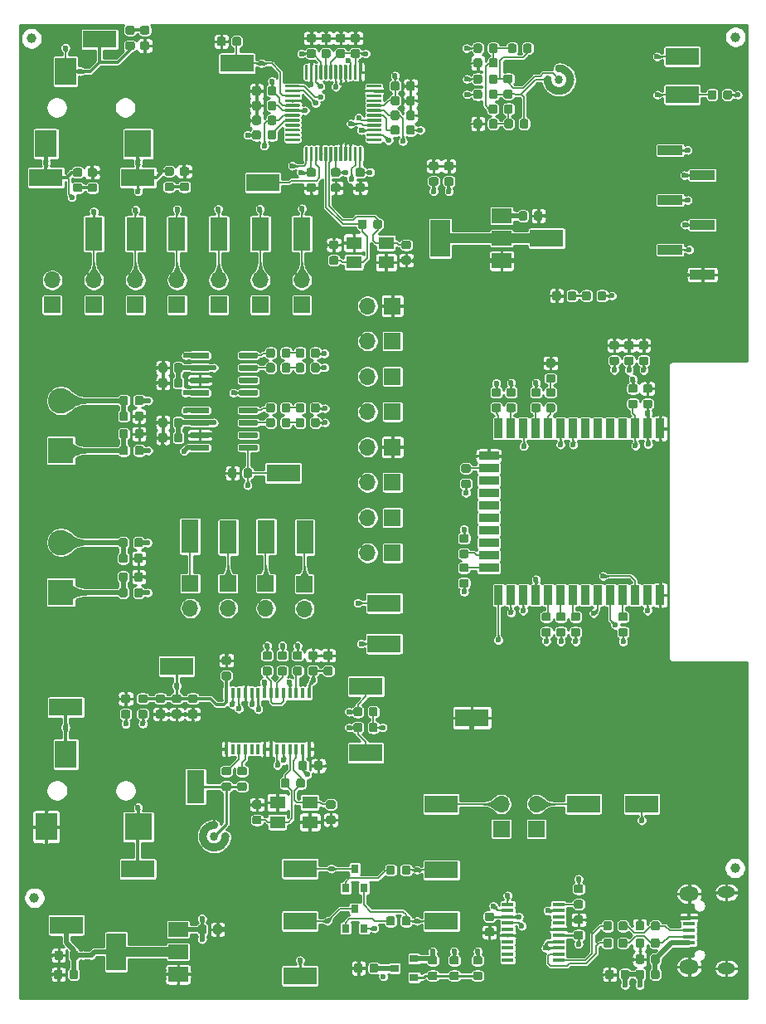
<source format=gtl>
G04 #@! TF.GenerationSoftware,KiCad,Pcbnew,(5.1.5)-2*
G04 #@! TF.CreationDate,2019-12-07T22:19:07+01:00*
G04 #@! TF.ProjectId,VS1053-ESP32-Eval,56533130-3533-42d4-9553-5033322d4576,rev?*
G04 #@! TF.SameCoordinates,PX63b8cf0PY8c94480*
G04 #@! TF.FileFunction,Copper,L1,Top*
G04 #@! TF.FilePolarity,Positive*
%FSLAX46Y46*%
G04 Gerber Fmt 4.6, Leading zero omitted, Abs format (unit mm)*
G04 Created by KiCad (PCBNEW (5.1.5)-2) date 2019-12-07 22:19:07*
%MOMM*%
%LPD*%
G04 APERTURE LIST*
%ADD10C,1.000000*%
%ADD11C,0.100000*%
%ADD12R,3.400000X1.800000*%
%ADD13R,1.800000X3.400000*%
%ADD14R,1.600000X1.300000*%
%ADD15R,0.400000X1.100000*%
%ADD16R,1.200000X0.400000*%
%ADD17R,0.900000X2.000000*%
%ADD18R,2.000000X0.900000*%
%ADD19R,5.000000X5.000000*%
%ADD20R,2.000000X1.500000*%
%ADD21R,2.000000X3.800000*%
%ADD22R,0.800000X0.900000*%
%ADD23R,0.900000X0.800000*%
%ADD24C,0.860000*%
%ADD25O,1.700000X1.700000*%
%ADD26R,1.700000X1.700000*%
%ADD27R,2.800000X2.800000*%
%ADD28R,2.200000X2.800000*%
%ADD29C,2.600000*%
%ADD30R,2.600000X2.600000*%
%ADD31R,2.510000X1.000000*%
%ADD32O,1.800000X1.150000*%
%ADD33O,2.000000X1.450000*%
%ADD34R,1.300000X0.450000*%
%ADD35C,0.600000*%
%ADD36C,0.250000*%
%ADD37C,0.500000*%
%ADD38C,0.300000*%
%ADD39C,0.150000*%
%ADD40C,0.450000*%
%ADD41C,1.000000*%
%ADD42C,0.254000*%
%ADD43C,0.025400*%
G04 APERTURE END LIST*
D10*
X1875000Y10625000D03*
X73425000Y13650000D03*
X73475000Y98450000D03*
X1575000Y98300000D03*
G04 #@! TA.AperFunction,SMDPad,CuDef*
D11*
G36*
X15236691Y59581947D02*
G01*
X15257926Y59578797D01*
X15278750Y59573581D01*
X15298962Y59566349D01*
X15318368Y59557170D01*
X15336781Y59546134D01*
X15354024Y59533346D01*
X15369930Y59518930D01*
X15384346Y59503024D01*
X15397134Y59485781D01*
X15408170Y59467368D01*
X15417349Y59447962D01*
X15424581Y59427750D01*
X15429797Y59406926D01*
X15432947Y59385691D01*
X15434000Y59364250D01*
X15434000Y58851750D01*
X15432947Y58830309D01*
X15429797Y58809074D01*
X15424581Y58788250D01*
X15417349Y58768038D01*
X15408170Y58748632D01*
X15397134Y58730219D01*
X15384346Y58712976D01*
X15369930Y58697070D01*
X15354024Y58682654D01*
X15336781Y58669866D01*
X15318368Y58658830D01*
X15298962Y58649651D01*
X15278750Y58642419D01*
X15257926Y58637203D01*
X15236691Y58634053D01*
X15215250Y58633000D01*
X14777750Y58633000D01*
X14756309Y58634053D01*
X14735074Y58637203D01*
X14714250Y58642419D01*
X14694038Y58649651D01*
X14674632Y58658830D01*
X14656219Y58669866D01*
X14638976Y58682654D01*
X14623070Y58697070D01*
X14608654Y58712976D01*
X14595866Y58730219D01*
X14584830Y58748632D01*
X14575651Y58768038D01*
X14568419Y58788250D01*
X14563203Y58809074D01*
X14560053Y58830309D01*
X14559000Y58851750D01*
X14559000Y59364250D01*
X14560053Y59385691D01*
X14563203Y59406926D01*
X14568419Y59427750D01*
X14575651Y59447962D01*
X14584830Y59467368D01*
X14595866Y59485781D01*
X14608654Y59503024D01*
X14623070Y59518930D01*
X14638976Y59533346D01*
X14656219Y59546134D01*
X14674632Y59557170D01*
X14694038Y59566349D01*
X14714250Y59573581D01*
X14735074Y59578797D01*
X14756309Y59581947D01*
X14777750Y59583000D01*
X15215250Y59583000D01*
X15236691Y59581947D01*
G37*
G04 #@! TD.AperFunction*
G04 #@! TA.AperFunction,SMDPad,CuDef*
G36*
X16811691Y59581947D02*
G01*
X16832926Y59578797D01*
X16853750Y59573581D01*
X16873962Y59566349D01*
X16893368Y59557170D01*
X16911781Y59546134D01*
X16929024Y59533346D01*
X16944930Y59518930D01*
X16959346Y59503024D01*
X16972134Y59485781D01*
X16983170Y59467368D01*
X16992349Y59447962D01*
X16999581Y59427750D01*
X17004797Y59406926D01*
X17007947Y59385691D01*
X17009000Y59364250D01*
X17009000Y58851750D01*
X17007947Y58830309D01*
X17004797Y58809074D01*
X16999581Y58788250D01*
X16992349Y58768038D01*
X16983170Y58748632D01*
X16972134Y58730219D01*
X16959346Y58712976D01*
X16944930Y58697070D01*
X16929024Y58682654D01*
X16911781Y58669866D01*
X16893368Y58658830D01*
X16873962Y58649651D01*
X16853750Y58642419D01*
X16832926Y58637203D01*
X16811691Y58634053D01*
X16790250Y58633000D01*
X16352750Y58633000D01*
X16331309Y58634053D01*
X16310074Y58637203D01*
X16289250Y58642419D01*
X16269038Y58649651D01*
X16249632Y58658830D01*
X16231219Y58669866D01*
X16213976Y58682654D01*
X16198070Y58697070D01*
X16183654Y58712976D01*
X16170866Y58730219D01*
X16159830Y58748632D01*
X16150651Y58768038D01*
X16143419Y58788250D01*
X16138203Y58809074D01*
X16135053Y58830309D01*
X16134000Y58851750D01*
X16134000Y59364250D01*
X16135053Y59385691D01*
X16138203Y59406926D01*
X16143419Y59427750D01*
X16150651Y59447962D01*
X16159830Y59467368D01*
X16170866Y59485781D01*
X16183654Y59503024D01*
X16198070Y59518930D01*
X16213976Y59533346D01*
X16231219Y59546134D01*
X16249632Y59557170D01*
X16269038Y59566349D01*
X16289250Y59573581D01*
X16310074Y59578797D01*
X16331309Y59581947D01*
X16352750Y59583000D01*
X16790250Y59583000D01*
X16811691Y59581947D01*
G37*
G04 #@! TD.AperFunction*
G04 #@! TA.AperFunction,SMDPad,CuDef*
G36*
X15236691Y65181947D02*
G01*
X15257926Y65178797D01*
X15278750Y65173581D01*
X15298962Y65166349D01*
X15318368Y65157170D01*
X15336781Y65146134D01*
X15354024Y65133346D01*
X15369930Y65118930D01*
X15384346Y65103024D01*
X15397134Y65085781D01*
X15408170Y65067368D01*
X15417349Y65047962D01*
X15424581Y65027750D01*
X15429797Y65006926D01*
X15432947Y64985691D01*
X15434000Y64964250D01*
X15434000Y64451750D01*
X15432947Y64430309D01*
X15429797Y64409074D01*
X15424581Y64388250D01*
X15417349Y64368038D01*
X15408170Y64348632D01*
X15397134Y64330219D01*
X15384346Y64312976D01*
X15369930Y64297070D01*
X15354024Y64282654D01*
X15336781Y64269866D01*
X15318368Y64258830D01*
X15298962Y64249651D01*
X15278750Y64242419D01*
X15257926Y64237203D01*
X15236691Y64234053D01*
X15215250Y64233000D01*
X14777750Y64233000D01*
X14756309Y64234053D01*
X14735074Y64237203D01*
X14714250Y64242419D01*
X14694038Y64249651D01*
X14674632Y64258830D01*
X14656219Y64269866D01*
X14638976Y64282654D01*
X14623070Y64297070D01*
X14608654Y64312976D01*
X14595866Y64330219D01*
X14584830Y64348632D01*
X14575651Y64368038D01*
X14568419Y64388250D01*
X14563203Y64409074D01*
X14560053Y64430309D01*
X14559000Y64451750D01*
X14559000Y64964250D01*
X14560053Y64985691D01*
X14563203Y65006926D01*
X14568419Y65027750D01*
X14575651Y65047962D01*
X14584830Y65067368D01*
X14595866Y65085781D01*
X14608654Y65103024D01*
X14623070Y65118930D01*
X14638976Y65133346D01*
X14656219Y65146134D01*
X14674632Y65157170D01*
X14694038Y65166349D01*
X14714250Y65173581D01*
X14735074Y65178797D01*
X14756309Y65181947D01*
X14777750Y65183000D01*
X15215250Y65183000D01*
X15236691Y65181947D01*
G37*
G04 #@! TD.AperFunction*
G04 #@! TA.AperFunction,SMDPad,CuDef*
G36*
X16811691Y65181947D02*
G01*
X16832926Y65178797D01*
X16853750Y65173581D01*
X16873962Y65166349D01*
X16893368Y65157170D01*
X16911781Y65146134D01*
X16929024Y65133346D01*
X16944930Y65118930D01*
X16959346Y65103024D01*
X16972134Y65085781D01*
X16983170Y65067368D01*
X16992349Y65047962D01*
X16999581Y65027750D01*
X17004797Y65006926D01*
X17007947Y64985691D01*
X17009000Y64964250D01*
X17009000Y64451750D01*
X17007947Y64430309D01*
X17004797Y64409074D01*
X16999581Y64388250D01*
X16992349Y64368038D01*
X16983170Y64348632D01*
X16972134Y64330219D01*
X16959346Y64312976D01*
X16944930Y64297070D01*
X16929024Y64282654D01*
X16911781Y64269866D01*
X16893368Y64258830D01*
X16873962Y64249651D01*
X16853750Y64242419D01*
X16832926Y64237203D01*
X16811691Y64234053D01*
X16790250Y64233000D01*
X16352750Y64233000D01*
X16331309Y64234053D01*
X16310074Y64237203D01*
X16289250Y64242419D01*
X16269038Y64249651D01*
X16249632Y64258830D01*
X16231219Y64269866D01*
X16213976Y64282654D01*
X16198070Y64297070D01*
X16183654Y64312976D01*
X16170866Y64330219D01*
X16159830Y64348632D01*
X16150651Y64368038D01*
X16143419Y64388250D01*
X16138203Y64409074D01*
X16135053Y64430309D01*
X16134000Y64451750D01*
X16134000Y64964250D01*
X16135053Y64985691D01*
X16138203Y65006926D01*
X16143419Y65027750D01*
X16150651Y65047962D01*
X16159830Y65067368D01*
X16170866Y65085781D01*
X16183654Y65103024D01*
X16198070Y65118930D01*
X16213976Y65133346D01*
X16231219Y65146134D01*
X16249632Y65157170D01*
X16269038Y65166349D01*
X16289250Y65173581D01*
X16310074Y65178797D01*
X16331309Y65181947D01*
X16352750Y65183000D01*
X16790250Y65183000D01*
X16811691Y65181947D01*
G37*
G04 #@! TD.AperFunction*
G04 #@! TA.AperFunction,SMDPad,CuDef*
G36*
X15236691Y58031947D02*
G01*
X15257926Y58028797D01*
X15278750Y58023581D01*
X15298962Y58016349D01*
X15318368Y58007170D01*
X15336781Y57996134D01*
X15354024Y57983346D01*
X15369930Y57968930D01*
X15384346Y57953024D01*
X15397134Y57935781D01*
X15408170Y57917368D01*
X15417349Y57897962D01*
X15424581Y57877750D01*
X15429797Y57856926D01*
X15432947Y57835691D01*
X15434000Y57814250D01*
X15434000Y57301750D01*
X15432947Y57280309D01*
X15429797Y57259074D01*
X15424581Y57238250D01*
X15417349Y57218038D01*
X15408170Y57198632D01*
X15397134Y57180219D01*
X15384346Y57162976D01*
X15369930Y57147070D01*
X15354024Y57132654D01*
X15336781Y57119866D01*
X15318368Y57108830D01*
X15298962Y57099651D01*
X15278750Y57092419D01*
X15257926Y57087203D01*
X15236691Y57084053D01*
X15215250Y57083000D01*
X14777750Y57083000D01*
X14756309Y57084053D01*
X14735074Y57087203D01*
X14714250Y57092419D01*
X14694038Y57099651D01*
X14674632Y57108830D01*
X14656219Y57119866D01*
X14638976Y57132654D01*
X14623070Y57147070D01*
X14608654Y57162976D01*
X14595866Y57180219D01*
X14584830Y57198632D01*
X14575651Y57218038D01*
X14568419Y57238250D01*
X14563203Y57259074D01*
X14560053Y57280309D01*
X14559000Y57301750D01*
X14559000Y57814250D01*
X14560053Y57835691D01*
X14563203Y57856926D01*
X14568419Y57877750D01*
X14575651Y57897962D01*
X14584830Y57917368D01*
X14595866Y57935781D01*
X14608654Y57953024D01*
X14623070Y57968930D01*
X14638976Y57983346D01*
X14656219Y57996134D01*
X14674632Y58007170D01*
X14694038Y58016349D01*
X14714250Y58023581D01*
X14735074Y58028797D01*
X14756309Y58031947D01*
X14777750Y58033000D01*
X15215250Y58033000D01*
X15236691Y58031947D01*
G37*
G04 #@! TD.AperFunction*
G04 #@! TA.AperFunction,SMDPad,CuDef*
G36*
X16811691Y58031947D02*
G01*
X16832926Y58028797D01*
X16853750Y58023581D01*
X16873962Y58016349D01*
X16893368Y58007170D01*
X16911781Y57996134D01*
X16929024Y57983346D01*
X16944930Y57968930D01*
X16959346Y57953024D01*
X16972134Y57935781D01*
X16983170Y57917368D01*
X16992349Y57897962D01*
X16999581Y57877750D01*
X17004797Y57856926D01*
X17007947Y57835691D01*
X17009000Y57814250D01*
X17009000Y57301750D01*
X17007947Y57280309D01*
X17004797Y57259074D01*
X16999581Y57238250D01*
X16992349Y57218038D01*
X16983170Y57198632D01*
X16972134Y57180219D01*
X16959346Y57162976D01*
X16944930Y57147070D01*
X16929024Y57132654D01*
X16911781Y57119866D01*
X16893368Y57108830D01*
X16873962Y57099651D01*
X16853750Y57092419D01*
X16832926Y57087203D01*
X16811691Y57084053D01*
X16790250Y57083000D01*
X16352750Y57083000D01*
X16331309Y57084053D01*
X16310074Y57087203D01*
X16289250Y57092419D01*
X16269038Y57099651D01*
X16249632Y57108830D01*
X16231219Y57119866D01*
X16213976Y57132654D01*
X16198070Y57147070D01*
X16183654Y57162976D01*
X16170866Y57180219D01*
X16159830Y57198632D01*
X16150651Y57218038D01*
X16143419Y57238250D01*
X16138203Y57259074D01*
X16135053Y57280309D01*
X16134000Y57301750D01*
X16134000Y57814250D01*
X16135053Y57835691D01*
X16138203Y57856926D01*
X16143419Y57877750D01*
X16150651Y57897962D01*
X16159830Y57917368D01*
X16170866Y57935781D01*
X16183654Y57953024D01*
X16198070Y57968930D01*
X16213976Y57983346D01*
X16231219Y57996134D01*
X16249632Y58007170D01*
X16269038Y58016349D01*
X16289250Y58023581D01*
X16310074Y58028797D01*
X16331309Y58031947D01*
X16352750Y58033000D01*
X16790250Y58033000D01*
X16811691Y58031947D01*
G37*
G04 #@! TD.AperFunction*
G04 #@! TA.AperFunction,SMDPad,CuDef*
G36*
X15236691Y63631947D02*
G01*
X15257926Y63628797D01*
X15278750Y63623581D01*
X15298962Y63616349D01*
X15318368Y63607170D01*
X15336781Y63596134D01*
X15354024Y63583346D01*
X15369930Y63568930D01*
X15384346Y63553024D01*
X15397134Y63535781D01*
X15408170Y63517368D01*
X15417349Y63497962D01*
X15424581Y63477750D01*
X15429797Y63456926D01*
X15432947Y63435691D01*
X15434000Y63414250D01*
X15434000Y62901750D01*
X15432947Y62880309D01*
X15429797Y62859074D01*
X15424581Y62838250D01*
X15417349Y62818038D01*
X15408170Y62798632D01*
X15397134Y62780219D01*
X15384346Y62762976D01*
X15369930Y62747070D01*
X15354024Y62732654D01*
X15336781Y62719866D01*
X15318368Y62708830D01*
X15298962Y62699651D01*
X15278750Y62692419D01*
X15257926Y62687203D01*
X15236691Y62684053D01*
X15215250Y62683000D01*
X14777750Y62683000D01*
X14756309Y62684053D01*
X14735074Y62687203D01*
X14714250Y62692419D01*
X14694038Y62699651D01*
X14674632Y62708830D01*
X14656219Y62719866D01*
X14638976Y62732654D01*
X14623070Y62747070D01*
X14608654Y62762976D01*
X14595866Y62780219D01*
X14584830Y62798632D01*
X14575651Y62818038D01*
X14568419Y62838250D01*
X14563203Y62859074D01*
X14560053Y62880309D01*
X14559000Y62901750D01*
X14559000Y63414250D01*
X14560053Y63435691D01*
X14563203Y63456926D01*
X14568419Y63477750D01*
X14575651Y63497962D01*
X14584830Y63517368D01*
X14595866Y63535781D01*
X14608654Y63553024D01*
X14623070Y63568930D01*
X14638976Y63583346D01*
X14656219Y63596134D01*
X14674632Y63607170D01*
X14694038Y63616349D01*
X14714250Y63623581D01*
X14735074Y63628797D01*
X14756309Y63631947D01*
X14777750Y63633000D01*
X15215250Y63633000D01*
X15236691Y63631947D01*
G37*
G04 #@! TD.AperFunction*
G04 #@! TA.AperFunction,SMDPad,CuDef*
G36*
X16811691Y63631947D02*
G01*
X16832926Y63628797D01*
X16853750Y63623581D01*
X16873962Y63616349D01*
X16893368Y63607170D01*
X16911781Y63596134D01*
X16929024Y63583346D01*
X16944930Y63568930D01*
X16959346Y63553024D01*
X16972134Y63535781D01*
X16983170Y63517368D01*
X16992349Y63497962D01*
X16999581Y63477750D01*
X17004797Y63456926D01*
X17007947Y63435691D01*
X17009000Y63414250D01*
X17009000Y62901750D01*
X17007947Y62880309D01*
X17004797Y62859074D01*
X16999581Y62838250D01*
X16992349Y62818038D01*
X16983170Y62798632D01*
X16972134Y62780219D01*
X16959346Y62762976D01*
X16944930Y62747070D01*
X16929024Y62732654D01*
X16911781Y62719866D01*
X16893368Y62708830D01*
X16873962Y62699651D01*
X16853750Y62692419D01*
X16832926Y62687203D01*
X16811691Y62684053D01*
X16790250Y62683000D01*
X16352750Y62683000D01*
X16331309Y62684053D01*
X16310074Y62687203D01*
X16289250Y62692419D01*
X16269038Y62699651D01*
X16249632Y62708830D01*
X16231219Y62719866D01*
X16213976Y62732654D01*
X16198070Y62747070D01*
X16183654Y62762976D01*
X16170866Y62780219D01*
X16159830Y62798632D01*
X16150651Y62818038D01*
X16143419Y62838250D01*
X16138203Y62859074D01*
X16135053Y62880309D01*
X16134000Y62901750D01*
X16134000Y63414250D01*
X16135053Y63435691D01*
X16138203Y63456926D01*
X16143419Y63477750D01*
X16150651Y63497962D01*
X16159830Y63517368D01*
X16170866Y63535781D01*
X16183654Y63553024D01*
X16198070Y63568930D01*
X16213976Y63583346D01*
X16231219Y63596134D01*
X16249632Y63607170D01*
X16269038Y63616349D01*
X16289250Y63623581D01*
X16310074Y63628797D01*
X16331309Y63631947D01*
X16352750Y63633000D01*
X16790250Y63633000D01*
X16811691Y63631947D01*
G37*
G04 #@! TD.AperFunction*
D12*
X5084000Y30058000D03*
X12434000Y13558000D03*
D13*
X18334000Y21958000D03*
G04 #@! TA.AperFunction,SMDPad,CuDef*
D11*
G36*
X57727691Y8823947D02*
G01*
X57748926Y8820797D01*
X57769750Y8815581D01*
X57789962Y8808349D01*
X57809368Y8799170D01*
X57827781Y8788134D01*
X57845024Y8775346D01*
X57860930Y8760930D01*
X57875346Y8745024D01*
X57888134Y8727781D01*
X57899170Y8709368D01*
X57908349Y8689962D01*
X57915581Y8669750D01*
X57920797Y8648926D01*
X57923947Y8627691D01*
X57925000Y8606250D01*
X57925000Y8168750D01*
X57923947Y8147309D01*
X57920797Y8126074D01*
X57915581Y8105250D01*
X57908349Y8085038D01*
X57899170Y8065632D01*
X57888134Y8047219D01*
X57875346Y8029976D01*
X57860930Y8014070D01*
X57845024Y7999654D01*
X57827781Y7986866D01*
X57809368Y7975830D01*
X57789962Y7966651D01*
X57769750Y7959419D01*
X57748926Y7954203D01*
X57727691Y7951053D01*
X57706250Y7950000D01*
X57193750Y7950000D01*
X57172309Y7951053D01*
X57151074Y7954203D01*
X57130250Y7959419D01*
X57110038Y7966651D01*
X57090632Y7975830D01*
X57072219Y7986866D01*
X57054976Y7999654D01*
X57039070Y8014070D01*
X57024654Y8029976D01*
X57011866Y8047219D01*
X57000830Y8065632D01*
X56991651Y8085038D01*
X56984419Y8105250D01*
X56979203Y8126074D01*
X56976053Y8147309D01*
X56975000Y8168750D01*
X56975000Y8606250D01*
X56976053Y8627691D01*
X56979203Y8648926D01*
X56984419Y8669750D01*
X56991651Y8689962D01*
X57000830Y8709368D01*
X57011866Y8727781D01*
X57024654Y8745024D01*
X57039070Y8760930D01*
X57054976Y8775346D01*
X57072219Y8788134D01*
X57090632Y8799170D01*
X57110038Y8808349D01*
X57130250Y8815581D01*
X57151074Y8820797D01*
X57172309Y8823947D01*
X57193750Y8825000D01*
X57706250Y8825000D01*
X57727691Y8823947D01*
G37*
G04 #@! TD.AperFunction*
G04 #@! TA.AperFunction,SMDPad,CuDef*
G36*
X57727691Y7248947D02*
G01*
X57748926Y7245797D01*
X57769750Y7240581D01*
X57789962Y7233349D01*
X57809368Y7224170D01*
X57827781Y7213134D01*
X57845024Y7200346D01*
X57860930Y7185930D01*
X57875346Y7170024D01*
X57888134Y7152781D01*
X57899170Y7134368D01*
X57908349Y7114962D01*
X57915581Y7094750D01*
X57920797Y7073926D01*
X57923947Y7052691D01*
X57925000Y7031250D01*
X57925000Y6593750D01*
X57923947Y6572309D01*
X57920797Y6551074D01*
X57915581Y6530250D01*
X57908349Y6510038D01*
X57899170Y6490632D01*
X57888134Y6472219D01*
X57875346Y6454976D01*
X57860930Y6439070D01*
X57845024Y6424654D01*
X57827781Y6411866D01*
X57809368Y6400830D01*
X57789962Y6391651D01*
X57769750Y6384419D01*
X57748926Y6379203D01*
X57727691Y6376053D01*
X57706250Y6375000D01*
X57193750Y6375000D01*
X57172309Y6376053D01*
X57151074Y6379203D01*
X57130250Y6384419D01*
X57110038Y6391651D01*
X57090632Y6400830D01*
X57072219Y6411866D01*
X57054976Y6424654D01*
X57039070Y6439070D01*
X57024654Y6454976D01*
X57011866Y6472219D01*
X57000830Y6490632D01*
X56991651Y6510038D01*
X56984419Y6530250D01*
X56979203Y6551074D01*
X56976053Y6572309D01*
X56975000Y6593750D01*
X56975000Y7031250D01*
X56976053Y7052691D01*
X56979203Y7073926D01*
X56984419Y7094750D01*
X56991651Y7114962D01*
X57000830Y7134368D01*
X57011866Y7152781D01*
X57024654Y7170024D01*
X57039070Y7185930D01*
X57054976Y7200346D01*
X57072219Y7213134D01*
X57090632Y7224170D01*
X57110038Y7233349D01*
X57130250Y7240581D01*
X57151074Y7245797D01*
X57172309Y7248947D01*
X57193750Y7250000D01*
X57706250Y7250000D01*
X57727691Y7248947D01*
G37*
G04 #@! TD.AperFunction*
D14*
X37800000Y75450000D03*
X34500000Y75450000D03*
X34500000Y77450000D03*
X37800000Y77450000D03*
X26700000Y20350000D03*
X30000000Y20350000D03*
X30000000Y18350000D03*
X26700000Y18350000D03*
G04 #@! TA.AperFunction,SMDPad,CuDef*
D11*
G36*
X19598703Y56852278D02*
G01*
X19613264Y56850118D01*
X19627543Y56846541D01*
X19641403Y56841582D01*
X19654710Y56835288D01*
X19667336Y56827720D01*
X19679159Y56818952D01*
X19690066Y56809066D01*
X19699952Y56798159D01*
X19708720Y56786336D01*
X19716288Y56773710D01*
X19722582Y56760403D01*
X19727541Y56746543D01*
X19731118Y56732264D01*
X19733278Y56717703D01*
X19734000Y56703000D01*
X19734000Y56403000D01*
X19733278Y56388297D01*
X19731118Y56373736D01*
X19727541Y56359457D01*
X19722582Y56345597D01*
X19716288Y56332290D01*
X19708720Y56319664D01*
X19699952Y56307841D01*
X19690066Y56296934D01*
X19679159Y56287048D01*
X19667336Y56278280D01*
X19654710Y56270712D01*
X19641403Y56264418D01*
X19627543Y56259459D01*
X19613264Y56255882D01*
X19598703Y56253722D01*
X19584000Y56253000D01*
X17934000Y56253000D01*
X17919297Y56253722D01*
X17904736Y56255882D01*
X17890457Y56259459D01*
X17876597Y56264418D01*
X17863290Y56270712D01*
X17850664Y56278280D01*
X17838841Y56287048D01*
X17827934Y56296934D01*
X17818048Y56307841D01*
X17809280Y56319664D01*
X17801712Y56332290D01*
X17795418Y56345597D01*
X17790459Y56359457D01*
X17786882Y56373736D01*
X17784722Y56388297D01*
X17784000Y56403000D01*
X17784000Y56703000D01*
X17784722Y56717703D01*
X17786882Y56732264D01*
X17790459Y56746543D01*
X17795418Y56760403D01*
X17801712Y56773710D01*
X17809280Y56786336D01*
X17818048Y56798159D01*
X17827934Y56809066D01*
X17838841Y56818952D01*
X17850664Y56827720D01*
X17863290Y56835288D01*
X17876597Y56841582D01*
X17890457Y56846541D01*
X17904736Y56850118D01*
X17919297Y56852278D01*
X17934000Y56853000D01*
X19584000Y56853000D01*
X19598703Y56852278D01*
G37*
G04 #@! TD.AperFunction*
G04 #@! TA.AperFunction,SMDPad,CuDef*
G36*
X19598703Y58122278D02*
G01*
X19613264Y58120118D01*
X19627543Y58116541D01*
X19641403Y58111582D01*
X19654710Y58105288D01*
X19667336Y58097720D01*
X19679159Y58088952D01*
X19690066Y58079066D01*
X19699952Y58068159D01*
X19708720Y58056336D01*
X19716288Y58043710D01*
X19722582Y58030403D01*
X19727541Y58016543D01*
X19731118Y58002264D01*
X19733278Y57987703D01*
X19734000Y57973000D01*
X19734000Y57673000D01*
X19733278Y57658297D01*
X19731118Y57643736D01*
X19727541Y57629457D01*
X19722582Y57615597D01*
X19716288Y57602290D01*
X19708720Y57589664D01*
X19699952Y57577841D01*
X19690066Y57566934D01*
X19679159Y57557048D01*
X19667336Y57548280D01*
X19654710Y57540712D01*
X19641403Y57534418D01*
X19627543Y57529459D01*
X19613264Y57525882D01*
X19598703Y57523722D01*
X19584000Y57523000D01*
X17934000Y57523000D01*
X17919297Y57523722D01*
X17904736Y57525882D01*
X17890457Y57529459D01*
X17876597Y57534418D01*
X17863290Y57540712D01*
X17850664Y57548280D01*
X17838841Y57557048D01*
X17827934Y57566934D01*
X17818048Y57577841D01*
X17809280Y57589664D01*
X17801712Y57602290D01*
X17795418Y57615597D01*
X17790459Y57629457D01*
X17786882Y57643736D01*
X17784722Y57658297D01*
X17784000Y57673000D01*
X17784000Y57973000D01*
X17784722Y57987703D01*
X17786882Y58002264D01*
X17790459Y58016543D01*
X17795418Y58030403D01*
X17801712Y58043710D01*
X17809280Y58056336D01*
X17818048Y58068159D01*
X17827934Y58079066D01*
X17838841Y58088952D01*
X17850664Y58097720D01*
X17863290Y58105288D01*
X17876597Y58111582D01*
X17890457Y58116541D01*
X17904736Y58120118D01*
X17919297Y58122278D01*
X17934000Y58123000D01*
X19584000Y58123000D01*
X19598703Y58122278D01*
G37*
G04 #@! TD.AperFunction*
G04 #@! TA.AperFunction,SMDPad,CuDef*
G36*
X19598703Y59392278D02*
G01*
X19613264Y59390118D01*
X19627543Y59386541D01*
X19641403Y59381582D01*
X19654710Y59375288D01*
X19667336Y59367720D01*
X19679159Y59358952D01*
X19690066Y59349066D01*
X19699952Y59338159D01*
X19708720Y59326336D01*
X19716288Y59313710D01*
X19722582Y59300403D01*
X19727541Y59286543D01*
X19731118Y59272264D01*
X19733278Y59257703D01*
X19734000Y59243000D01*
X19734000Y58943000D01*
X19733278Y58928297D01*
X19731118Y58913736D01*
X19727541Y58899457D01*
X19722582Y58885597D01*
X19716288Y58872290D01*
X19708720Y58859664D01*
X19699952Y58847841D01*
X19690066Y58836934D01*
X19679159Y58827048D01*
X19667336Y58818280D01*
X19654710Y58810712D01*
X19641403Y58804418D01*
X19627543Y58799459D01*
X19613264Y58795882D01*
X19598703Y58793722D01*
X19584000Y58793000D01*
X17934000Y58793000D01*
X17919297Y58793722D01*
X17904736Y58795882D01*
X17890457Y58799459D01*
X17876597Y58804418D01*
X17863290Y58810712D01*
X17850664Y58818280D01*
X17838841Y58827048D01*
X17827934Y58836934D01*
X17818048Y58847841D01*
X17809280Y58859664D01*
X17801712Y58872290D01*
X17795418Y58885597D01*
X17790459Y58899457D01*
X17786882Y58913736D01*
X17784722Y58928297D01*
X17784000Y58943000D01*
X17784000Y59243000D01*
X17784722Y59257703D01*
X17786882Y59272264D01*
X17790459Y59286543D01*
X17795418Y59300403D01*
X17801712Y59313710D01*
X17809280Y59326336D01*
X17818048Y59338159D01*
X17827934Y59349066D01*
X17838841Y59358952D01*
X17850664Y59367720D01*
X17863290Y59375288D01*
X17876597Y59381582D01*
X17890457Y59386541D01*
X17904736Y59390118D01*
X17919297Y59392278D01*
X17934000Y59393000D01*
X19584000Y59393000D01*
X19598703Y59392278D01*
G37*
G04 #@! TD.AperFunction*
G04 #@! TA.AperFunction,SMDPad,CuDef*
G36*
X19598703Y60662278D02*
G01*
X19613264Y60660118D01*
X19627543Y60656541D01*
X19641403Y60651582D01*
X19654710Y60645288D01*
X19667336Y60637720D01*
X19679159Y60628952D01*
X19690066Y60619066D01*
X19699952Y60608159D01*
X19708720Y60596336D01*
X19716288Y60583710D01*
X19722582Y60570403D01*
X19727541Y60556543D01*
X19731118Y60542264D01*
X19733278Y60527703D01*
X19734000Y60513000D01*
X19734000Y60213000D01*
X19733278Y60198297D01*
X19731118Y60183736D01*
X19727541Y60169457D01*
X19722582Y60155597D01*
X19716288Y60142290D01*
X19708720Y60129664D01*
X19699952Y60117841D01*
X19690066Y60106934D01*
X19679159Y60097048D01*
X19667336Y60088280D01*
X19654710Y60080712D01*
X19641403Y60074418D01*
X19627543Y60069459D01*
X19613264Y60065882D01*
X19598703Y60063722D01*
X19584000Y60063000D01*
X17934000Y60063000D01*
X17919297Y60063722D01*
X17904736Y60065882D01*
X17890457Y60069459D01*
X17876597Y60074418D01*
X17863290Y60080712D01*
X17850664Y60088280D01*
X17838841Y60097048D01*
X17827934Y60106934D01*
X17818048Y60117841D01*
X17809280Y60129664D01*
X17801712Y60142290D01*
X17795418Y60155597D01*
X17790459Y60169457D01*
X17786882Y60183736D01*
X17784722Y60198297D01*
X17784000Y60213000D01*
X17784000Y60513000D01*
X17784722Y60527703D01*
X17786882Y60542264D01*
X17790459Y60556543D01*
X17795418Y60570403D01*
X17801712Y60583710D01*
X17809280Y60596336D01*
X17818048Y60608159D01*
X17827934Y60619066D01*
X17838841Y60628952D01*
X17850664Y60637720D01*
X17863290Y60645288D01*
X17876597Y60651582D01*
X17890457Y60656541D01*
X17904736Y60660118D01*
X17919297Y60662278D01*
X17934000Y60663000D01*
X19584000Y60663000D01*
X19598703Y60662278D01*
G37*
G04 #@! TD.AperFunction*
G04 #@! TA.AperFunction,SMDPad,CuDef*
G36*
X24548703Y60662278D02*
G01*
X24563264Y60660118D01*
X24577543Y60656541D01*
X24591403Y60651582D01*
X24604710Y60645288D01*
X24617336Y60637720D01*
X24629159Y60628952D01*
X24640066Y60619066D01*
X24649952Y60608159D01*
X24658720Y60596336D01*
X24666288Y60583710D01*
X24672582Y60570403D01*
X24677541Y60556543D01*
X24681118Y60542264D01*
X24683278Y60527703D01*
X24684000Y60513000D01*
X24684000Y60213000D01*
X24683278Y60198297D01*
X24681118Y60183736D01*
X24677541Y60169457D01*
X24672582Y60155597D01*
X24666288Y60142290D01*
X24658720Y60129664D01*
X24649952Y60117841D01*
X24640066Y60106934D01*
X24629159Y60097048D01*
X24617336Y60088280D01*
X24604710Y60080712D01*
X24591403Y60074418D01*
X24577543Y60069459D01*
X24563264Y60065882D01*
X24548703Y60063722D01*
X24534000Y60063000D01*
X22884000Y60063000D01*
X22869297Y60063722D01*
X22854736Y60065882D01*
X22840457Y60069459D01*
X22826597Y60074418D01*
X22813290Y60080712D01*
X22800664Y60088280D01*
X22788841Y60097048D01*
X22777934Y60106934D01*
X22768048Y60117841D01*
X22759280Y60129664D01*
X22751712Y60142290D01*
X22745418Y60155597D01*
X22740459Y60169457D01*
X22736882Y60183736D01*
X22734722Y60198297D01*
X22734000Y60213000D01*
X22734000Y60513000D01*
X22734722Y60527703D01*
X22736882Y60542264D01*
X22740459Y60556543D01*
X22745418Y60570403D01*
X22751712Y60583710D01*
X22759280Y60596336D01*
X22768048Y60608159D01*
X22777934Y60619066D01*
X22788841Y60628952D01*
X22800664Y60637720D01*
X22813290Y60645288D01*
X22826597Y60651582D01*
X22840457Y60656541D01*
X22854736Y60660118D01*
X22869297Y60662278D01*
X22884000Y60663000D01*
X24534000Y60663000D01*
X24548703Y60662278D01*
G37*
G04 #@! TD.AperFunction*
G04 #@! TA.AperFunction,SMDPad,CuDef*
G36*
X24548703Y59392278D02*
G01*
X24563264Y59390118D01*
X24577543Y59386541D01*
X24591403Y59381582D01*
X24604710Y59375288D01*
X24617336Y59367720D01*
X24629159Y59358952D01*
X24640066Y59349066D01*
X24649952Y59338159D01*
X24658720Y59326336D01*
X24666288Y59313710D01*
X24672582Y59300403D01*
X24677541Y59286543D01*
X24681118Y59272264D01*
X24683278Y59257703D01*
X24684000Y59243000D01*
X24684000Y58943000D01*
X24683278Y58928297D01*
X24681118Y58913736D01*
X24677541Y58899457D01*
X24672582Y58885597D01*
X24666288Y58872290D01*
X24658720Y58859664D01*
X24649952Y58847841D01*
X24640066Y58836934D01*
X24629159Y58827048D01*
X24617336Y58818280D01*
X24604710Y58810712D01*
X24591403Y58804418D01*
X24577543Y58799459D01*
X24563264Y58795882D01*
X24548703Y58793722D01*
X24534000Y58793000D01*
X22884000Y58793000D01*
X22869297Y58793722D01*
X22854736Y58795882D01*
X22840457Y58799459D01*
X22826597Y58804418D01*
X22813290Y58810712D01*
X22800664Y58818280D01*
X22788841Y58827048D01*
X22777934Y58836934D01*
X22768048Y58847841D01*
X22759280Y58859664D01*
X22751712Y58872290D01*
X22745418Y58885597D01*
X22740459Y58899457D01*
X22736882Y58913736D01*
X22734722Y58928297D01*
X22734000Y58943000D01*
X22734000Y59243000D01*
X22734722Y59257703D01*
X22736882Y59272264D01*
X22740459Y59286543D01*
X22745418Y59300403D01*
X22751712Y59313710D01*
X22759280Y59326336D01*
X22768048Y59338159D01*
X22777934Y59349066D01*
X22788841Y59358952D01*
X22800664Y59367720D01*
X22813290Y59375288D01*
X22826597Y59381582D01*
X22840457Y59386541D01*
X22854736Y59390118D01*
X22869297Y59392278D01*
X22884000Y59393000D01*
X24534000Y59393000D01*
X24548703Y59392278D01*
G37*
G04 #@! TD.AperFunction*
G04 #@! TA.AperFunction,SMDPad,CuDef*
G36*
X24548703Y58122278D02*
G01*
X24563264Y58120118D01*
X24577543Y58116541D01*
X24591403Y58111582D01*
X24604710Y58105288D01*
X24617336Y58097720D01*
X24629159Y58088952D01*
X24640066Y58079066D01*
X24649952Y58068159D01*
X24658720Y58056336D01*
X24666288Y58043710D01*
X24672582Y58030403D01*
X24677541Y58016543D01*
X24681118Y58002264D01*
X24683278Y57987703D01*
X24684000Y57973000D01*
X24684000Y57673000D01*
X24683278Y57658297D01*
X24681118Y57643736D01*
X24677541Y57629457D01*
X24672582Y57615597D01*
X24666288Y57602290D01*
X24658720Y57589664D01*
X24649952Y57577841D01*
X24640066Y57566934D01*
X24629159Y57557048D01*
X24617336Y57548280D01*
X24604710Y57540712D01*
X24591403Y57534418D01*
X24577543Y57529459D01*
X24563264Y57525882D01*
X24548703Y57523722D01*
X24534000Y57523000D01*
X22884000Y57523000D01*
X22869297Y57523722D01*
X22854736Y57525882D01*
X22840457Y57529459D01*
X22826597Y57534418D01*
X22813290Y57540712D01*
X22800664Y57548280D01*
X22788841Y57557048D01*
X22777934Y57566934D01*
X22768048Y57577841D01*
X22759280Y57589664D01*
X22751712Y57602290D01*
X22745418Y57615597D01*
X22740459Y57629457D01*
X22736882Y57643736D01*
X22734722Y57658297D01*
X22734000Y57673000D01*
X22734000Y57973000D01*
X22734722Y57987703D01*
X22736882Y58002264D01*
X22740459Y58016543D01*
X22745418Y58030403D01*
X22751712Y58043710D01*
X22759280Y58056336D01*
X22768048Y58068159D01*
X22777934Y58079066D01*
X22788841Y58088952D01*
X22800664Y58097720D01*
X22813290Y58105288D01*
X22826597Y58111582D01*
X22840457Y58116541D01*
X22854736Y58120118D01*
X22869297Y58122278D01*
X22884000Y58123000D01*
X24534000Y58123000D01*
X24548703Y58122278D01*
G37*
G04 #@! TD.AperFunction*
G04 #@! TA.AperFunction,SMDPad,CuDef*
G36*
X24548703Y56852278D02*
G01*
X24563264Y56850118D01*
X24577543Y56846541D01*
X24591403Y56841582D01*
X24604710Y56835288D01*
X24617336Y56827720D01*
X24629159Y56818952D01*
X24640066Y56809066D01*
X24649952Y56798159D01*
X24658720Y56786336D01*
X24666288Y56773710D01*
X24672582Y56760403D01*
X24677541Y56746543D01*
X24681118Y56732264D01*
X24683278Y56717703D01*
X24684000Y56703000D01*
X24684000Y56403000D01*
X24683278Y56388297D01*
X24681118Y56373736D01*
X24677541Y56359457D01*
X24672582Y56345597D01*
X24666288Y56332290D01*
X24658720Y56319664D01*
X24649952Y56307841D01*
X24640066Y56296934D01*
X24629159Y56287048D01*
X24617336Y56278280D01*
X24604710Y56270712D01*
X24591403Y56264418D01*
X24577543Y56259459D01*
X24563264Y56255882D01*
X24548703Y56253722D01*
X24534000Y56253000D01*
X22884000Y56253000D01*
X22869297Y56253722D01*
X22854736Y56255882D01*
X22840457Y56259459D01*
X22826597Y56264418D01*
X22813290Y56270712D01*
X22800664Y56278280D01*
X22788841Y56287048D01*
X22777934Y56296934D01*
X22768048Y56307841D01*
X22759280Y56319664D01*
X22751712Y56332290D01*
X22745418Y56345597D01*
X22740459Y56359457D01*
X22736882Y56373736D01*
X22734722Y56388297D01*
X22734000Y56403000D01*
X22734000Y56703000D01*
X22734722Y56717703D01*
X22736882Y56732264D01*
X22740459Y56746543D01*
X22745418Y56760403D01*
X22751712Y56773710D01*
X22759280Y56786336D01*
X22768048Y56798159D01*
X22777934Y56809066D01*
X22788841Y56818952D01*
X22800664Y56827720D01*
X22813290Y56835288D01*
X22826597Y56841582D01*
X22840457Y56846541D01*
X22854736Y56850118D01*
X22869297Y56852278D01*
X22884000Y56853000D01*
X24534000Y56853000D01*
X24548703Y56852278D01*
G37*
G04 #@! TD.AperFunction*
G04 #@! TA.AperFunction,SMDPad,CuDef*
G36*
X19598703Y62452278D02*
G01*
X19613264Y62450118D01*
X19627543Y62446541D01*
X19641403Y62441582D01*
X19654710Y62435288D01*
X19667336Y62427720D01*
X19679159Y62418952D01*
X19690066Y62409066D01*
X19699952Y62398159D01*
X19708720Y62386336D01*
X19716288Y62373710D01*
X19722582Y62360403D01*
X19727541Y62346543D01*
X19731118Y62332264D01*
X19733278Y62317703D01*
X19734000Y62303000D01*
X19734000Y62003000D01*
X19733278Y61988297D01*
X19731118Y61973736D01*
X19727541Y61959457D01*
X19722582Y61945597D01*
X19716288Y61932290D01*
X19708720Y61919664D01*
X19699952Y61907841D01*
X19690066Y61896934D01*
X19679159Y61887048D01*
X19667336Y61878280D01*
X19654710Y61870712D01*
X19641403Y61864418D01*
X19627543Y61859459D01*
X19613264Y61855882D01*
X19598703Y61853722D01*
X19584000Y61853000D01*
X17934000Y61853000D01*
X17919297Y61853722D01*
X17904736Y61855882D01*
X17890457Y61859459D01*
X17876597Y61864418D01*
X17863290Y61870712D01*
X17850664Y61878280D01*
X17838841Y61887048D01*
X17827934Y61896934D01*
X17818048Y61907841D01*
X17809280Y61919664D01*
X17801712Y61932290D01*
X17795418Y61945597D01*
X17790459Y61959457D01*
X17786882Y61973736D01*
X17784722Y61988297D01*
X17784000Y62003000D01*
X17784000Y62303000D01*
X17784722Y62317703D01*
X17786882Y62332264D01*
X17790459Y62346543D01*
X17795418Y62360403D01*
X17801712Y62373710D01*
X17809280Y62386336D01*
X17818048Y62398159D01*
X17827934Y62409066D01*
X17838841Y62418952D01*
X17850664Y62427720D01*
X17863290Y62435288D01*
X17876597Y62441582D01*
X17890457Y62446541D01*
X17904736Y62450118D01*
X17919297Y62452278D01*
X17934000Y62453000D01*
X19584000Y62453000D01*
X19598703Y62452278D01*
G37*
G04 #@! TD.AperFunction*
G04 #@! TA.AperFunction,SMDPad,CuDef*
G36*
X19598703Y63722278D02*
G01*
X19613264Y63720118D01*
X19627543Y63716541D01*
X19641403Y63711582D01*
X19654710Y63705288D01*
X19667336Y63697720D01*
X19679159Y63688952D01*
X19690066Y63679066D01*
X19699952Y63668159D01*
X19708720Y63656336D01*
X19716288Y63643710D01*
X19722582Y63630403D01*
X19727541Y63616543D01*
X19731118Y63602264D01*
X19733278Y63587703D01*
X19734000Y63573000D01*
X19734000Y63273000D01*
X19733278Y63258297D01*
X19731118Y63243736D01*
X19727541Y63229457D01*
X19722582Y63215597D01*
X19716288Y63202290D01*
X19708720Y63189664D01*
X19699952Y63177841D01*
X19690066Y63166934D01*
X19679159Y63157048D01*
X19667336Y63148280D01*
X19654710Y63140712D01*
X19641403Y63134418D01*
X19627543Y63129459D01*
X19613264Y63125882D01*
X19598703Y63123722D01*
X19584000Y63123000D01*
X17934000Y63123000D01*
X17919297Y63123722D01*
X17904736Y63125882D01*
X17890457Y63129459D01*
X17876597Y63134418D01*
X17863290Y63140712D01*
X17850664Y63148280D01*
X17838841Y63157048D01*
X17827934Y63166934D01*
X17818048Y63177841D01*
X17809280Y63189664D01*
X17801712Y63202290D01*
X17795418Y63215597D01*
X17790459Y63229457D01*
X17786882Y63243736D01*
X17784722Y63258297D01*
X17784000Y63273000D01*
X17784000Y63573000D01*
X17784722Y63587703D01*
X17786882Y63602264D01*
X17790459Y63616543D01*
X17795418Y63630403D01*
X17801712Y63643710D01*
X17809280Y63656336D01*
X17818048Y63668159D01*
X17827934Y63679066D01*
X17838841Y63688952D01*
X17850664Y63697720D01*
X17863290Y63705288D01*
X17876597Y63711582D01*
X17890457Y63716541D01*
X17904736Y63720118D01*
X17919297Y63722278D01*
X17934000Y63723000D01*
X19584000Y63723000D01*
X19598703Y63722278D01*
G37*
G04 #@! TD.AperFunction*
G04 #@! TA.AperFunction,SMDPad,CuDef*
G36*
X19598703Y64992278D02*
G01*
X19613264Y64990118D01*
X19627543Y64986541D01*
X19641403Y64981582D01*
X19654710Y64975288D01*
X19667336Y64967720D01*
X19679159Y64958952D01*
X19690066Y64949066D01*
X19699952Y64938159D01*
X19708720Y64926336D01*
X19716288Y64913710D01*
X19722582Y64900403D01*
X19727541Y64886543D01*
X19731118Y64872264D01*
X19733278Y64857703D01*
X19734000Y64843000D01*
X19734000Y64543000D01*
X19733278Y64528297D01*
X19731118Y64513736D01*
X19727541Y64499457D01*
X19722582Y64485597D01*
X19716288Y64472290D01*
X19708720Y64459664D01*
X19699952Y64447841D01*
X19690066Y64436934D01*
X19679159Y64427048D01*
X19667336Y64418280D01*
X19654710Y64410712D01*
X19641403Y64404418D01*
X19627543Y64399459D01*
X19613264Y64395882D01*
X19598703Y64393722D01*
X19584000Y64393000D01*
X17934000Y64393000D01*
X17919297Y64393722D01*
X17904736Y64395882D01*
X17890457Y64399459D01*
X17876597Y64404418D01*
X17863290Y64410712D01*
X17850664Y64418280D01*
X17838841Y64427048D01*
X17827934Y64436934D01*
X17818048Y64447841D01*
X17809280Y64459664D01*
X17801712Y64472290D01*
X17795418Y64485597D01*
X17790459Y64499457D01*
X17786882Y64513736D01*
X17784722Y64528297D01*
X17784000Y64543000D01*
X17784000Y64843000D01*
X17784722Y64857703D01*
X17786882Y64872264D01*
X17790459Y64886543D01*
X17795418Y64900403D01*
X17801712Y64913710D01*
X17809280Y64926336D01*
X17818048Y64938159D01*
X17827934Y64949066D01*
X17838841Y64958952D01*
X17850664Y64967720D01*
X17863290Y64975288D01*
X17876597Y64981582D01*
X17890457Y64986541D01*
X17904736Y64990118D01*
X17919297Y64992278D01*
X17934000Y64993000D01*
X19584000Y64993000D01*
X19598703Y64992278D01*
G37*
G04 #@! TD.AperFunction*
G04 #@! TA.AperFunction,SMDPad,CuDef*
G36*
X19598703Y66262278D02*
G01*
X19613264Y66260118D01*
X19627543Y66256541D01*
X19641403Y66251582D01*
X19654710Y66245288D01*
X19667336Y66237720D01*
X19679159Y66228952D01*
X19690066Y66219066D01*
X19699952Y66208159D01*
X19708720Y66196336D01*
X19716288Y66183710D01*
X19722582Y66170403D01*
X19727541Y66156543D01*
X19731118Y66142264D01*
X19733278Y66127703D01*
X19734000Y66113000D01*
X19734000Y65813000D01*
X19733278Y65798297D01*
X19731118Y65783736D01*
X19727541Y65769457D01*
X19722582Y65755597D01*
X19716288Y65742290D01*
X19708720Y65729664D01*
X19699952Y65717841D01*
X19690066Y65706934D01*
X19679159Y65697048D01*
X19667336Y65688280D01*
X19654710Y65680712D01*
X19641403Y65674418D01*
X19627543Y65669459D01*
X19613264Y65665882D01*
X19598703Y65663722D01*
X19584000Y65663000D01*
X17934000Y65663000D01*
X17919297Y65663722D01*
X17904736Y65665882D01*
X17890457Y65669459D01*
X17876597Y65674418D01*
X17863290Y65680712D01*
X17850664Y65688280D01*
X17838841Y65697048D01*
X17827934Y65706934D01*
X17818048Y65717841D01*
X17809280Y65729664D01*
X17801712Y65742290D01*
X17795418Y65755597D01*
X17790459Y65769457D01*
X17786882Y65783736D01*
X17784722Y65798297D01*
X17784000Y65813000D01*
X17784000Y66113000D01*
X17784722Y66127703D01*
X17786882Y66142264D01*
X17790459Y66156543D01*
X17795418Y66170403D01*
X17801712Y66183710D01*
X17809280Y66196336D01*
X17818048Y66208159D01*
X17827934Y66219066D01*
X17838841Y66228952D01*
X17850664Y66237720D01*
X17863290Y66245288D01*
X17876597Y66251582D01*
X17890457Y66256541D01*
X17904736Y66260118D01*
X17919297Y66262278D01*
X17934000Y66263000D01*
X19584000Y66263000D01*
X19598703Y66262278D01*
G37*
G04 #@! TD.AperFunction*
G04 #@! TA.AperFunction,SMDPad,CuDef*
G36*
X24548703Y66262278D02*
G01*
X24563264Y66260118D01*
X24577543Y66256541D01*
X24591403Y66251582D01*
X24604710Y66245288D01*
X24617336Y66237720D01*
X24629159Y66228952D01*
X24640066Y66219066D01*
X24649952Y66208159D01*
X24658720Y66196336D01*
X24666288Y66183710D01*
X24672582Y66170403D01*
X24677541Y66156543D01*
X24681118Y66142264D01*
X24683278Y66127703D01*
X24684000Y66113000D01*
X24684000Y65813000D01*
X24683278Y65798297D01*
X24681118Y65783736D01*
X24677541Y65769457D01*
X24672582Y65755597D01*
X24666288Y65742290D01*
X24658720Y65729664D01*
X24649952Y65717841D01*
X24640066Y65706934D01*
X24629159Y65697048D01*
X24617336Y65688280D01*
X24604710Y65680712D01*
X24591403Y65674418D01*
X24577543Y65669459D01*
X24563264Y65665882D01*
X24548703Y65663722D01*
X24534000Y65663000D01*
X22884000Y65663000D01*
X22869297Y65663722D01*
X22854736Y65665882D01*
X22840457Y65669459D01*
X22826597Y65674418D01*
X22813290Y65680712D01*
X22800664Y65688280D01*
X22788841Y65697048D01*
X22777934Y65706934D01*
X22768048Y65717841D01*
X22759280Y65729664D01*
X22751712Y65742290D01*
X22745418Y65755597D01*
X22740459Y65769457D01*
X22736882Y65783736D01*
X22734722Y65798297D01*
X22734000Y65813000D01*
X22734000Y66113000D01*
X22734722Y66127703D01*
X22736882Y66142264D01*
X22740459Y66156543D01*
X22745418Y66170403D01*
X22751712Y66183710D01*
X22759280Y66196336D01*
X22768048Y66208159D01*
X22777934Y66219066D01*
X22788841Y66228952D01*
X22800664Y66237720D01*
X22813290Y66245288D01*
X22826597Y66251582D01*
X22840457Y66256541D01*
X22854736Y66260118D01*
X22869297Y66262278D01*
X22884000Y66263000D01*
X24534000Y66263000D01*
X24548703Y66262278D01*
G37*
G04 #@! TD.AperFunction*
G04 #@! TA.AperFunction,SMDPad,CuDef*
G36*
X24548703Y64992278D02*
G01*
X24563264Y64990118D01*
X24577543Y64986541D01*
X24591403Y64981582D01*
X24604710Y64975288D01*
X24617336Y64967720D01*
X24629159Y64958952D01*
X24640066Y64949066D01*
X24649952Y64938159D01*
X24658720Y64926336D01*
X24666288Y64913710D01*
X24672582Y64900403D01*
X24677541Y64886543D01*
X24681118Y64872264D01*
X24683278Y64857703D01*
X24684000Y64843000D01*
X24684000Y64543000D01*
X24683278Y64528297D01*
X24681118Y64513736D01*
X24677541Y64499457D01*
X24672582Y64485597D01*
X24666288Y64472290D01*
X24658720Y64459664D01*
X24649952Y64447841D01*
X24640066Y64436934D01*
X24629159Y64427048D01*
X24617336Y64418280D01*
X24604710Y64410712D01*
X24591403Y64404418D01*
X24577543Y64399459D01*
X24563264Y64395882D01*
X24548703Y64393722D01*
X24534000Y64393000D01*
X22884000Y64393000D01*
X22869297Y64393722D01*
X22854736Y64395882D01*
X22840457Y64399459D01*
X22826597Y64404418D01*
X22813290Y64410712D01*
X22800664Y64418280D01*
X22788841Y64427048D01*
X22777934Y64436934D01*
X22768048Y64447841D01*
X22759280Y64459664D01*
X22751712Y64472290D01*
X22745418Y64485597D01*
X22740459Y64499457D01*
X22736882Y64513736D01*
X22734722Y64528297D01*
X22734000Y64543000D01*
X22734000Y64843000D01*
X22734722Y64857703D01*
X22736882Y64872264D01*
X22740459Y64886543D01*
X22745418Y64900403D01*
X22751712Y64913710D01*
X22759280Y64926336D01*
X22768048Y64938159D01*
X22777934Y64949066D01*
X22788841Y64958952D01*
X22800664Y64967720D01*
X22813290Y64975288D01*
X22826597Y64981582D01*
X22840457Y64986541D01*
X22854736Y64990118D01*
X22869297Y64992278D01*
X22884000Y64993000D01*
X24534000Y64993000D01*
X24548703Y64992278D01*
G37*
G04 #@! TD.AperFunction*
G04 #@! TA.AperFunction,SMDPad,CuDef*
G36*
X24548703Y63722278D02*
G01*
X24563264Y63720118D01*
X24577543Y63716541D01*
X24591403Y63711582D01*
X24604710Y63705288D01*
X24617336Y63697720D01*
X24629159Y63688952D01*
X24640066Y63679066D01*
X24649952Y63668159D01*
X24658720Y63656336D01*
X24666288Y63643710D01*
X24672582Y63630403D01*
X24677541Y63616543D01*
X24681118Y63602264D01*
X24683278Y63587703D01*
X24684000Y63573000D01*
X24684000Y63273000D01*
X24683278Y63258297D01*
X24681118Y63243736D01*
X24677541Y63229457D01*
X24672582Y63215597D01*
X24666288Y63202290D01*
X24658720Y63189664D01*
X24649952Y63177841D01*
X24640066Y63166934D01*
X24629159Y63157048D01*
X24617336Y63148280D01*
X24604710Y63140712D01*
X24591403Y63134418D01*
X24577543Y63129459D01*
X24563264Y63125882D01*
X24548703Y63123722D01*
X24534000Y63123000D01*
X22884000Y63123000D01*
X22869297Y63123722D01*
X22854736Y63125882D01*
X22840457Y63129459D01*
X22826597Y63134418D01*
X22813290Y63140712D01*
X22800664Y63148280D01*
X22788841Y63157048D01*
X22777934Y63166934D01*
X22768048Y63177841D01*
X22759280Y63189664D01*
X22751712Y63202290D01*
X22745418Y63215597D01*
X22740459Y63229457D01*
X22736882Y63243736D01*
X22734722Y63258297D01*
X22734000Y63273000D01*
X22734000Y63573000D01*
X22734722Y63587703D01*
X22736882Y63602264D01*
X22740459Y63616543D01*
X22745418Y63630403D01*
X22751712Y63643710D01*
X22759280Y63656336D01*
X22768048Y63668159D01*
X22777934Y63679066D01*
X22788841Y63688952D01*
X22800664Y63697720D01*
X22813290Y63705288D01*
X22826597Y63711582D01*
X22840457Y63716541D01*
X22854736Y63720118D01*
X22869297Y63722278D01*
X22884000Y63723000D01*
X24534000Y63723000D01*
X24548703Y63722278D01*
G37*
G04 #@! TD.AperFunction*
G04 #@! TA.AperFunction,SMDPad,CuDef*
G36*
X24548703Y62452278D02*
G01*
X24563264Y62450118D01*
X24577543Y62446541D01*
X24591403Y62441582D01*
X24604710Y62435288D01*
X24617336Y62427720D01*
X24629159Y62418952D01*
X24640066Y62409066D01*
X24649952Y62398159D01*
X24658720Y62386336D01*
X24666288Y62373710D01*
X24672582Y62360403D01*
X24677541Y62346543D01*
X24681118Y62332264D01*
X24683278Y62317703D01*
X24684000Y62303000D01*
X24684000Y62003000D01*
X24683278Y61988297D01*
X24681118Y61973736D01*
X24677541Y61959457D01*
X24672582Y61945597D01*
X24666288Y61932290D01*
X24658720Y61919664D01*
X24649952Y61907841D01*
X24640066Y61896934D01*
X24629159Y61887048D01*
X24617336Y61878280D01*
X24604710Y61870712D01*
X24591403Y61864418D01*
X24577543Y61859459D01*
X24563264Y61855882D01*
X24548703Y61853722D01*
X24534000Y61853000D01*
X22884000Y61853000D01*
X22869297Y61853722D01*
X22854736Y61855882D01*
X22840457Y61859459D01*
X22826597Y61864418D01*
X22813290Y61870712D01*
X22800664Y61878280D01*
X22788841Y61887048D01*
X22777934Y61896934D01*
X22768048Y61907841D01*
X22759280Y61919664D01*
X22751712Y61932290D01*
X22745418Y61945597D01*
X22740459Y61959457D01*
X22736882Y61973736D01*
X22734722Y61988297D01*
X22734000Y62003000D01*
X22734000Y62303000D01*
X22734722Y62317703D01*
X22736882Y62332264D01*
X22740459Y62346543D01*
X22745418Y62360403D01*
X22751712Y62373710D01*
X22759280Y62386336D01*
X22768048Y62398159D01*
X22777934Y62409066D01*
X22788841Y62418952D01*
X22800664Y62427720D01*
X22813290Y62435288D01*
X22826597Y62441582D01*
X22840457Y62446541D01*
X22854736Y62450118D01*
X22869297Y62452278D01*
X22884000Y62453000D01*
X24534000Y62453000D01*
X24548703Y62452278D01*
G37*
G04 #@! TD.AperFunction*
G04 #@! TA.AperFunction,SMDPad,CuDef*
G36*
X29732351Y95599639D02*
G01*
X29739632Y95598559D01*
X29746771Y95596771D01*
X29753701Y95594291D01*
X29760355Y95591144D01*
X29766668Y95587360D01*
X29772579Y95582976D01*
X29778033Y95578033D01*
X29782976Y95572579D01*
X29787360Y95566668D01*
X29791144Y95560355D01*
X29794291Y95553701D01*
X29796771Y95546771D01*
X29798559Y95539632D01*
X29799639Y95532351D01*
X29800000Y95525000D01*
X29800000Y94200000D01*
X29799639Y94192649D01*
X29798559Y94185368D01*
X29796771Y94178229D01*
X29794291Y94171299D01*
X29791144Y94164645D01*
X29787360Y94158332D01*
X29782976Y94152421D01*
X29778033Y94146967D01*
X29772579Y94142024D01*
X29766668Y94137640D01*
X29760355Y94133856D01*
X29753701Y94130709D01*
X29746771Y94128229D01*
X29739632Y94126441D01*
X29732351Y94125361D01*
X29725000Y94125000D01*
X29575000Y94125000D01*
X29567649Y94125361D01*
X29560368Y94126441D01*
X29553229Y94128229D01*
X29546299Y94130709D01*
X29539645Y94133856D01*
X29533332Y94137640D01*
X29527421Y94142024D01*
X29521967Y94146967D01*
X29517024Y94152421D01*
X29512640Y94158332D01*
X29508856Y94164645D01*
X29505709Y94171299D01*
X29503229Y94178229D01*
X29501441Y94185368D01*
X29500361Y94192649D01*
X29500000Y94200000D01*
X29500000Y95525000D01*
X29500361Y95532351D01*
X29501441Y95539632D01*
X29503229Y95546771D01*
X29505709Y95553701D01*
X29508856Y95560355D01*
X29512640Y95566668D01*
X29517024Y95572579D01*
X29521967Y95578033D01*
X29527421Y95582976D01*
X29533332Y95587360D01*
X29539645Y95591144D01*
X29546299Y95594291D01*
X29553229Y95596771D01*
X29560368Y95598559D01*
X29567649Y95599639D01*
X29575000Y95600000D01*
X29725000Y95600000D01*
X29732351Y95599639D01*
G37*
G04 #@! TD.AperFunction*
G04 #@! TA.AperFunction,SMDPad,CuDef*
G36*
X30232351Y95599639D02*
G01*
X30239632Y95598559D01*
X30246771Y95596771D01*
X30253701Y95594291D01*
X30260355Y95591144D01*
X30266668Y95587360D01*
X30272579Y95582976D01*
X30278033Y95578033D01*
X30282976Y95572579D01*
X30287360Y95566668D01*
X30291144Y95560355D01*
X30294291Y95553701D01*
X30296771Y95546771D01*
X30298559Y95539632D01*
X30299639Y95532351D01*
X30300000Y95525000D01*
X30300000Y94200000D01*
X30299639Y94192649D01*
X30298559Y94185368D01*
X30296771Y94178229D01*
X30294291Y94171299D01*
X30291144Y94164645D01*
X30287360Y94158332D01*
X30282976Y94152421D01*
X30278033Y94146967D01*
X30272579Y94142024D01*
X30266668Y94137640D01*
X30260355Y94133856D01*
X30253701Y94130709D01*
X30246771Y94128229D01*
X30239632Y94126441D01*
X30232351Y94125361D01*
X30225000Y94125000D01*
X30075000Y94125000D01*
X30067649Y94125361D01*
X30060368Y94126441D01*
X30053229Y94128229D01*
X30046299Y94130709D01*
X30039645Y94133856D01*
X30033332Y94137640D01*
X30027421Y94142024D01*
X30021967Y94146967D01*
X30017024Y94152421D01*
X30012640Y94158332D01*
X30008856Y94164645D01*
X30005709Y94171299D01*
X30003229Y94178229D01*
X30001441Y94185368D01*
X30000361Y94192649D01*
X30000000Y94200000D01*
X30000000Y95525000D01*
X30000361Y95532351D01*
X30001441Y95539632D01*
X30003229Y95546771D01*
X30005709Y95553701D01*
X30008856Y95560355D01*
X30012640Y95566668D01*
X30017024Y95572579D01*
X30021967Y95578033D01*
X30027421Y95582976D01*
X30033332Y95587360D01*
X30039645Y95591144D01*
X30046299Y95594291D01*
X30053229Y95596771D01*
X30060368Y95598559D01*
X30067649Y95599639D01*
X30075000Y95600000D01*
X30225000Y95600000D01*
X30232351Y95599639D01*
G37*
G04 #@! TD.AperFunction*
G04 #@! TA.AperFunction,SMDPad,CuDef*
G36*
X30732351Y95599639D02*
G01*
X30739632Y95598559D01*
X30746771Y95596771D01*
X30753701Y95594291D01*
X30760355Y95591144D01*
X30766668Y95587360D01*
X30772579Y95582976D01*
X30778033Y95578033D01*
X30782976Y95572579D01*
X30787360Y95566668D01*
X30791144Y95560355D01*
X30794291Y95553701D01*
X30796771Y95546771D01*
X30798559Y95539632D01*
X30799639Y95532351D01*
X30800000Y95525000D01*
X30800000Y94200000D01*
X30799639Y94192649D01*
X30798559Y94185368D01*
X30796771Y94178229D01*
X30794291Y94171299D01*
X30791144Y94164645D01*
X30787360Y94158332D01*
X30782976Y94152421D01*
X30778033Y94146967D01*
X30772579Y94142024D01*
X30766668Y94137640D01*
X30760355Y94133856D01*
X30753701Y94130709D01*
X30746771Y94128229D01*
X30739632Y94126441D01*
X30732351Y94125361D01*
X30725000Y94125000D01*
X30575000Y94125000D01*
X30567649Y94125361D01*
X30560368Y94126441D01*
X30553229Y94128229D01*
X30546299Y94130709D01*
X30539645Y94133856D01*
X30533332Y94137640D01*
X30527421Y94142024D01*
X30521967Y94146967D01*
X30517024Y94152421D01*
X30512640Y94158332D01*
X30508856Y94164645D01*
X30505709Y94171299D01*
X30503229Y94178229D01*
X30501441Y94185368D01*
X30500361Y94192649D01*
X30500000Y94200000D01*
X30500000Y95525000D01*
X30500361Y95532351D01*
X30501441Y95539632D01*
X30503229Y95546771D01*
X30505709Y95553701D01*
X30508856Y95560355D01*
X30512640Y95566668D01*
X30517024Y95572579D01*
X30521967Y95578033D01*
X30527421Y95582976D01*
X30533332Y95587360D01*
X30539645Y95591144D01*
X30546299Y95594291D01*
X30553229Y95596771D01*
X30560368Y95598559D01*
X30567649Y95599639D01*
X30575000Y95600000D01*
X30725000Y95600000D01*
X30732351Y95599639D01*
G37*
G04 #@! TD.AperFunction*
G04 #@! TA.AperFunction,SMDPad,CuDef*
G36*
X31232351Y95599639D02*
G01*
X31239632Y95598559D01*
X31246771Y95596771D01*
X31253701Y95594291D01*
X31260355Y95591144D01*
X31266668Y95587360D01*
X31272579Y95582976D01*
X31278033Y95578033D01*
X31282976Y95572579D01*
X31287360Y95566668D01*
X31291144Y95560355D01*
X31294291Y95553701D01*
X31296771Y95546771D01*
X31298559Y95539632D01*
X31299639Y95532351D01*
X31300000Y95525000D01*
X31300000Y94200000D01*
X31299639Y94192649D01*
X31298559Y94185368D01*
X31296771Y94178229D01*
X31294291Y94171299D01*
X31291144Y94164645D01*
X31287360Y94158332D01*
X31282976Y94152421D01*
X31278033Y94146967D01*
X31272579Y94142024D01*
X31266668Y94137640D01*
X31260355Y94133856D01*
X31253701Y94130709D01*
X31246771Y94128229D01*
X31239632Y94126441D01*
X31232351Y94125361D01*
X31225000Y94125000D01*
X31075000Y94125000D01*
X31067649Y94125361D01*
X31060368Y94126441D01*
X31053229Y94128229D01*
X31046299Y94130709D01*
X31039645Y94133856D01*
X31033332Y94137640D01*
X31027421Y94142024D01*
X31021967Y94146967D01*
X31017024Y94152421D01*
X31012640Y94158332D01*
X31008856Y94164645D01*
X31005709Y94171299D01*
X31003229Y94178229D01*
X31001441Y94185368D01*
X31000361Y94192649D01*
X31000000Y94200000D01*
X31000000Y95525000D01*
X31000361Y95532351D01*
X31001441Y95539632D01*
X31003229Y95546771D01*
X31005709Y95553701D01*
X31008856Y95560355D01*
X31012640Y95566668D01*
X31017024Y95572579D01*
X31021967Y95578033D01*
X31027421Y95582976D01*
X31033332Y95587360D01*
X31039645Y95591144D01*
X31046299Y95594291D01*
X31053229Y95596771D01*
X31060368Y95598559D01*
X31067649Y95599639D01*
X31075000Y95600000D01*
X31225000Y95600000D01*
X31232351Y95599639D01*
G37*
G04 #@! TD.AperFunction*
G04 #@! TA.AperFunction,SMDPad,CuDef*
G36*
X31732351Y95599639D02*
G01*
X31739632Y95598559D01*
X31746771Y95596771D01*
X31753701Y95594291D01*
X31760355Y95591144D01*
X31766668Y95587360D01*
X31772579Y95582976D01*
X31778033Y95578033D01*
X31782976Y95572579D01*
X31787360Y95566668D01*
X31791144Y95560355D01*
X31794291Y95553701D01*
X31796771Y95546771D01*
X31798559Y95539632D01*
X31799639Y95532351D01*
X31800000Y95525000D01*
X31800000Y94200000D01*
X31799639Y94192649D01*
X31798559Y94185368D01*
X31796771Y94178229D01*
X31794291Y94171299D01*
X31791144Y94164645D01*
X31787360Y94158332D01*
X31782976Y94152421D01*
X31778033Y94146967D01*
X31772579Y94142024D01*
X31766668Y94137640D01*
X31760355Y94133856D01*
X31753701Y94130709D01*
X31746771Y94128229D01*
X31739632Y94126441D01*
X31732351Y94125361D01*
X31725000Y94125000D01*
X31575000Y94125000D01*
X31567649Y94125361D01*
X31560368Y94126441D01*
X31553229Y94128229D01*
X31546299Y94130709D01*
X31539645Y94133856D01*
X31533332Y94137640D01*
X31527421Y94142024D01*
X31521967Y94146967D01*
X31517024Y94152421D01*
X31512640Y94158332D01*
X31508856Y94164645D01*
X31505709Y94171299D01*
X31503229Y94178229D01*
X31501441Y94185368D01*
X31500361Y94192649D01*
X31500000Y94200000D01*
X31500000Y95525000D01*
X31500361Y95532351D01*
X31501441Y95539632D01*
X31503229Y95546771D01*
X31505709Y95553701D01*
X31508856Y95560355D01*
X31512640Y95566668D01*
X31517024Y95572579D01*
X31521967Y95578033D01*
X31527421Y95582976D01*
X31533332Y95587360D01*
X31539645Y95591144D01*
X31546299Y95594291D01*
X31553229Y95596771D01*
X31560368Y95598559D01*
X31567649Y95599639D01*
X31575000Y95600000D01*
X31725000Y95600000D01*
X31732351Y95599639D01*
G37*
G04 #@! TD.AperFunction*
G04 #@! TA.AperFunction,SMDPad,CuDef*
G36*
X32232351Y95599639D02*
G01*
X32239632Y95598559D01*
X32246771Y95596771D01*
X32253701Y95594291D01*
X32260355Y95591144D01*
X32266668Y95587360D01*
X32272579Y95582976D01*
X32278033Y95578033D01*
X32282976Y95572579D01*
X32287360Y95566668D01*
X32291144Y95560355D01*
X32294291Y95553701D01*
X32296771Y95546771D01*
X32298559Y95539632D01*
X32299639Y95532351D01*
X32300000Y95525000D01*
X32300000Y94200000D01*
X32299639Y94192649D01*
X32298559Y94185368D01*
X32296771Y94178229D01*
X32294291Y94171299D01*
X32291144Y94164645D01*
X32287360Y94158332D01*
X32282976Y94152421D01*
X32278033Y94146967D01*
X32272579Y94142024D01*
X32266668Y94137640D01*
X32260355Y94133856D01*
X32253701Y94130709D01*
X32246771Y94128229D01*
X32239632Y94126441D01*
X32232351Y94125361D01*
X32225000Y94125000D01*
X32075000Y94125000D01*
X32067649Y94125361D01*
X32060368Y94126441D01*
X32053229Y94128229D01*
X32046299Y94130709D01*
X32039645Y94133856D01*
X32033332Y94137640D01*
X32027421Y94142024D01*
X32021967Y94146967D01*
X32017024Y94152421D01*
X32012640Y94158332D01*
X32008856Y94164645D01*
X32005709Y94171299D01*
X32003229Y94178229D01*
X32001441Y94185368D01*
X32000361Y94192649D01*
X32000000Y94200000D01*
X32000000Y95525000D01*
X32000361Y95532351D01*
X32001441Y95539632D01*
X32003229Y95546771D01*
X32005709Y95553701D01*
X32008856Y95560355D01*
X32012640Y95566668D01*
X32017024Y95572579D01*
X32021967Y95578033D01*
X32027421Y95582976D01*
X32033332Y95587360D01*
X32039645Y95591144D01*
X32046299Y95594291D01*
X32053229Y95596771D01*
X32060368Y95598559D01*
X32067649Y95599639D01*
X32075000Y95600000D01*
X32225000Y95600000D01*
X32232351Y95599639D01*
G37*
G04 #@! TD.AperFunction*
G04 #@! TA.AperFunction,SMDPad,CuDef*
G36*
X32732351Y95599639D02*
G01*
X32739632Y95598559D01*
X32746771Y95596771D01*
X32753701Y95594291D01*
X32760355Y95591144D01*
X32766668Y95587360D01*
X32772579Y95582976D01*
X32778033Y95578033D01*
X32782976Y95572579D01*
X32787360Y95566668D01*
X32791144Y95560355D01*
X32794291Y95553701D01*
X32796771Y95546771D01*
X32798559Y95539632D01*
X32799639Y95532351D01*
X32800000Y95525000D01*
X32800000Y94200000D01*
X32799639Y94192649D01*
X32798559Y94185368D01*
X32796771Y94178229D01*
X32794291Y94171299D01*
X32791144Y94164645D01*
X32787360Y94158332D01*
X32782976Y94152421D01*
X32778033Y94146967D01*
X32772579Y94142024D01*
X32766668Y94137640D01*
X32760355Y94133856D01*
X32753701Y94130709D01*
X32746771Y94128229D01*
X32739632Y94126441D01*
X32732351Y94125361D01*
X32725000Y94125000D01*
X32575000Y94125000D01*
X32567649Y94125361D01*
X32560368Y94126441D01*
X32553229Y94128229D01*
X32546299Y94130709D01*
X32539645Y94133856D01*
X32533332Y94137640D01*
X32527421Y94142024D01*
X32521967Y94146967D01*
X32517024Y94152421D01*
X32512640Y94158332D01*
X32508856Y94164645D01*
X32505709Y94171299D01*
X32503229Y94178229D01*
X32501441Y94185368D01*
X32500361Y94192649D01*
X32500000Y94200000D01*
X32500000Y95525000D01*
X32500361Y95532351D01*
X32501441Y95539632D01*
X32503229Y95546771D01*
X32505709Y95553701D01*
X32508856Y95560355D01*
X32512640Y95566668D01*
X32517024Y95572579D01*
X32521967Y95578033D01*
X32527421Y95582976D01*
X32533332Y95587360D01*
X32539645Y95591144D01*
X32546299Y95594291D01*
X32553229Y95596771D01*
X32560368Y95598559D01*
X32567649Y95599639D01*
X32575000Y95600000D01*
X32725000Y95600000D01*
X32732351Y95599639D01*
G37*
G04 #@! TD.AperFunction*
G04 #@! TA.AperFunction,SMDPad,CuDef*
G36*
X33232351Y95599639D02*
G01*
X33239632Y95598559D01*
X33246771Y95596771D01*
X33253701Y95594291D01*
X33260355Y95591144D01*
X33266668Y95587360D01*
X33272579Y95582976D01*
X33278033Y95578033D01*
X33282976Y95572579D01*
X33287360Y95566668D01*
X33291144Y95560355D01*
X33294291Y95553701D01*
X33296771Y95546771D01*
X33298559Y95539632D01*
X33299639Y95532351D01*
X33300000Y95525000D01*
X33300000Y94200000D01*
X33299639Y94192649D01*
X33298559Y94185368D01*
X33296771Y94178229D01*
X33294291Y94171299D01*
X33291144Y94164645D01*
X33287360Y94158332D01*
X33282976Y94152421D01*
X33278033Y94146967D01*
X33272579Y94142024D01*
X33266668Y94137640D01*
X33260355Y94133856D01*
X33253701Y94130709D01*
X33246771Y94128229D01*
X33239632Y94126441D01*
X33232351Y94125361D01*
X33225000Y94125000D01*
X33075000Y94125000D01*
X33067649Y94125361D01*
X33060368Y94126441D01*
X33053229Y94128229D01*
X33046299Y94130709D01*
X33039645Y94133856D01*
X33033332Y94137640D01*
X33027421Y94142024D01*
X33021967Y94146967D01*
X33017024Y94152421D01*
X33012640Y94158332D01*
X33008856Y94164645D01*
X33005709Y94171299D01*
X33003229Y94178229D01*
X33001441Y94185368D01*
X33000361Y94192649D01*
X33000000Y94200000D01*
X33000000Y95525000D01*
X33000361Y95532351D01*
X33001441Y95539632D01*
X33003229Y95546771D01*
X33005709Y95553701D01*
X33008856Y95560355D01*
X33012640Y95566668D01*
X33017024Y95572579D01*
X33021967Y95578033D01*
X33027421Y95582976D01*
X33033332Y95587360D01*
X33039645Y95591144D01*
X33046299Y95594291D01*
X33053229Y95596771D01*
X33060368Y95598559D01*
X33067649Y95599639D01*
X33075000Y95600000D01*
X33225000Y95600000D01*
X33232351Y95599639D01*
G37*
G04 #@! TD.AperFunction*
G04 #@! TA.AperFunction,SMDPad,CuDef*
G36*
X33732351Y95599639D02*
G01*
X33739632Y95598559D01*
X33746771Y95596771D01*
X33753701Y95594291D01*
X33760355Y95591144D01*
X33766668Y95587360D01*
X33772579Y95582976D01*
X33778033Y95578033D01*
X33782976Y95572579D01*
X33787360Y95566668D01*
X33791144Y95560355D01*
X33794291Y95553701D01*
X33796771Y95546771D01*
X33798559Y95539632D01*
X33799639Y95532351D01*
X33800000Y95525000D01*
X33800000Y94200000D01*
X33799639Y94192649D01*
X33798559Y94185368D01*
X33796771Y94178229D01*
X33794291Y94171299D01*
X33791144Y94164645D01*
X33787360Y94158332D01*
X33782976Y94152421D01*
X33778033Y94146967D01*
X33772579Y94142024D01*
X33766668Y94137640D01*
X33760355Y94133856D01*
X33753701Y94130709D01*
X33746771Y94128229D01*
X33739632Y94126441D01*
X33732351Y94125361D01*
X33725000Y94125000D01*
X33575000Y94125000D01*
X33567649Y94125361D01*
X33560368Y94126441D01*
X33553229Y94128229D01*
X33546299Y94130709D01*
X33539645Y94133856D01*
X33533332Y94137640D01*
X33527421Y94142024D01*
X33521967Y94146967D01*
X33517024Y94152421D01*
X33512640Y94158332D01*
X33508856Y94164645D01*
X33505709Y94171299D01*
X33503229Y94178229D01*
X33501441Y94185368D01*
X33500361Y94192649D01*
X33500000Y94200000D01*
X33500000Y95525000D01*
X33500361Y95532351D01*
X33501441Y95539632D01*
X33503229Y95546771D01*
X33505709Y95553701D01*
X33508856Y95560355D01*
X33512640Y95566668D01*
X33517024Y95572579D01*
X33521967Y95578033D01*
X33527421Y95582976D01*
X33533332Y95587360D01*
X33539645Y95591144D01*
X33546299Y95594291D01*
X33553229Y95596771D01*
X33560368Y95598559D01*
X33567649Y95599639D01*
X33575000Y95600000D01*
X33725000Y95600000D01*
X33732351Y95599639D01*
G37*
G04 #@! TD.AperFunction*
G04 #@! TA.AperFunction,SMDPad,CuDef*
G36*
X34232351Y95599639D02*
G01*
X34239632Y95598559D01*
X34246771Y95596771D01*
X34253701Y95594291D01*
X34260355Y95591144D01*
X34266668Y95587360D01*
X34272579Y95582976D01*
X34278033Y95578033D01*
X34282976Y95572579D01*
X34287360Y95566668D01*
X34291144Y95560355D01*
X34294291Y95553701D01*
X34296771Y95546771D01*
X34298559Y95539632D01*
X34299639Y95532351D01*
X34300000Y95525000D01*
X34300000Y94200000D01*
X34299639Y94192649D01*
X34298559Y94185368D01*
X34296771Y94178229D01*
X34294291Y94171299D01*
X34291144Y94164645D01*
X34287360Y94158332D01*
X34282976Y94152421D01*
X34278033Y94146967D01*
X34272579Y94142024D01*
X34266668Y94137640D01*
X34260355Y94133856D01*
X34253701Y94130709D01*
X34246771Y94128229D01*
X34239632Y94126441D01*
X34232351Y94125361D01*
X34225000Y94125000D01*
X34075000Y94125000D01*
X34067649Y94125361D01*
X34060368Y94126441D01*
X34053229Y94128229D01*
X34046299Y94130709D01*
X34039645Y94133856D01*
X34033332Y94137640D01*
X34027421Y94142024D01*
X34021967Y94146967D01*
X34017024Y94152421D01*
X34012640Y94158332D01*
X34008856Y94164645D01*
X34005709Y94171299D01*
X34003229Y94178229D01*
X34001441Y94185368D01*
X34000361Y94192649D01*
X34000000Y94200000D01*
X34000000Y95525000D01*
X34000361Y95532351D01*
X34001441Y95539632D01*
X34003229Y95546771D01*
X34005709Y95553701D01*
X34008856Y95560355D01*
X34012640Y95566668D01*
X34017024Y95572579D01*
X34021967Y95578033D01*
X34027421Y95582976D01*
X34033332Y95587360D01*
X34039645Y95591144D01*
X34046299Y95594291D01*
X34053229Y95596771D01*
X34060368Y95598559D01*
X34067649Y95599639D01*
X34075000Y95600000D01*
X34225000Y95600000D01*
X34232351Y95599639D01*
G37*
G04 #@! TD.AperFunction*
G04 #@! TA.AperFunction,SMDPad,CuDef*
G36*
X34732351Y95599639D02*
G01*
X34739632Y95598559D01*
X34746771Y95596771D01*
X34753701Y95594291D01*
X34760355Y95591144D01*
X34766668Y95587360D01*
X34772579Y95582976D01*
X34778033Y95578033D01*
X34782976Y95572579D01*
X34787360Y95566668D01*
X34791144Y95560355D01*
X34794291Y95553701D01*
X34796771Y95546771D01*
X34798559Y95539632D01*
X34799639Y95532351D01*
X34800000Y95525000D01*
X34800000Y94200000D01*
X34799639Y94192649D01*
X34798559Y94185368D01*
X34796771Y94178229D01*
X34794291Y94171299D01*
X34791144Y94164645D01*
X34787360Y94158332D01*
X34782976Y94152421D01*
X34778033Y94146967D01*
X34772579Y94142024D01*
X34766668Y94137640D01*
X34760355Y94133856D01*
X34753701Y94130709D01*
X34746771Y94128229D01*
X34739632Y94126441D01*
X34732351Y94125361D01*
X34725000Y94125000D01*
X34575000Y94125000D01*
X34567649Y94125361D01*
X34560368Y94126441D01*
X34553229Y94128229D01*
X34546299Y94130709D01*
X34539645Y94133856D01*
X34533332Y94137640D01*
X34527421Y94142024D01*
X34521967Y94146967D01*
X34517024Y94152421D01*
X34512640Y94158332D01*
X34508856Y94164645D01*
X34505709Y94171299D01*
X34503229Y94178229D01*
X34501441Y94185368D01*
X34500361Y94192649D01*
X34500000Y94200000D01*
X34500000Y95525000D01*
X34500361Y95532351D01*
X34501441Y95539632D01*
X34503229Y95546771D01*
X34505709Y95553701D01*
X34508856Y95560355D01*
X34512640Y95566668D01*
X34517024Y95572579D01*
X34521967Y95578033D01*
X34527421Y95582976D01*
X34533332Y95587360D01*
X34539645Y95591144D01*
X34546299Y95594291D01*
X34553229Y95596771D01*
X34560368Y95598559D01*
X34567649Y95599639D01*
X34575000Y95600000D01*
X34725000Y95600000D01*
X34732351Y95599639D01*
G37*
G04 #@! TD.AperFunction*
G04 #@! TA.AperFunction,SMDPad,CuDef*
G36*
X35232351Y95599639D02*
G01*
X35239632Y95598559D01*
X35246771Y95596771D01*
X35253701Y95594291D01*
X35260355Y95591144D01*
X35266668Y95587360D01*
X35272579Y95582976D01*
X35278033Y95578033D01*
X35282976Y95572579D01*
X35287360Y95566668D01*
X35291144Y95560355D01*
X35294291Y95553701D01*
X35296771Y95546771D01*
X35298559Y95539632D01*
X35299639Y95532351D01*
X35300000Y95525000D01*
X35300000Y94200000D01*
X35299639Y94192649D01*
X35298559Y94185368D01*
X35296771Y94178229D01*
X35294291Y94171299D01*
X35291144Y94164645D01*
X35287360Y94158332D01*
X35282976Y94152421D01*
X35278033Y94146967D01*
X35272579Y94142024D01*
X35266668Y94137640D01*
X35260355Y94133856D01*
X35253701Y94130709D01*
X35246771Y94128229D01*
X35239632Y94126441D01*
X35232351Y94125361D01*
X35225000Y94125000D01*
X35075000Y94125000D01*
X35067649Y94125361D01*
X35060368Y94126441D01*
X35053229Y94128229D01*
X35046299Y94130709D01*
X35039645Y94133856D01*
X35033332Y94137640D01*
X35027421Y94142024D01*
X35021967Y94146967D01*
X35017024Y94152421D01*
X35012640Y94158332D01*
X35008856Y94164645D01*
X35005709Y94171299D01*
X35003229Y94178229D01*
X35001441Y94185368D01*
X35000361Y94192649D01*
X35000000Y94200000D01*
X35000000Y95525000D01*
X35000361Y95532351D01*
X35001441Y95539632D01*
X35003229Y95546771D01*
X35005709Y95553701D01*
X35008856Y95560355D01*
X35012640Y95566668D01*
X35017024Y95572579D01*
X35021967Y95578033D01*
X35027421Y95582976D01*
X35033332Y95587360D01*
X35039645Y95591144D01*
X35046299Y95594291D01*
X35053229Y95596771D01*
X35060368Y95598559D01*
X35067649Y95599639D01*
X35075000Y95600000D01*
X35225000Y95600000D01*
X35232351Y95599639D01*
G37*
G04 #@! TD.AperFunction*
G04 #@! TA.AperFunction,SMDPad,CuDef*
G36*
X37232351Y93599639D02*
G01*
X37239632Y93598559D01*
X37246771Y93596771D01*
X37253701Y93594291D01*
X37260355Y93591144D01*
X37266668Y93587360D01*
X37272579Y93582976D01*
X37278033Y93578033D01*
X37282976Y93572579D01*
X37287360Y93566668D01*
X37291144Y93560355D01*
X37294291Y93553701D01*
X37296771Y93546771D01*
X37298559Y93539632D01*
X37299639Y93532351D01*
X37300000Y93525000D01*
X37300000Y93375000D01*
X37299639Y93367649D01*
X37298559Y93360368D01*
X37296771Y93353229D01*
X37294291Y93346299D01*
X37291144Y93339645D01*
X37287360Y93333332D01*
X37282976Y93327421D01*
X37278033Y93321967D01*
X37272579Y93317024D01*
X37266668Y93312640D01*
X37260355Y93308856D01*
X37253701Y93305709D01*
X37246771Y93303229D01*
X37239632Y93301441D01*
X37232351Y93300361D01*
X37225000Y93300000D01*
X35900000Y93300000D01*
X35892649Y93300361D01*
X35885368Y93301441D01*
X35878229Y93303229D01*
X35871299Y93305709D01*
X35864645Y93308856D01*
X35858332Y93312640D01*
X35852421Y93317024D01*
X35846967Y93321967D01*
X35842024Y93327421D01*
X35837640Y93333332D01*
X35833856Y93339645D01*
X35830709Y93346299D01*
X35828229Y93353229D01*
X35826441Y93360368D01*
X35825361Y93367649D01*
X35825000Y93375000D01*
X35825000Y93525000D01*
X35825361Y93532351D01*
X35826441Y93539632D01*
X35828229Y93546771D01*
X35830709Y93553701D01*
X35833856Y93560355D01*
X35837640Y93566668D01*
X35842024Y93572579D01*
X35846967Y93578033D01*
X35852421Y93582976D01*
X35858332Y93587360D01*
X35864645Y93591144D01*
X35871299Y93594291D01*
X35878229Y93596771D01*
X35885368Y93598559D01*
X35892649Y93599639D01*
X35900000Y93600000D01*
X37225000Y93600000D01*
X37232351Y93599639D01*
G37*
G04 #@! TD.AperFunction*
G04 #@! TA.AperFunction,SMDPad,CuDef*
G36*
X37232351Y93099639D02*
G01*
X37239632Y93098559D01*
X37246771Y93096771D01*
X37253701Y93094291D01*
X37260355Y93091144D01*
X37266668Y93087360D01*
X37272579Y93082976D01*
X37278033Y93078033D01*
X37282976Y93072579D01*
X37287360Y93066668D01*
X37291144Y93060355D01*
X37294291Y93053701D01*
X37296771Y93046771D01*
X37298559Y93039632D01*
X37299639Y93032351D01*
X37300000Y93025000D01*
X37300000Y92875000D01*
X37299639Y92867649D01*
X37298559Y92860368D01*
X37296771Y92853229D01*
X37294291Y92846299D01*
X37291144Y92839645D01*
X37287360Y92833332D01*
X37282976Y92827421D01*
X37278033Y92821967D01*
X37272579Y92817024D01*
X37266668Y92812640D01*
X37260355Y92808856D01*
X37253701Y92805709D01*
X37246771Y92803229D01*
X37239632Y92801441D01*
X37232351Y92800361D01*
X37225000Y92800000D01*
X35900000Y92800000D01*
X35892649Y92800361D01*
X35885368Y92801441D01*
X35878229Y92803229D01*
X35871299Y92805709D01*
X35864645Y92808856D01*
X35858332Y92812640D01*
X35852421Y92817024D01*
X35846967Y92821967D01*
X35842024Y92827421D01*
X35837640Y92833332D01*
X35833856Y92839645D01*
X35830709Y92846299D01*
X35828229Y92853229D01*
X35826441Y92860368D01*
X35825361Y92867649D01*
X35825000Y92875000D01*
X35825000Y93025000D01*
X35825361Y93032351D01*
X35826441Y93039632D01*
X35828229Y93046771D01*
X35830709Y93053701D01*
X35833856Y93060355D01*
X35837640Y93066668D01*
X35842024Y93072579D01*
X35846967Y93078033D01*
X35852421Y93082976D01*
X35858332Y93087360D01*
X35864645Y93091144D01*
X35871299Y93094291D01*
X35878229Y93096771D01*
X35885368Y93098559D01*
X35892649Y93099639D01*
X35900000Y93100000D01*
X37225000Y93100000D01*
X37232351Y93099639D01*
G37*
G04 #@! TD.AperFunction*
G04 #@! TA.AperFunction,SMDPad,CuDef*
G36*
X37232351Y92599639D02*
G01*
X37239632Y92598559D01*
X37246771Y92596771D01*
X37253701Y92594291D01*
X37260355Y92591144D01*
X37266668Y92587360D01*
X37272579Y92582976D01*
X37278033Y92578033D01*
X37282976Y92572579D01*
X37287360Y92566668D01*
X37291144Y92560355D01*
X37294291Y92553701D01*
X37296771Y92546771D01*
X37298559Y92539632D01*
X37299639Y92532351D01*
X37300000Y92525000D01*
X37300000Y92375000D01*
X37299639Y92367649D01*
X37298559Y92360368D01*
X37296771Y92353229D01*
X37294291Y92346299D01*
X37291144Y92339645D01*
X37287360Y92333332D01*
X37282976Y92327421D01*
X37278033Y92321967D01*
X37272579Y92317024D01*
X37266668Y92312640D01*
X37260355Y92308856D01*
X37253701Y92305709D01*
X37246771Y92303229D01*
X37239632Y92301441D01*
X37232351Y92300361D01*
X37225000Y92300000D01*
X35900000Y92300000D01*
X35892649Y92300361D01*
X35885368Y92301441D01*
X35878229Y92303229D01*
X35871299Y92305709D01*
X35864645Y92308856D01*
X35858332Y92312640D01*
X35852421Y92317024D01*
X35846967Y92321967D01*
X35842024Y92327421D01*
X35837640Y92333332D01*
X35833856Y92339645D01*
X35830709Y92346299D01*
X35828229Y92353229D01*
X35826441Y92360368D01*
X35825361Y92367649D01*
X35825000Y92375000D01*
X35825000Y92525000D01*
X35825361Y92532351D01*
X35826441Y92539632D01*
X35828229Y92546771D01*
X35830709Y92553701D01*
X35833856Y92560355D01*
X35837640Y92566668D01*
X35842024Y92572579D01*
X35846967Y92578033D01*
X35852421Y92582976D01*
X35858332Y92587360D01*
X35864645Y92591144D01*
X35871299Y92594291D01*
X35878229Y92596771D01*
X35885368Y92598559D01*
X35892649Y92599639D01*
X35900000Y92600000D01*
X37225000Y92600000D01*
X37232351Y92599639D01*
G37*
G04 #@! TD.AperFunction*
G04 #@! TA.AperFunction,SMDPad,CuDef*
G36*
X37232351Y92099639D02*
G01*
X37239632Y92098559D01*
X37246771Y92096771D01*
X37253701Y92094291D01*
X37260355Y92091144D01*
X37266668Y92087360D01*
X37272579Y92082976D01*
X37278033Y92078033D01*
X37282976Y92072579D01*
X37287360Y92066668D01*
X37291144Y92060355D01*
X37294291Y92053701D01*
X37296771Y92046771D01*
X37298559Y92039632D01*
X37299639Y92032351D01*
X37300000Y92025000D01*
X37300000Y91875000D01*
X37299639Y91867649D01*
X37298559Y91860368D01*
X37296771Y91853229D01*
X37294291Y91846299D01*
X37291144Y91839645D01*
X37287360Y91833332D01*
X37282976Y91827421D01*
X37278033Y91821967D01*
X37272579Y91817024D01*
X37266668Y91812640D01*
X37260355Y91808856D01*
X37253701Y91805709D01*
X37246771Y91803229D01*
X37239632Y91801441D01*
X37232351Y91800361D01*
X37225000Y91800000D01*
X35900000Y91800000D01*
X35892649Y91800361D01*
X35885368Y91801441D01*
X35878229Y91803229D01*
X35871299Y91805709D01*
X35864645Y91808856D01*
X35858332Y91812640D01*
X35852421Y91817024D01*
X35846967Y91821967D01*
X35842024Y91827421D01*
X35837640Y91833332D01*
X35833856Y91839645D01*
X35830709Y91846299D01*
X35828229Y91853229D01*
X35826441Y91860368D01*
X35825361Y91867649D01*
X35825000Y91875000D01*
X35825000Y92025000D01*
X35825361Y92032351D01*
X35826441Y92039632D01*
X35828229Y92046771D01*
X35830709Y92053701D01*
X35833856Y92060355D01*
X35837640Y92066668D01*
X35842024Y92072579D01*
X35846967Y92078033D01*
X35852421Y92082976D01*
X35858332Y92087360D01*
X35864645Y92091144D01*
X35871299Y92094291D01*
X35878229Y92096771D01*
X35885368Y92098559D01*
X35892649Y92099639D01*
X35900000Y92100000D01*
X37225000Y92100000D01*
X37232351Y92099639D01*
G37*
G04 #@! TD.AperFunction*
G04 #@! TA.AperFunction,SMDPad,CuDef*
G36*
X37232351Y91599639D02*
G01*
X37239632Y91598559D01*
X37246771Y91596771D01*
X37253701Y91594291D01*
X37260355Y91591144D01*
X37266668Y91587360D01*
X37272579Y91582976D01*
X37278033Y91578033D01*
X37282976Y91572579D01*
X37287360Y91566668D01*
X37291144Y91560355D01*
X37294291Y91553701D01*
X37296771Y91546771D01*
X37298559Y91539632D01*
X37299639Y91532351D01*
X37300000Y91525000D01*
X37300000Y91375000D01*
X37299639Y91367649D01*
X37298559Y91360368D01*
X37296771Y91353229D01*
X37294291Y91346299D01*
X37291144Y91339645D01*
X37287360Y91333332D01*
X37282976Y91327421D01*
X37278033Y91321967D01*
X37272579Y91317024D01*
X37266668Y91312640D01*
X37260355Y91308856D01*
X37253701Y91305709D01*
X37246771Y91303229D01*
X37239632Y91301441D01*
X37232351Y91300361D01*
X37225000Y91300000D01*
X35900000Y91300000D01*
X35892649Y91300361D01*
X35885368Y91301441D01*
X35878229Y91303229D01*
X35871299Y91305709D01*
X35864645Y91308856D01*
X35858332Y91312640D01*
X35852421Y91317024D01*
X35846967Y91321967D01*
X35842024Y91327421D01*
X35837640Y91333332D01*
X35833856Y91339645D01*
X35830709Y91346299D01*
X35828229Y91353229D01*
X35826441Y91360368D01*
X35825361Y91367649D01*
X35825000Y91375000D01*
X35825000Y91525000D01*
X35825361Y91532351D01*
X35826441Y91539632D01*
X35828229Y91546771D01*
X35830709Y91553701D01*
X35833856Y91560355D01*
X35837640Y91566668D01*
X35842024Y91572579D01*
X35846967Y91578033D01*
X35852421Y91582976D01*
X35858332Y91587360D01*
X35864645Y91591144D01*
X35871299Y91594291D01*
X35878229Y91596771D01*
X35885368Y91598559D01*
X35892649Y91599639D01*
X35900000Y91600000D01*
X37225000Y91600000D01*
X37232351Y91599639D01*
G37*
G04 #@! TD.AperFunction*
G04 #@! TA.AperFunction,SMDPad,CuDef*
G36*
X37232351Y91099639D02*
G01*
X37239632Y91098559D01*
X37246771Y91096771D01*
X37253701Y91094291D01*
X37260355Y91091144D01*
X37266668Y91087360D01*
X37272579Y91082976D01*
X37278033Y91078033D01*
X37282976Y91072579D01*
X37287360Y91066668D01*
X37291144Y91060355D01*
X37294291Y91053701D01*
X37296771Y91046771D01*
X37298559Y91039632D01*
X37299639Y91032351D01*
X37300000Y91025000D01*
X37300000Y90875000D01*
X37299639Y90867649D01*
X37298559Y90860368D01*
X37296771Y90853229D01*
X37294291Y90846299D01*
X37291144Y90839645D01*
X37287360Y90833332D01*
X37282976Y90827421D01*
X37278033Y90821967D01*
X37272579Y90817024D01*
X37266668Y90812640D01*
X37260355Y90808856D01*
X37253701Y90805709D01*
X37246771Y90803229D01*
X37239632Y90801441D01*
X37232351Y90800361D01*
X37225000Y90800000D01*
X35900000Y90800000D01*
X35892649Y90800361D01*
X35885368Y90801441D01*
X35878229Y90803229D01*
X35871299Y90805709D01*
X35864645Y90808856D01*
X35858332Y90812640D01*
X35852421Y90817024D01*
X35846967Y90821967D01*
X35842024Y90827421D01*
X35837640Y90833332D01*
X35833856Y90839645D01*
X35830709Y90846299D01*
X35828229Y90853229D01*
X35826441Y90860368D01*
X35825361Y90867649D01*
X35825000Y90875000D01*
X35825000Y91025000D01*
X35825361Y91032351D01*
X35826441Y91039632D01*
X35828229Y91046771D01*
X35830709Y91053701D01*
X35833856Y91060355D01*
X35837640Y91066668D01*
X35842024Y91072579D01*
X35846967Y91078033D01*
X35852421Y91082976D01*
X35858332Y91087360D01*
X35864645Y91091144D01*
X35871299Y91094291D01*
X35878229Y91096771D01*
X35885368Y91098559D01*
X35892649Y91099639D01*
X35900000Y91100000D01*
X37225000Y91100000D01*
X37232351Y91099639D01*
G37*
G04 #@! TD.AperFunction*
G04 #@! TA.AperFunction,SMDPad,CuDef*
G36*
X37232351Y90599639D02*
G01*
X37239632Y90598559D01*
X37246771Y90596771D01*
X37253701Y90594291D01*
X37260355Y90591144D01*
X37266668Y90587360D01*
X37272579Y90582976D01*
X37278033Y90578033D01*
X37282976Y90572579D01*
X37287360Y90566668D01*
X37291144Y90560355D01*
X37294291Y90553701D01*
X37296771Y90546771D01*
X37298559Y90539632D01*
X37299639Y90532351D01*
X37300000Y90525000D01*
X37300000Y90375000D01*
X37299639Y90367649D01*
X37298559Y90360368D01*
X37296771Y90353229D01*
X37294291Y90346299D01*
X37291144Y90339645D01*
X37287360Y90333332D01*
X37282976Y90327421D01*
X37278033Y90321967D01*
X37272579Y90317024D01*
X37266668Y90312640D01*
X37260355Y90308856D01*
X37253701Y90305709D01*
X37246771Y90303229D01*
X37239632Y90301441D01*
X37232351Y90300361D01*
X37225000Y90300000D01*
X35900000Y90300000D01*
X35892649Y90300361D01*
X35885368Y90301441D01*
X35878229Y90303229D01*
X35871299Y90305709D01*
X35864645Y90308856D01*
X35858332Y90312640D01*
X35852421Y90317024D01*
X35846967Y90321967D01*
X35842024Y90327421D01*
X35837640Y90333332D01*
X35833856Y90339645D01*
X35830709Y90346299D01*
X35828229Y90353229D01*
X35826441Y90360368D01*
X35825361Y90367649D01*
X35825000Y90375000D01*
X35825000Y90525000D01*
X35825361Y90532351D01*
X35826441Y90539632D01*
X35828229Y90546771D01*
X35830709Y90553701D01*
X35833856Y90560355D01*
X35837640Y90566668D01*
X35842024Y90572579D01*
X35846967Y90578033D01*
X35852421Y90582976D01*
X35858332Y90587360D01*
X35864645Y90591144D01*
X35871299Y90594291D01*
X35878229Y90596771D01*
X35885368Y90598559D01*
X35892649Y90599639D01*
X35900000Y90600000D01*
X37225000Y90600000D01*
X37232351Y90599639D01*
G37*
G04 #@! TD.AperFunction*
G04 #@! TA.AperFunction,SMDPad,CuDef*
G36*
X37232351Y90099639D02*
G01*
X37239632Y90098559D01*
X37246771Y90096771D01*
X37253701Y90094291D01*
X37260355Y90091144D01*
X37266668Y90087360D01*
X37272579Y90082976D01*
X37278033Y90078033D01*
X37282976Y90072579D01*
X37287360Y90066668D01*
X37291144Y90060355D01*
X37294291Y90053701D01*
X37296771Y90046771D01*
X37298559Y90039632D01*
X37299639Y90032351D01*
X37300000Y90025000D01*
X37300000Y89875000D01*
X37299639Y89867649D01*
X37298559Y89860368D01*
X37296771Y89853229D01*
X37294291Y89846299D01*
X37291144Y89839645D01*
X37287360Y89833332D01*
X37282976Y89827421D01*
X37278033Y89821967D01*
X37272579Y89817024D01*
X37266668Y89812640D01*
X37260355Y89808856D01*
X37253701Y89805709D01*
X37246771Y89803229D01*
X37239632Y89801441D01*
X37232351Y89800361D01*
X37225000Y89800000D01*
X35900000Y89800000D01*
X35892649Y89800361D01*
X35885368Y89801441D01*
X35878229Y89803229D01*
X35871299Y89805709D01*
X35864645Y89808856D01*
X35858332Y89812640D01*
X35852421Y89817024D01*
X35846967Y89821967D01*
X35842024Y89827421D01*
X35837640Y89833332D01*
X35833856Y89839645D01*
X35830709Y89846299D01*
X35828229Y89853229D01*
X35826441Y89860368D01*
X35825361Y89867649D01*
X35825000Y89875000D01*
X35825000Y90025000D01*
X35825361Y90032351D01*
X35826441Y90039632D01*
X35828229Y90046771D01*
X35830709Y90053701D01*
X35833856Y90060355D01*
X35837640Y90066668D01*
X35842024Y90072579D01*
X35846967Y90078033D01*
X35852421Y90082976D01*
X35858332Y90087360D01*
X35864645Y90091144D01*
X35871299Y90094291D01*
X35878229Y90096771D01*
X35885368Y90098559D01*
X35892649Y90099639D01*
X35900000Y90100000D01*
X37225000Y90100000D01*
X37232351Y90099639D01*
G37*
G04 #@! TD.AperFunction*
G04 #@! TA.AperFunction,SMDPad,CuDef*
G36*
X37232351Y89599639D02*
G01*
X37239632Y89598559D01*
X37246771Y89596771D01*
X37253701Y89594291D01*
X37260355Y89591144D01*
X37266668Y89587360D01*
X37272579Y89582976D01*
X37278033Y89578033D01*
X37282976Y89572579D01*
X37287360Y89566668D01*
X37291144Y89560355D01*
X37294291Y89553701D01*
X37296771Y89546771D01*
X37298559Y89539632D01*
X37299639Y89532351D01*
X37300000Y89525000D01*
X37300000Y89375000D01*
X37299639Y89367649D01*
X37298559Y89360368D01*
X37296771Y89353229D01*
X37294291Y89346299D01*
X37291144Y89339645D01*
X37287360Y89333332D01*
X37282976Y89327421D01*
X37278033Y89321967D01*
X37272579Y89317024D01*
X37266668Y89312640D01*
X37260355Y89308856D01*
X37253701Y89305709D01*
X37246771Y89303229D01*
X37239632Y89301441D01*
X37232351Y89300361D01*
X37225000Y89300000D01*
X35900000Y89300000D01*
X35892649Y89300361D01*
X35885368Y89301441D01*
X35878229Y89303229D01*
X35871299Y89305709D01*
X35864645Y89308856D01*
X35858332Y89312640D01*
X35852421Y89317024D01*
X35846967Y89321967D01*
X35842024Y89327421D01*
X35837640Y89333332D01*
X35833856Y89339645D01*
X35830709Y89346299D01*
X35828229Y89353229D01*
X35826441Y89360368D01*
X35825361Y89367649D01*
X35825000Y89375000D01*
X35825000Y89525000D01*
X35825361Y89532351D01*
X35826441Y89539632D01*
X35828229Y89546771D01*
X35830709Y89553701D01*
X35833856Y89560355D01*
X35837640Y89566668D01*
X35842024Y89572579D01*
X35846967Y89578033D01*
X35852421Y89582976D01*
X35858332Y89587360D01*
X35864645Y89591144D01*
X35871299Y89594291D01*
X35878229Y89596771D01*
X35885368Y89598559D01*
X35892649Y89599639D01*
X35900000Y89600000D01*
X37225000Y89600000D01*
X37232351Y89599639D01*
G37*
G04 #@! TD.AperFunction*
G04 #@! TA.AperFunction,SMDPad,CuDef*
G36*
X37232351Y89099639D02*
G01*
X37239632Y89098559D01*
X37246771Y89096771D01*
X37253701Y89094291D01*
X37260355Y89091144D01*
X37266668Y89087360D01*
X37272579Y89082976D01*
X37278033Y89078033D01*
X37282976Y89072579D01*
X37287360Y89066668D01*
X37291144Y89060355D01*
X37294291Y89053701D01*
X37296771Y89046771D01*
X37298559Y89039632D01*
X37299639Y89032351D01*
X37300000Y89025000D01*
X37300000Y88875000D01*
X37299639Y88867649D01*
X37298559Y88860368D01*
X37296771Y88853229D01*
X37294291Y88846299D01*
X37291144Y88839645D01*
X37287360Y88833332D01*
X37282976Y88827421D01*
X37278033Y88821967D01*
X37272579Y88817024D01*
X37266668Y88812640D01*
X37260355Y88808856D01*
X37253701Y88805709D01*
X37246771Y88803229D01*
X37239632Y88801441D01*
X37232351Y88800361D01*
X37225000Y88800000D01*
X35900000Y88800000D01*
X35892649Y88800361D01*
X35885368Y88801441D01*
X35878229Y88803229D01*
X35871299Y88805709D01*
X35864645Y88808856D01*
X35858332Y88812640D01*
X35852421Y88817024D01*
X35846967Y88821967D01*
X35842024Y88827421D01*
X35837640Y88833332D01*
X35833856Y88839645D01*
X35830709Y88846299D01*
X35828229Y88853229D01*
X35826441Y88860368D01*
X35825361Y88867649D01*
X35825000Y88875000D01*
X35825000Y89025000D01*
X35825361Y89032351D01*
X35826441Y89039632D01*
X35828229Y89046771D01*
X35830709Y89053701D01*
X35833856Y89060355D01*
X35837640Y89066668D01*
X35842024Y89072579D01*
X35846967Y89078033D01*
X35852421Y89082976D01*
X35858332Y89087360D01*
X35864645Y89091144D01*
X35871299Y89094291D01*
X35878229Y89096771D01*
X35885368Y89098559D01*
X35892649Y89099639D01*
X35900000Y89100000D01*
X37225000Y89100000D01*
X37232351Y89099639D01*
G37*
G04 #@! TD.AperFunction*
G04 #@! TA.AperFunction,SMDPad,CuDef*
G36*
X37232351Y88599639D02*
G01*
X37239632Y88598559D01*
X37246771Y88596771D01*
X37253701Y88594291D01*
X37260355Y88591144D01*
X37266668Y88587360D01*
X37272579Y88582976D01*
X37278033Y88578033D01*
X37282976Y88572579D01*
X37287360Y88566668D01*
X37291144Y88560355D01*
X37294291Y88553701D01*
X37296771Y88546771D01*
X37298559Y88539632D01*
X37299639Y88532351D01*
X37300000Y88525000D01*
X37300000Y88375000D01*
X37299639Y88367649D01*
X37298559Y88360368D01*
X37296771Y88353229D01*
X37294291Y88346299D01*
X37291144Y88339645D01*
X37287360Y88333332D01*
X37282976Y88327421D01*
X37278033Y88321967D01*
X37272579Y88317024D01*
X37266668Y88312640D01*
X37260355Y88308856D01*
X37253701Y88305709D01*
X37246771Y88303229D01*
X37239632Y88301441D01*
X37232351Y88300361D01*
X37225000Y88300000D01*
X35900000Y88300000D01*
X35892649Y88300361D01*
X35885368Y88301441D01*
X35878229Y88303229D01*
X35871299Y88305709D01*
X35864645Y88308856D01*
X35858332Y88312640D01*
X35852421Y88317024D01*
X35846967Y88321967D01*
X35842024Y88327421D01*
X35837640Y88333332D01*
X35833856Y88339645D01*
X35830709Y88346299D01*
X35828229Y88353229D01*
X35826441Y88360368D01*
X35825361Y88367649D01*
X35825000Y88375000D01*
X35825000Y88525000D01*
X35825361Y88532351D01*
X35826441Y88539632D01*
X35828229Y88546771D01*
X35830709Y88553701D01*
X35833856Y88560355D01*
X35837640Y88566668D01*
X35842024Y88572579D01*
X35846967Y88578033D01*
X35852421Y88582976D01*
X35858332Y88587360D01*
X35864645Y88591144D01*
X35871299Y88594291D01*
X35878229Y88596771D01*
X35885368Y88598559D01*
X35892649Y88599639D01*
X35900000Y88600000D01*
X37225000Y88600000D01*
X37232351Y88599639D01*
G37*
G04 #@! TD.AperFunction*
G04 #@! TA.AperFunction,SMDPad,CuDef*
G36*
X37232351Y88099639D02*
G01*
X37239632Y88098559D01*
X37246771Y88096771D01*
X37253701Y88094291D01*
X37260355Y88091144D01*
X37266668Y88087360D01*
X37272579Y88082976D01*
X37278033Y88078033D01*
X37282976Y88072579D01*
X37287360Y88066668D01*
X37291144Y88060355D01*
X37294291Y88053701D01*
X37296771Y88046771D01*
X37298559Y88039632D01*
X37299639Y88032351D01*
X37300000Y88025000D01*
X37300000Y87875000D01*
X37299639Y87867649D01*
X37298559Y87860368D01*
X37296771Y87853229D01*
X37294291Y87846299D01*
X37291144Y87839645D01*
X37287360Y87833332D01*
X37282976Y87827421D01*
X37278033Y87821967D01*
X37272579Y87817024D01*
X37266668Y87812640D01*
X37260355Y87808856D01*
X37253701Y87805709D01*
X37246771Y87803229D01*
X37239632Y87801441D01*
X37232351Y87800361D01*
X37225000Y87800000D01*
X35900000Y87800000D01*
X35892649Y87800361D01*
X35885368Y87801441D01*
X35878229Y87803229D01*
X35871299Y87805709D01*
X35864645Y87808856D01*
X35858332Y87812640D01*
X35852421Y87817024D01*
X35846967Y87821967D01*
X35842024Y87827421D01*
X35837640Y87833332D01*
X35833856Y87839645D01*
X35830709Y87846299D01*
X35828229Y87853229D01*
X35826441Y87860368D01*
X35825361Y87867649D01*
X35825000Y87875000D01*
X35825000Y88025000D01*
X35825361Y88032351D01*
X35826441Y88039632D01*
X35828229Y88046771D01*
X35830709Y88053701D01*
X35833856Y88060355D01*
X35837640Y88066668D01*
X35842024Y88072579D01*
X35846967Y88078033D01*
X35852421Y88082976D01*
X35858332Y88087360D01*
X35864645Y88091144D01*
X35871299Y88094291D01*
X35878229Y88096771D01*
X35885368Y88098559D01*
X35892649Y88099639D01*
X35900000Y88100000D01*
X37225000Y88100000D01*
X37232351Y88099639D01*
G37*
G04 #@! TD.AperFunction*
G04 #@! TA.AperFunction,SMDPad,CuDef*
G36*
X35232351Y87274639D02*
G01*
X35239632Y87273559D01*
X35246771Y87271771D01*
X35253701Y87269291D01*
X35260355Y87266144D01*
X35266668Y87262360D01*
X35272579Y87257976D01*
X35278033Y87253033D01*
X35282976Y87247579D01*
X35287360Y87241668D01*
X35291144Y87235355D01*
X35294291Y87228701D01*
X35296771Y87221771D01*
X35298559Y87214632D01*
X35299639Y87207351D01*
X35300000Y87200000D01*
X35300000Y85875000D01*
X35299639Y85867649D01*
X35298559Y85860368D01*
X35296771Y85853229D01*
X35294291Y85846299D01*
X35291144Y85839645D01*
X35287360Y85833332D01*
X35282976Y85827421D01*
X35278033Y85821967D01*
X35272579Y85817024D01*
X35266668Y85812640D01*
X35260355Y85808856D01*
X35253701Y85805709D01*
X35246771Y85803229D01*
X35239632Y85801441D01*
X35232351Y85800361D01*
X35225000Y85800000D01*
X35075000Y85800000D01*
X35067649Y85800361D01*
X35060368Y85801441D01*
X35053229Y85803229D01*
X35046299Y85805709D01*
X35039645Y85808856D01*
X35033332Y85812640D01*
X35027421Y85817024D01*
X35021967Y85821967D01*
X35017024Y85827421D01*
X35012640Y85833332D01*
X35008856Y85839645D01*
X35005709Y85846299D01*
X35003229Y85853229D01*
X35001441Y85860368D01*
X35000361Y85867649D01*
X35000000Y85875000D01*
X35000000Y87200000D01*
X35000361Y87207351D01*
X35001441Y87214632D01*
X35003229Y87221771D01*
X35005709Y87228701D01*
X35008856Y87235355D01*
X35012640Y87241668D01*
X35017024Y87247579D01*
X35021967Y87253033D01*
X35027421Y87257976D01*
X35033332Y87262360D01*
X35039645Y87266144D01*
X35046299Y87269291D01*
X35053229Y87271771D01*
X35060368Y87273559D01*
X35067649Y87274639D01*
X35075000Y87275000D01*
X35225000Y87275000D01*
X35232351Y87274639D01*
G37*
G04 #@! TD.AperFunction*
G04 #@! TA.AperFunction,SMDPad,CuDef*
G36*
X34732351Y87274639D02*
G01*
X34739632Y87273559D01*
X34746771Y87271771D01*
X34753701Y87269291D01*
X34760355Y87266144D01*
X34766668Y87262360D01*
X34772579Y87257976D01*
X34778033Y87253033D01*
X34782976Y87247579D01*
X34787360Y87241668D01*
X34791144Y87235355D01*
X34794291Y87228701D01*
X34796771Y87221771D01*
X34798559Y87214632D01*
X34799639Y87207351D01*
X34800000Y87200000D01*
X34800000Y85875000D01*
X34799639Y85867649D01*
X34798559Y85860368D01*
X34796771Y85853229D01*
X34794291Y85846299D01*
X34791144Y85839645D01*
X34787360Y85833332D01*
X34782976Y85827421D01*
X34778033Y85821967D01*
X34772579Y85817024D01*
X34766668Y85812640D01*
X34760355Y85808856D01*
X34753701Y85805709D01*
X34746771Y85803229D01*
X34739632Y85801441D01*
X34732351Y85800361D01*
X34725000Y85800000D01*
X34575000Y85800000D01*
X34567649Y85800361D01*
X34560368Y85801441D01*
X34553229Y85803229D01*
X34546299Y85805709D01*
X34539645Y85808856D01*
X34533332Y85812640D01*
X34527421Y85817024D01*
X34521967Y85821967D01*
X34517024Y85827421D01*
X34512640Y85833332D01*
X34508856Y85839645D01*
X34505709Y85846299D01*
X34503229Y85853229D01*
X34501441Y85860368D01*
X34500361Y85867649D01*
X34500000Y85875000D01*
X34500000Y87200000D01*
X34500361Y87207351D01*
X34501441Y87214632D01*
X34503229Y87221771D01*
X34505709Y87228701D01*
X34508856Y87235355D01*
X34512640Y87241668D01*
X34517024Y87247579D01*
X34521967Y87253033D01*
X34527421Y87257976D01*
X34533332Y87262360D01*
X34539645Y87266144D01*
X34546299Y87269291D01*
X34553229Y87271771D01*
X34560368Y87273559D01*
X34567649Y87274639D01*
X34575000Y87275000D01*
X34725000Y87275000D01*
X34732351Y87274639D01*
G37*
G04 #@! TD.AperFunction*
G04 #@! TA.AperFunction,SMDPad,CuDef*
G36*
X34232351Y87274639D02*
G01*
X34239632Y87273559D01*
X34246771Y87271771D01*
X34253701Y87269291D01*
X34260355Y87266144D01*
X34266668Y87262360D01*
X34272579Y87257976D01*
X34278033Y87253033D01*
X34282976Y87247579D01*
X34287360Y87241668D01*
X34291144Y87235355D01*
X34294291Y87228701D01*
X34296771Y87221771D01*
X34298559Y87214632D01*
X34299639Y87207351D01*
X34300000Y87200000D01*
X34300000Y85875000D01*
X34299639Y85867649D01*
X34298559Y85860368D01*
X34296771Y85853229D01*
X34294291Y85846299D01*
X34291144Y85839645D01*
X34287360Y85833332D01*
X34282976Y85827421D01*
X34278033Y85821967D01*
X34272579Y85817024D01*
X34266668Y85812640D01*
X34260355Y85808856D01*
X34253701Y85805709D01*
X34246771Y85803229D01*
X34239632Y85801441D01*
X34232351Y85800361D01*
X34225000Y85800000D01*
X34075000Y85800000D01*
X34067649Y85800361D01*
X34060368Y85801441D01*
X34053229Y85803229D01*
X34046299Y85805709D01*
X34039645Y85808856D01*
X34033332Y85812640D01*
X34027421Y85817024D01*
X34021967Y85821967D01*
X34017024Y85827421D01*
X34012640Y85833332D01*
X34008856Y85839645D01*
X34005709Y85846299D01*
X34003229Y85853229D01*
X34001441Y85860368D01*
X34000361Y85867649D01*
X34000000Y85875000D01*
X34000000Y87200000D01*
X34000361Y87207351D01*
X34001441Y87214632D01*
X34003229Y87221771D01*
X34005709Y87228701D01*
X34008856Y87235355D01*
X34012640Y87241668D01*
X34017024Y87247579D01*
X34021967Y87253033D01*
X34027421Y87257976D01*
X34033332Y87262360D01*
X34039645Y87266144D01*
X34046299Y87269291D01*
X34053229Y87271771D01*
X34060368Y87273559D01*
X34067649Y87274639D01*
X34075000Y87275000D01*
X34225000Y87275000D01*
X34232351Y87274639D01*
G37*
G04 #@! TD.AperFunction*
G04 #@! TA.AperFunction,SMDPad,CuDef*
G36*
X33732351Y87274639D02*
G01*
X33739632Y87273559D01*
X33746771Y87271771D01*
X33753701Y87269291D01*
X33760355Y87266144D01*
X33766668Y87262360D01*
X33772579Y87257976D01*
X33778033Y87253033D01*
X33782976Y87247579D01*
X33787360Y87241668D01*
X33791144Y87235355D01*
X33794291Y87228701D01*
X33796771Y87221771D01*
X33798559Y87214632D01*
X33799639Y87207351D01*
X33800000Y87200000D01*
X33800000Y85875000D01*
X33799639Y85867649D01*
X33798559Y85860368D01*
X33796771Y85853229D01*
X33794291Y85846299D01*
X33791144Y85839645D01*
X33787360Y85833332D01*
X33782976Y85827421D01*
X33778033Y85821967D01*
X33772579Y85817024D01*
X33766668Y85812640D01*
X33760355Y85808856D01*
X33753701Y85805709D01*
X33746771Y85803229D01*
X33739632Y85801441D01*
X33732351Y85800361D01*
X33725000Y85800000D01*
X33575000Y85800000D01*
X33567649Y85800361D01*
X33560368Y85801441D01*
X33553229Y85803229D01*
X33546299Y85805709D01*
X33539645Y85808856D01*
X33533332Y85812640D01*
X33527421Y85817024D01*
X33521967Y85821967D01*
X33517024Y85827421D01*
X33512640Y85833332D01*
X33508856Y85839645D01*
X33505709Y85846299D01*
X33503229Y85853229D01*
X33501441Y85860368D01*
X33500361Y85867649D01*
X33500000Y85875000D01*
X33500000Y87200000D01*
X33500361Y87207351D01*
X33501441Y87214632D01*
X33503229Y87221771D01*
X33505709Y87228701D01*
X33508856Y87235355D01*
X33512640Y87241668D01*
X33517024Y87247579D01*
X33521967Y87253033D01*
X33527421Y87257976D01*
X33533332Y87262360D01*
X33539645Y87266144D01*
X33546299Y87269291D01*
X33553229Y87271771D01*
X33560368Y87273559D01*
X33567649Y87274639D01*
X33575000Y87275000D01*
X33725000Y87275000D01*
X33732351Y87274639D01*
G37*
G04 #@! TD.AperFunction*
G04 #@! TA.AperFunction,SMDPad,CuDef*
G36*
X33232351Y87274639D02*
G01*
X33239632Y87273559D01*
X33246771Y87271771D01*
X33253701Y87269291D01*
X33260355Y87266144D01*
X33266668Y87262360D01*
X33272579Y87257976D01*
X33278033Y87253033D01*
X33282976Y87247579D01*
X33287360Y87241668D01*
X33291144Y87235355D01*
X33294291Y87228701D01*
X33296771Y87221771D01*
X33298559Y87214632D01*
X33299639Y87207351D01*
X33300000Y87200000D01*
X33300000Y85875000D01*
X33299639Y85867649D01*
X33298559Y85860368D01*
X33296771Y85853229D01*
X33294291Y85846299D01*
X33291144Y85839645D01*
X33287360Y85833332D01*
X33282976Y85827421D01*
X33278033Y85821967D01*
X33272579Y85817024D01*
X33266668Y85812640D01*
X33260355Y85808856D01*
X33253701Y85805709D01*
X33246771Y85803229D01*
X33239632Y85801441D01*
X33232351Y85800361D01*
X33225000Y85800000D01*
X33075000Y85800000D01*
X33067649Y85800361D01*
X33060368Y85801441D01*
X33053229Y85803229D01*
X33046299Y85805709D01*
X33039645Y85808856D01*
X33033332Y85812640D01*
X33027421Y85817024D01*
X33021967Y85821967D01*
X33017024Y85827421D01*
X33012640Y85833332D01*
X33008856Y85839645D01*
X33005709Y85846299D01*
X33003229Y85853229D01*
X33001441Y85860368D01*
X33000361Y85867649D01*
X33000000Y85875000D01*
X33000000Y87200000D01*
X33000361Y87207351D01*
X33001441Y87214632D01*
X33003229Y87221771D01*
X33005709Y87228701D01*
X33008856Y87235355D01*
X33012640Y87241668D01*
X33017024Y87247579D01*
X33021967Y87253033D01*
X33027421Y87257976D01*
X33033332Y87262360D01*
X33039645Y87266144D01*
X33046299Y87269291D01*
X33053229Y87271771D01*
X33060368Y87273559D01*
X33067649Y87274639D01*
X33075000Y87275000D01*
X33225000Y87275000D01*
X33232351Y87274639D01*
G37*
G04 #@! TD.AperFunction*
G04 #@! TA.AperFunction,SMDPad,CuDef*
G36*
X32732351Y87274639D02*
G01*
X32739632Y87273559D01*
X32746771Y87271771D01*
X32753701Y87269291D01*
X32760355Y87266144D01*
X32766668Y87262360D01*
X32772579Y87257976D01*
X32778033Y87253033D01*
X32782976Y87247579D01*
X32787360Y87241668D01*
X32791144Y87235355D01*
X32794291Y87228701D01*
X32796771Y87221771D01*
X32798559Y87214632D01*
X32799639Y87207351D01*
X32800000Y87200000D01*
X32800000Y85875000D01*
X32799639Y85867649D01*
X32798559Y85860368D01*
X32796771Y85853229D01*
X32794291Y85846299D01*
X32791144Y85839645D01*
X32787360Y85833332D01*
X32782976Y85827421D01*
X32778033Y85821967D01*
X32772579Y85817024D01*
X32766668Y85812640D01*
X32760355Y85808856D01*
X32753701Y85805709D01*
X32746771Y85803229D01*
X32739632Y85801441D01*
X32732351Y85800361D01*
X32725000Y85800000D01*
X32575000Y85800000D01*
X32567649Y85800361D01*
X32560368Y85801441D01*
X32553229Y85803229D01*
X32546299Y85805709D01*
X32539645Y85808856D01*
X32533332Y85812640D01*
X32527421Y85817024D01*
X32521967Y85821967D01*
X32517024Y85827421D01*
X32512640Y85833332D01*
X32508856Y85839645D01*
X32505709Y85846299D01*
X32503229Y85853229D01*
X32501441Y85860368D01*
X32500361Y85867649D01*
X32500000Y85875000D01*
X32500000Y87200000D01*
X32500361Y87207351D01*
X32501441Y87214632D01*
X32503229Y87221771D01*
X32505709Y87228701D01*
X32508856Y87235355D01*
X32512640Y87241668D01*
X32517024Y87247579D01*
X32521967Y87253033D01*
X32527421Y87257976D01*
X32533332Y87262360D01*
X32539645Y87266144D01*
X32546299Y87269291D01*
X32553229Y87271771D01*
X32560368Y87273559D01*
X32567649Y87274639D01*
X32575000Y87275000D01*
X32725000Y87275000D01*
X32732351Y87274639D01*
G37*
G04 #@! TD.AperFunction*
G04 #@! TA.AperFunction,SMDPad,CuDef*
G36*
X32232351Y87274639D02*
G01*
X32239632Y87273559D01*
X32246771Y87271771D01*
X32253701Y87269291D01*
X32260355Y87266144D01*
X32266668Y87262360D01*
X32272579Y87257976D01*
X32278033Y87253033D01*
X32282976Y87247579D01*
X32287360Y87241668D01*
X32291144Y87235355D01*
X32294291Y87228701D01*
X32296771Y87221771D01*
X32298559Y87214632D01*
X32299639Y87207351D01*
X32300000Y87200000D01*
X32300000Y85875000D01*
X32299639Y85867649D01*
X32298559Y85860368D01*
X32296771Y85853229D01*
X32294291Y85846299D01*
X32291144Y85839645D01*
X32287360Y85833332D01*
X32282976Y85827421D01*
X32278033Y85821967D01*
X32272579Y85817024D01*
X32266668Y85812640D01*
X32260355Y85808856D01*
X32253701Y85805709D01*
X32246771Y85803229D01*
X32239632Y85801441D01*
X32232351Y85800361D01*
X32225000Y85800000D01*
X32075000Y85800000D01*
X32067649Y85800361D01*
X32060368Y85801441D01*
X32053229Y85803229D01*
X32046299Y85805709D01*
X32039645Y85808856D01*
X32033332Y85812640D01*
X32027421Y85817024D01*
X32021967Y85821967D01*
X32017024Y85827421D01*
X32012640Y85833332D01*
X32008856Y85839645D01*
X32005709Y85846299D01*
X32003229Y85853229D01*
X32001441Y85860368D01*
X32000361Y85867649D01*
X32000000Y85875000D01*
X32000000Y87200000D01*
X32000361Y87207351D01*
X32001441Y87214632D01*
X32003229Y87221771D01*
X32005709Y87228701D01*
X32008856Y87235355D01*
X32012640Y87241668D01*
X32017024Y87247579D01*
X32021967Y87253033D01*
X32027421Y87257976D01*
X32033332Y87262360D01*
X32039645Y87266144D01*
X32046299Y87269291D01*
X32053229Y87271771D01*
X32060368Y87273559D01*
X32067649Y87274639D01*
X32075000Y87275000D01*
X32225000Y87275000D01*
X32232351Y87274639D01*
G37*
G04 #@! TD.AperFunction*
G04 #@! TA.AperFunction,SMDPad,CuDef*
G36*
X31732351Y87274639D02*
G01*
X31739632Y87273559D01*
X31746771Y87271771D01*
X31753701Y87269291D01*
X31760355Y87266144D01*
X31766668Y87262360D01*
X31772579Y87257976D01*
X31778033Y87253033D01*
X31782976Y87247579D01*
X31787360Y87241668D01*
X31791144Y87235355D01*
X31794291Y87228701D01*
X31796771Y87221771D01*
X31798559Y87214632D01*
X31799639Y87207351D01*
X31800000Y87200000D01*
X31800000Y85875000D01*
X31799639Y85867649D01*
X31798559Y85860368D01*
X31796771Y85853229D01*
X31794291Y85846299D01*
X31791144Y85839645D01*
X31787360Y85833332D01*
X31782976Y85827421D01*
X31778033Y85821967D01*
X31772579Y85817024D01*
X31766668Y85812640D01*
X31760355Y85808856D01*
X31753701Y85805709D01*
X31746771Y85803229D01*
X31739632Y85801441D01*
X31732351Y85800361D01*
X31725000Y85800000D01*
X31575000Y85800000D01*
X31567649Y85800361D01*
X31560368Y85801441D01*
X31553229Y85803229D01*
X31546299Y85805709D01*
X31539645Y85808856D01*
X31533332Y85812640D01*
X31527421Y85817024D01*
X31521967Y85821967D01*
X31517024Y85827421D01*
X31512640Y85833332D01*
X31508856Y85839645D01*
X31505709Y85846299D01*
X31503229Y85853229D01*
X31501441Y85860368D01*
X31500361Y85867649D01*
X31500000Y85875000D01*
X31500000Y87200000D01*
X31500361Y87207351D01*
X31501441Y87214632D01*
X31503229Y87221771D01*
X31505709Y87228701D01*
X31508856Y87235355D01*
X31512640Y87241668D01*
X31517024Y87247579D01*
X31521967Y87253033D01*
X31527421Y87257976D01*
X31533332Y87262360D01*
X31539645Y87266144D01*
X31546299Y87269291D01*
X31553229Y87271771D01*
X31560368Y87273559D01*
X31567649Y87274639D01*
X31575000Y87275000D01*
X31725000Y87275000D01*
X31732351Y87274639D01*
G37*
G04 #@! TD.AperFunction*
G04 #@! TA.AperFunction,SMDPad,CuDef*
G36*
X31232351Y87274639D02*
G01*
X31239632Y87273559D01*
X31246771Y87271771D01*
X31253701Y87269291D01*
X31260355Y87266144D01*
X31266668Y87262360D01*
X31272579Y87257976D01*
X31278033Y87253033D01*
X31282976Y87247579D01*
X31287360Y87241668D01*
X31291144Y87235355D01*
X31294291Y87228701D01*
X31296771Y87221771D01*
X31298559Y87214632D01*
X31299639Y87207351D01*
X31300000Y87200000D01*
X31300000Y85875000D01*
X31299639Y85867649D01*
X31298559Y85860368D01*
X31296771Y85853229D01*
X31294291Y85846299D01*
X31291144Y85839645D01*
X31287360Y85833332D01*
X31282976Y85827421D01*
X31278033Y85821967D01*
X31272579Y85817024D01*
X31266668Y85812640D01*
X31260355Y85808856D01*
X31253701Y85805709D01*
X31246771Y85803229D01*
X31239632Y85801441D01*
X31232351Y85800361D01*
X31225000Y85800000D01*
X31075000Y85800000D01*
X31067649Y85800361D01*
X31060368Y85801441D01*
X31053229Y85803229D01*
X31046299Y85805709D01*
X31039645Y85808856D01*
X31033332Y85812640D01*
X31027421Y85817024D01*
X31021967Y85821967D01*
X31017024Y85827421D01*
X31012640Y85833332D01*
X31008856Y85839645D01*
X31005709Y85846299D01*
X31003229Y85853229D01*
X31001441Y85860368D01*
X31000361Y85867649D01*
X31000000Y85875000D01*
X31000000Y87200000D01*
X31000361Y87207351D01*
X31001441Y87214632D01*
X31003229Y87221771D01*
X31005709Y87228701D01*
X31008856Y87235355D01*
X31012640Y87241668D01*
X31017024Y87247579D01*
X31021967Y87253033D01*
X31027421Y87257976D01*
X31033332Y87262360D01*
X31039645Y87266144D01*
X31046299Y87269291D01*
X31053229Y87271771D01*
X31060368Y87273559D01*
X31067649Y87274639D01*
X31075000Y87275000D01*
X31225000Y87275000D01*
X31232351Y87274639D01*
G37*
G04 #@! TD.AperFunction*
G04 #@! TA.AperFunction,SMDPad,CuDef*
G36*
X30732351Y87274639D02*
G01*
X30739632Y87273559D01*
X30746771Y87271771D01*
X30753701Y87269291D01*
X30760355Y87266144D01*
X30766668Y87262360D01*
X30772579Y87257976D01*
X30778033Y87253033D01*
X30782976Y87247579D01*
X30787360Y87241668D01*
X30791144Y87235355D01*
X30794291Y87228701D01*
X30796771Y87221771D01*
X30798559Y87214632D01*
X30799639Y87207351D01*
X30800000Y87200000D01*
X30800000Y85875000D01*
X30799639Y85867649D01*
X30798559Y85860368D01*
X30796771Y85853229D01*
X30794291Y85846299D01*
X30791144Y85839645D01*
X30787360Y85833332D01*
X30782976Y85827421D01*
X30778033Y85821967D01*
X30772579Y85817024D01*
X30766668Y85812640D01*
X30760355Y85808856D01*
X30753701Y85805709D01*
X30746771Y85803229D01*
X30739632Y85801441D01*
X30732351Y85800361D01*
X30725000Y85800000D01*
X30575000Y85800000D01*
X30567649Y85800361D01*
X30560368Y85801441D01*
X30553229Y85803229D01*
X30546299Y85805709D01*
X30539645Y85808856D01*
X30533332Y85812640D01*
X30527421Y85817024D01*
X30521967Y85821967D01*
X30517024Y85827421D01*
X30512640Y85833332D01*
X30508856Y85839645D01*
X30505709Y85846299D01*
X30503229Y85853229D01*
X30501441Y85860368D01*
X30500361Y85867649D01*
X30500000Y85875000D01*
X30500000Y87200000D01*
X30500361Y87207351D01*
X30501441Y87214632D01*
X30503229Y87221771D01*
X30505709Y87228701D01*
X30508856Y87235355D01*
X30512640Y87241668D01*
X30517024Y87247579D01*
X30521967Y87253033D01*
X30527421Y87257976D01*
X30533332Y87262360D01*
X30539645Y87266144D01*
X30546299Y87269291D01*
X30553229Y87271771D01*
X30560368Y87273559D01*
X30567649Y87274639D01*
X30575000Y87275000D01*
X30725000Y87275000D01*
X30732351Y87274639D01*
G37*
G04 #@! TD.AperFunction*
G04 #@! TA.AperFunction,SMDPad,CuDef*
G36*
X30232351Y87274639D02*
G01*
X30239632Y87273559D01*
X30246771Y87271771D01*
X30253701Y87269291D01*
X30260355Y87266144D01*
X30266668Y87262360D01*
X30272579Y87257976D01*
X30278033Y87253033D01*
X30282976Y87247579D01*
X30287360Y87241668D01*
X30291144Y87235355D01*
X30294291Y87228701D01*
X30296771Y87221771D01*
X30298559Y87214632D01*
X30299639Y87207351D01*
X30300000Y87200000D01*
X30300000Y85875000D01*
X30299639Y85867649D01*
X30298559Y85860368D01*
X30296771Y85853229D01*
X30294291Y85846299D01*
X30291144Y85839645D01*
X30287360Y85833332D01*
X30282976Y85827421D01*
X30278033Y85821967D01*
X30272579Y85817024D01*
X30266668Y85812640D01*
X30260355Y85808856D01*
X30253701Y85805709D01*
X30246771Y85803229D01*
X30239632Y85801441D01*
X30232351Y85800361D01*
X30225000Y85800000D01*
X30075000Y85800000D01*
X30067649Y85800361D01*
X30060368Y85801441D01*
X30053229Y85803229D01*
X30046299Y85805709D01*
X30039645Y85808856D01*
X30033332Y85812640D01*
X30027421Y85817024D01*
X30021967Y85821967D01*
X30017024Y85827421D01*
X30012640Y85833332D01*
X30008856Y85839645D01*
X30005709Y85846299D01*
X30003229Y85853229D01*
X30001441Y85860368D01*
X30000361Y85867649D01*
X30000000Y85875000D01*
X30000000Y87200000D01*
X30000361Y87207351D01*
X30001441Y87214632D01*
X30003229Y87221771D01*
X30005709Y87228701D01*
X30008856Y87235355D01*
X30012640Y87241668D01*
X30017024Y87247579D01*
X30021967Y87253033D01*
X30027421Y87257976D01*
X30033332Y87262360D01*
X30039645Y87266144D01*
X30046299Y87269291D01*
X30053229Y87271771D01*
X30060368Y87273559D01*
X30067649Y87274639D01*
X30075000Y87275000D01*
X30225000Y87275000D01*
X30232351Y87274639D01*
G37*
G04 #@! TD.AperFunction*
G04 #@! TA.AperFunction,SMDPad,CuDef*
G36*
X29732351Y87274639D02*
G01*
X29739632Y87273559D01*
X29746771Y87271771D01*
X29753701Y87269291D01*
X29760355Y87266144D01*
X29766668Y87262360D01*
X29772579Y87257976D01*
X29778033Y87253033D01*
X29782976Y87247579D01*
X29787360Y87241668D01*
X29791144Y87235355D01*
X29794291Y87228701D01*
X29796771Y87221771D01*
X29798559Y87214632D01*
X29799639Y87207351D01*
X29800000Y87200000D01*
X29800000Y85875000D01*
X29799639Y85867649D01*
X29798559Y85860368D01*
X29796771Y85853229D01*
X29794291Y85846299D01*
X29791144Y85839645D01*
X29787360Y85833332D01*
X29782976Y85827421D01*
X29778033Y85821967D01*
X29772579Y85817024D01*
X29766668Y85812640D01*
X29760355Y85808856D01*
X29753701Y85805709D01*
X29746771Y85803229D01*
X29739632Y85801441D01*
X29732351Y85800361D01*
X29725000Y85800000D01*
X29575000Y85800000D01*
X29567649Y85800361D01*
X29560368Y85801441D01*
X29553229Y85803229D01*
X29546299Y85805709D01*
X29539645Y85808856D01*
X29533332Y85812640D01*
X29527421Y85817024D01*
X29521967Y85821967D01*
X29517024Y85827421D01*
X29512640Y85833332D01*
X29508856Y85839645D01*
X29505709Y85846299D01*
X29503229Y85853229D01*
X29501441Y85860368D01*
X29500361Y85867649D01*
X29500000Y85875000D01*
X29500000Y87200000D01*
X29500361Y87207351D01*
X29501441Y87214632D01*
X29503229Y87221771D01*
X29505709Y87228701D01*
X29508856Y87235355D01*
X29512640Y87241668D01*
X29517024Y87247579D01*
X29521967Y87253033D01*
X29527421Y87257976D01*
X29533332Y87262360D01*
X29539645Y87266144D01*
X29546299Y87269291D01*
X29553229Y87271771D01*
X29560368Y87273559D01*
X29567649Y87274639D01*
X29575000Y87275000D01*
X29725000Y87275000D01*
X29732351Y87274639D01*
G37*
G04 #@! TD.AperFunction*
G04 #@! TA.AperFunction,SMDPad,CuDef*
G36*
X28907351Y88099639D02*
G01*
X28914632Y88098559D01*
X28921771Y88096771D01*
X28928701Y88094291D01*
X28935355Y88091144D01*
X28941668Y88087360D01*
X28947579Y88082976D01*
X28953033Y88078033D01*
X28957976Y88072579D01*
X28962360Y88066668D01*
X28966144Y88060355D01*
X28969291Y88053701D01*
X28971771Y88046771D01*
X28973559Y88039632D01*
X28974639Y88032351D01*
X28975000Y88025000D01*
X28975000Y87875000D01*
X28974639Y87867649D01*
X28973559Y87860368D01*
X28971771Y87853229D01*
X28969291Y87846299D01*
X28966144Y87839645D01*
X28962360Y87833332D01*
X28957976Y87827421D01*
X28953033Y87821967D01*
X28947579Y87817024D01*
X28941668Y87812640D01*
X28935355Y87808856D01*
X28928701Y87805709D01*
X28921771Y87803229D01*
X28914632Y87801441D01*
X28907351Y87800361D01*
X28900000Y87800000D01*
X27575000Y87800000D01*
X27567649Y87800361D01*
X27560368Y87801441D01*
X27553229Y87803229D01*
X27546299Y87805709D01*
X27539645Y87808856D01*
X27533332Y87812640D01*
X27527421Y87817024D01*
X27521967Y87821967D01*
X27517024Y87827421D01*
X27512640Y87833332D01*
X27508856Y87839645D01*
X27505709Y87846299D01*
X27503229Y87853229D01*
X27501441Y87860368D01*
X27500361Y87867649D01*
X27500000Y87875000D01*
X27500000Y88025000D01*
X27500361Y88032351D01*
X27501441Y88039632D01*
X27503229Y88046771D01*
X27505709Y88053701D01*
X27508856Y88060355D01*
X27512640Y88066668D01*
X27517024Y88072579D01*
X27521967Y88078033D01*
X27527421Y88082976D01*
X27533332Y88087360D01*
X27539645Y88091144D01*
X27546299Y88094291D01*
X27553229Y88096771D01*
X27560368Y88098559D01*
X27567649Y88099639D01*
X27575000Y88100000D01*
X28900000Y88100000D01*
X28907351Y88099639D01*
G37*
G04 #@! TD.AperFunction*
G04 #@! TA.AperFunction,SMDPad,CuDef*
G36*
X28907351Y88599639D02*
G01*
X28914632Y88598559D01*
X28921771Y88596771D01*
X28928701Y88594291D01*
X28935355Y88591144D01*
X28941668Y88587360D01*
X28947579Y88582976D01*
X28953033Y88578033D01*
X28957976Y88572579D01*
X28962360Y88566668D01*
X28966144Y88560355D01*
X28969291Y88553701D01*
X28971771Y88546771D01*
X28973559Y88539632D01*
X28974639Y88532351D01*
X28975000Y88525000D01*
X28975000Y88375000D01*
X28974639Y88367649D01*
X28973559Y88360368D01*
X28971771Y88353229D01*
X28969291Y88346299D01*
X28966144Y88339645D01*
X28962360Y88333332D01*
X28957976Y88327421D01*
X28953033Y88321967D01*
X28947579Y88317024D01*
X28941668Y88312640D01*
X28935355Y88308856D01*
X28928701Y88305709D01*
X28921771Y88303229D01*
X28914632Y88301441D01*
X28907351Y88300361D01*
X28900000Y88300000D01*
X27575000Y88300000D01*
X27567649Y88300361D01*
X27560368Y88301441D01*
X27553229Y88303229D01*
X27546299Y88305709D01*
X27539645Y88308856D01*
X27533332Y88312640D01*
X27527421Y88317024D01*
X27521967Y88321967D01*
X27517024Y88327421D01*
X27512640Y88333332D01*
X27508856Y88339645D01*
X27505709Y88346299D01*
X27503229Y88353229D01*
X27501441Y88360368D01*
X27500361Y88367649D01*
X27500000Y88375000D01*
X27500000Y88525000D01*
X27500361Y88532351D01*
X27501441Y88539632D01*
X27503229Y88546771D01*
X27505709Y88553701D01*
X27508856Y88560355D01*
X27512640Y88566668D01*
X27517024Y88572579D01*
X27521967Y88578033D01*
X27527421Y88582976D01*
X27533332Y88587360D01*
X27539645Y88591144D01*
X27546299Y88594291D01*
X27553229Y88596771D01*
X27560368Y88598559D01*
X27567649Y88599639D01*
X27575000Y88600000D01*
X28900000Y88600000D01*
X28907351Y88599639D01*
G37*
G04 #@! TD.AperFunction*
G04 #@! TA.AperFunction,SMDPad,CuDef*
G36*
X28907351Y89099639D02*
G01*
X28914632Y89098559D01*
X28921771Y89096771D01*
X28928701Y89094291D01*
X28935355Y89091144D01*
X28941668Y89087360D01*
X28947579Y89082976D01*
X28953033Y89078033D01*
X28957976Y89072579D01*
X28962360Y89066668D01*
X28966144Y89060355D01*
X28969291Y89053701D01*
X28971771Y89046771D01*
X28973559Y89039632D01*
X28974639Y89032351D01*
X28975000Y89025000D01*
X28975000Y88875000D01*
X28974639Y88867649D01*
X28973559Y88860368D01*
X28971771Y88853229D01*
X28969291Y88846299D01*
X28966144Y88839645D01*
X28962360Y88833332D01*
X28957976Y88827421D01*
X28953033Y88821967D01*
X28947579Y88817024D01*
X28941668Y88812640D01*
X28935355Y88808856D01*
X28928701Y88805709D01*
X28921771Y88803229D01*
X28914632Y88801441D01*
X28907351Y88800361D01*
X28900000Y88800000D01*
X27575000Y88800000D01*
X27567649Y88800361D01*
X27560368Y88801441D01*
X27553229Y88803229D01*
X27546299Y88805709D01*
X27539645Y88808856D01*
X27533332Y88812640D01*
X27527421Y88817024D01*
X27521967Y88821967D01*
X27517024Y88827421D01*
X27512640Y88833332D01*
X27508856Y88839645D01*
X27505709Y88846299D01*
X27503229Y88853229D01*
X27501441Y88860368D01*
X27500361Y88867649D01*
X27500000Y88875000D01*
X27500000Y89025000D01*
X27500361Y89032351D01*
X27501441Y89039632D01*
X27503229Y89046771D01*
X27505709Y89053701D01*
X27508856Y89060355D01*
X27512640Y89066668D01*
X27517024Y89072579D01*
X27521967Y89078033D01*
X27527421Y89082976D01*
X27533332Y89087360D01*
X27539645Y89091144D01*
X27546299Y89094291D01*
X27553229Y89096771D01*
X27560368Y89098559D01*
X27567649Y89099639D01*
X27575000Y89100000D01*
X28900000Y89100000D01*
X28907351Y89099639D01*
G37*
G04 #@! TD.AperFunction*
G04 #@! TA.AperFunction,SMDPad,CuDef*
G36*
X28907351Y89599639D02*
G01*
X28914632Y89598559D01*
X28921771Y89596771D01*
X28928701Y89594291D01*
X28935355Y89591144D01*
X28941668Y89587360D01*
X28947579Y89582976D01*
X28953033Y89578033D01*
X28957976Y89572579D01*
X28962360Y89566668D01*
X28966144Y89560355D01*
X28969291Y89553701D01*
X28971771Y89546771D01*
X28973559Y89539632D01*
X28974639Y89532351D01*
X28975000Y89525000D01*
X28975000Y89375000D01*
X28974639Y89367649D01*
X28973559Y89360368D01*
X28971771Y89353229D01*
X28969291Y89346299D01*
X28966144Y89339645D01*
X28962360Y89333332D01*
X28957976Y89327421D01*
X28953033Y89321967D01*
X28947579Y89317024D01*
X28941668Y89312640D01*
X28935355Y89308856D01*
X28928701Y89305709D01*
X28921771Y89303229D01*
X28914632Y89301441D01*
X28907351Y89300361D01*
X28900000Y89300000D01*
X27575000Y89300000D01*
X27567649Y89300361D01*
X27560368Y89301441D01*
X27553229Y89303229D01*
X27546299Y89305709D01*
X27539645Y89308856D01*
X27533332Y89312640D01*
X27527421Y89317024D01*
X27521967Y89321967D01*
X27517024Y89327421D01*
X27512640Y89333332D01*
X27508856Y89339645D01*
X27505709Y89346299D01*
X27503229Y89353229D01*
X27501441Y89360368D01*
X27500361Y89367649D01*
X27500000Y89375000D01*
X27500000Y89525000D01*
X27500361Y89532351D01*
X27501441Y89539632D01*
X27503229Y89546771D01*
X27505709Y89553701D01*
X27508856Y89560355D01*
X27512640Y89566668D01*
X27517024Y89572579D01*
X27521967Y89578033D01*
X27527421Y89582976D01*
X27533332Y89587360D01*
X27539645Y89591144D01*
X27546299Y89594291D01*
X27553229Y89596771D01*
X27560368Y89598559D01*
X27567649Y89599639D01*
X27575000Y89600000D01*
X28900000Y89600000D01*
X28907351Y89599639D01*
G37*
G04 #@! TD.AperFunction*
G04 #@! TA.AperFunction,SMDPad,CuDef*
G36*
X28907351Y90099639D02*
G01*
X28914632Y90098559D01*
X28921771Y90096771D01*
X28928701Y90094291D01*
X28935355Y90091144D01*
X28941668Y90087360D01*
X28947579Y90082976D01*
X28953033Y90078033D01*
X28957976Y90072579D01*
X28962360Y90066668D01*
X28966144Y90060355D01*
X28969291Y90053701D01*
X28971771Y90046771D01*
X28973559Y90039632D01*
X28974639Y90032351D01*
X28975000Y90025000D01*
X28975000Y89875000D01*
X28974639Y89867649D01*
X28973559Y89860368D01*
X28971771Y89853229D01*
X28969291Y89846299D01*
X28966144Y89839645D01*
X28962360Y89833332D01*
X28957976Y89827421D01*
X28953033Y89821967D01*
X28947579Y89817024D01*
X28941668Y89812640D01*
X28935355Y89808856D01*
X28928701Y89805709D01*
X28921771Y89803229D01*
X28914632Y89801441D01*
X28907351Y89800361D01*
X28900000Y89800000D01*
X27575000Y89800000D01*
X27567649Y89800361D01*
X27560368Y89801441D01*
X27553229Y89803229D01*
X27546299Y89805709D01*
X27539645Y89808856D01*
X27533332Y89812640D01*
X27527421Y89817024D01*
X27521967Y89821967D01*
X27517024Y89827421D01*
X27512640Y89833332D01*
X27508856Y89839645D01*
X27505709Y89846299D01*
X27503229Y89853229D01*
X27501441Y89860368D01*
X27500361Y89867649D01*
X27500000Y89875000D01*
X27500000Y90025000D01*
X27500361Y90032351D01*
X27501441Y90039632D01*
X27503229Y90046771D01*
X27505709Y90053701D01*
X27508856Y90060355D01*
X27512640Y90066668D01*
X27517024Y90072579D01*
X27521967Y90078033D01*
X27527421Y90082976D01*
X27533332Y90087360D01*
X27539645Y90091144D01*
X27546299Y90094291D01*
X27553229Y90096771D01*
X27560368Y90098559D01*
X27567649Y90099639D01*
X27575000Y90100000D01*
X28900000Y90100000D01*
X28907351Y90099639D01*
G37*
G04 #@! TD.AperFunction*
G04 #@! TA.AperFunction,SMDPad,CuDef*
G36*
X28907351Y90599639D02*
G01*
X28914632Y90598559D01*
X28921771Y90596771D01*
X28928701Y90594291D01*
X28935355Y90591144D01*
X28941668Y90587360D01*
X28947579Y90582976D01*
X28953033Y90578033D01*
X28957976Y90572579D01*
X28962360Y90566668D01*
X28966144Y90560355D01*
X28969291Y90553701D01*
X28971771Y90546771D01*
X28973559Y90539632D01*
X28974639Y90532351D01*
X28975000Y90525000D01*
X28975000Y90375000D01*
X28974639Y90367649D01*
X28973559Y90360368D01*
X28971771Y90353229D01*
X28969291Y90346299D01*
X28966144Y90339645D01*
X28962360Y90333332D01*
X28957976Y90327421D01*
X28953033Y90321967D01*
X28947579Y90317024D01*
X28941668Y90312640D01*
X28935355Y90308856D01*
X28928701Y90305709D01*
X28921771Y90303229D01*
X28914632Y90301441D01*
X28907351Y90300361D01*
X28900000Y90300000D01*
X27575000Y90300000D01*
X27567649Y90300361D01*
X27560368Y90301441D01*
X27553229Y90303229D01*
X27546299Y90305709D01*
X27539645Y90308856D01*
X27533332Y90312640D01*
X27527421Y90317024D01*
X27521967Y90321967D01*
X27517024Y90327421D01*
X27512640Y90333332D01*
X27508856Y90339645D01*
X27505709Y90346299D01*
X27503229Y90353229D01*
X27501441Y90360368D01*
X27500361Y90367649D01*
X27500000Y90375000D01*
X27500000Y90525000D01*
X27500361Y90532351D01*
X27501441Y90539632D01*
X27503229Y90546771D01*
X27505709Y90553701D01*
X27508856Y90560355D01*
X27512640Y90566668D01*
X27517024Y90572579D01*
X27521967Y90578033D01*
X27527421Y90582976D01*
X27533332Y90587360D01*
X27539645Y90591144D01*
X27546299Y90594291D01*
X27553229Y90596771D01*
X27560368Y90598559D01*
X27567649Y90599639D01*
X27575000Y90600000D01*
X28900000Y90600000D01*
X28907351Y90599639D01*
G37*
G04 #@! TD.AperFunction*
G04 #@! TA.AperFunction,SMDPad,CuDef*
G36*
X28907351Y91099639D02*
G01*
X28914632Y91098559D01*
X28921771Y91096771D01*
X28928701Y91094291D01*
X28935355Y91091144D01*
X28941668Y91087360D01*
X28947579Y91082976D01*
X28953033Y91078033D01*
X28957976Y91072579D01*
X28962360Y91066668D01*
X28966144Y91060355D01*
X28969291Y91053701D01*
X28971771Y91046771D01*
X28973559Y91039632D01*
X28974639Y91032351D01*
X28975000Y91025000D01*
X28975000Y90875000D01*
X28974639Y90867649D01*
X28973559Y90860368D01*
X28971771Y90853229D01*
X28969291Y90846299D01*
X28966144Y90839645D01*
X28962360Y90833332D01*
X28957976Y90827421D01*
X28953033Y90821967D01*
X28947579Y90817024D01*
X28941668Y90812640D01*
X28935355Y90808856D01*
X28928701Y90805709D01*
X28921771Y90803229D01*
X28914632Y90801441D01*
X28907351Y90800361D01*
X28900000Y90800000D01*
X27575000Y90800000D01*
X27567649Y90800361D01*
X27560368Y90801441D01*
X27553229Y90803229D01*
X27546299Y90805709D01*
X27539645Y90808856D01*
X27533332Y90812640D01*
X27527421Y90817024D01*
X27521967Y90821967D01*
X27517024Y90827421D01*
X27512640Y90833332D01*
X27508856Y90839645D01*
X27505709Y90846299D01*
X27503229Y90853229D01*
X27501441Y90860368D01*
X27500361Y90867649D01*
X27500000Y90875000D01*
X27500000Y91025000D01*
X27500361Y91032351D01*
X27501441Y91039632D01*
X27503229Y91046771D01*
X27505709Y91053701D01*
X27508856Y91060355D01*
X27512640Y91066668D01*
X27517024Y91072579D01*
X27521967Y91078033D01*
X27527421Y91082976D01*
X27533332Y91087360D01*
X27539645Y91091144D01*
X27546299Y91094291D01*
X27553229Y91096771D01*
X27560368Y91098559D01*
X27567649Y91099639D01*
X27575000Y91100000D01*
X28900000Y91100000D01*
X28907351Y91099639D01*
G37*
G04 #@! TD.AperFunction*
G04 #@! TA.AperFunction,SMDPad,CuDef*
G36*
X28907351Y91599639D02*
G01*
X28914632Y91598559D01*
X28921771Y91596771D01*
X28928701Y91594291D01*
X28935355Y91591144D01*
X28941668Y91587360D01*
X28947579Y91582976D01*
X28953033Y91578033D01*
X28957976Y91572579D01*
X28962360Y91566668D01*
X28966144Y91560355D01*
X28969291Y91553701D01*
X28971771Y91546771D01*
X28973559Y91539632D01*
X28974639Y91532351D01*
X28975000Y91525000D01*
X28975000Y91375000D01*
X28974639Y91367649D01*
X28973559Y91360368D01*
X28971771Y91353229D01*
X28969291Y91346299D01*
X28966144Y91339645D01*
X28962360Y91333332D01*
X28957976Y91327421D01*
X28953033Y91321967D01*
X28947579Y91317024D01*
X28941668Y91312640D01*
X28935355Y91308856D01*
X28928701Y91305709D01*
X28921771Y91303229D01*
X28914632Y91301441D01*
X28907351Y91300361D01*
X28900000Y91300000D01*
X27575000Y91300000D01*
X27567649Y91300361D01*
X27560368Y91301441D01*
X27553229Y91303229D01*
X27546299Y91305709D01*
X27539645Y91308856D01*
X27533332Y91312640D01*
X27527421Y91317024D01*
X27521967Y91321967D01*
X27517024Y91327421D01*
X27512640Y91333332D01*
X27508856Y91339645D01*
X27505709Y91346299D01*
X27503229Y91353229D01*
X27501441Y91360368D01*
X27500361Y91367649D01*
X27500000Y91375000D01*
X27500000Y91525000D01*
X27500361Y91532351D01*
X27501441Y91539632D01*
X27503229Y91546771D01*
X27505709Y91553701D01*
X27508856Y91560355D01*
X27512640Y91566668D01*
X27517024Y91572579D01*
X27521967Y91578033D01*
X27527421Y91582976D01*
X27533332Y91587360D01*
X27539645Y91591144D01*
X27546299Y91594291D01*
X27553229Y91596771D01*
X27560368Y91598559D01*
X27567649Y91599639D01*
X27575000Y91600000D01*
X28900000Y91600000D01*
X28907351Y91599639D01*
G37*
G04 #@! TD.AperFunction*
G04 #@! TA.AperFunction,SMDPad,CuDef*
G36*
X28907351Y92099639D02*
G01*
X28914632Y92098559D01*
X28921771Y92096771D01*
X28928701Y92094291D01*
X28935355Y92091144D01*
X28941668Y92087360D01*
X28947579Y92082976D01*
X28953033Y92078033D01*
X28957976Y92072579D01*
X28962360Y92066668D01*
X28966144Y92060355D01*
X28969291Y92053701D01*
X28971771Y92046771D01*
X28973559Y92039632D01*
X28974639Y92032351D01*
X28975000Y92025000D01*
X28975000Y91875000D01*
X28974639Y91867649D01*
X28973559Y91860368D01*
X28971771Y91853229D01*
X28969291Y91846299D01*
X28966144Y91839645D01*
X28962360Y91833332D01*
X28957976Y91827421D01*
X28953033Y91821967D01*
X28947579Y91817024D01*
X28941668Y91812640D01*
X28935355Y91808856D01*
X28928701Y91805709D01*
X28921771Y91803229D01*
X28914632Y91801441D01*
X28907351Y91800361D01*
X28900000Y91800000D01*
X27575000Y91800000D01*
X27567649Y91800361D01*
X27560368Y91801441D01*
X27553229Y91803229D01*
X27546299Y91805709D01*
X27539645Y91808856D01*
X27533332Y91812640D01*
X27527421Y91817024D01*
X27521967Y91821967D01*
X27517024Y91827421D01*
X27512640Y91833332D01*
X27508856Y91839645D01*
X27505709Y91846299D01*
X27503229Y91853229D01*
X27501441Y91860368D01*
X27500361Y91867649D01*
X27500000Y91875000D01*
X27500000Y92025000D01*
X27500361Y92032351D01*
X27501441Y92039632D01*
X27503229Y92046771D01*
X27505709Y92053701D01*
X27508856Y92060355D01*
X27512640Y92066668D01*
X27517024Y92072579D01*
X27521967Y92078033D01*
X27527421Y92082976D01*
X27533332Y92087360D01*
X27539645Y92091144D01*
X27546299Y92094291D01*
X27553229Y92096771D01*
X27560368Y92098559D01*
X27567649Y92099639D01*
X27575000Y92100000D01*
X28900000Y92100000D01*
X28907351Y92099639D01*
G37*
G04 #@! TD.AperFunction*
G04 #@! TA.AperFunction,SMDPad,CuDef*
G36*
X28907351Y92599639D02*
G01*
X28914632Y92598559D01*
X28921771Y92596771D01*
X28928701Y92594291D01*
X28935355Y92591144D01*
X28941668Y92587360D01*
X28947579Y92582976D01*
X28953033Y92578033D01*
X28957976Y92572579D01*
X28962360Y92566668D01*
X28966144Y92560355D01*
X28969291Y92553701D01*
X28971771Y92546771D01*
X28973559Y92539632D01*
X28974639Y92532351D01*
X28975000Y92525000D01*
X28975000Y92375000D01*
X28974639Y92367649D01*
X28973559Y92360368D01*
X28971771Y92353229D01*
X28969291Y92346299D01*
X28966144Y92339645D01*
X28962360Y92333332D01*
X28957976Y92327421D01*
X28953033Y92321967D01*
X28947579Y92317024D01*
X28941668Y92312640D01*
X28935355Y92308856D01*
X28928701Y92305709D01*
X28921771Y92303229D01*
X28914632Y92301441D01*
X28907351Y92300361D01*
X28900000Y92300000D01*
X27575000Y92300000D01*
X27567649Y92300361D01*
X27560368Y92301441D01*
X27553229Y92303229D01*
X27546299Y92305709D01*
X27539645Y92308856D01*
X27533332Y92312640D01*
X27527421Y92317024D01*
X27521967Y92321967D01*
X27517024Y92327421D01*
X27512640Y92333332D01*
X27508856Y92339645D01*
X27505709Y92346299D01*
X27503229Y92353229D01*
X27501441Y92360368D01*
X27500361Y92367649D01*
X27500000Y92375000D01*
X27500000Y92525000D01*
X27500361Y92532351D01*
X27501441Y92539632D01*
X27503229Y92546771D01*
X27505709Y92553701D01*
X27508856Y92560355D01*
X27512640Y92566668D01*
X27517024Y92572579D01*
X27521967Y92578033D01*
X27527421Y92582976D01*
X27533332Y92587360D01*
X27539645Y92591144D01*
X27546299Y92594291D01*
X27553229Y92596771D01*
X27560368Y92598559D01*
X27567649Y92599639D01*
X27575000Y92600000D01*
X28900000Y92600000D01*
X28907351Y92599639D01*
G37*
G04 #@! TD.AperFunction*
G04 #@! TA.AperFunction,SMDPad,CuDef*
G36*
X28907351Y93099639D02*
G01*
X28914632Y93098559D01*
X28921771Y93096771D01*
X28928701Y93094291D01*
X28935355Y93091144D01*
X28941668Y93087360D01*
X28947579Y93082976D01*
X28953033Y93078033D01*
X28957976Y93072579D01*
X28962360Y93066668D01*
X28966144Y93060355D01*
X28969291Y93053701D01*
X28971771Y93046771D01*
X28973559Y93039632D01*
X28974639Y93032351D01*
X28975000Y93025000D01*
X28975000Y92875000D01*
X28974639Y92867649D01*
X28973559Y92860368D01*
X28971771Y92853229D01*
X28969291Y92846299D01*
X28966144Y92839645D01*
X28962360Y92833332D01*
X28957976Y92827421D01*
X28953033Y92821967D01*
X28947579Y92817024D01*
X28941668Y92812640D01*
X28935355Y92808856D01*
X28928701Y92805709D01*
X28921771Y92803229D01*
X28914632Y92801441D01*
X28907351Y92800361D01*
X28900000Y92800000D01*
X27575000Y92800000D01*
X27567649Y92800361D01*
X27560368Y92801441D01*
X27553229Y92803229D01*
X27546299Y92805709D01*
X27539645Y92808856D01*
X27533332Y92812640D01*
X27527421Y92817024D01*
X27521967Y92821967D01*
X27517024Y92827421D01*
X27512640Y92833332D01*
X27508856Y92839645D01*
X27505709Y92846299D01*
X27503229Y92853229D01*
X27501441Y92860368D01*
X27500361Y92867649D01*
X27500000Y92875000D01*
X27500000Y93025000D01*
X27500361Y93032351D01*
X27501441Y93039632D01*
X27503229Y93046771D01*
X27505709Y93053701D01*
X27508856Y93060355D01*
X27512640Y93066668D01*
X27517024Y93072579D01*
X27521967Y93078033D01*
X27527421Y93082976D01*
X27533332Y93087360D01*
X27539645Y93091144D01*
X27546299Y93094291D01*
X27553229Y93096771D01*
X27560368Y93098559D01*
X27567649Y93099639D01*
X27575000Y93100000D01*
X28900000Y93100000D01*
X28907351Y93099639D01*
G37*
G04 #@! TD.AperFunction*
G04 #@! TA.AperFunction,SMDPad,CuDef*
G36*
X28907351Y93599639D02*
G01*
X28914632Y93598559D01*
X28921771Y93596771D01*
X28928701Y93594291D01*
X28935355Y93591144D01*
X28941668Y93587360D01*
X28947579Y93582976D01*
X28953033Y93578033D01*
X28957976Y93572579D01*
X28962360Y93566668D01*
X28966144Y93560355D01*
X28969291Y93553701D01*
X28971771Y93546771D01*
X28973559Y93539632D01*
X28974639Y93532351D01*
X28975000Y93525000D01*
X28975000Y93375000D01*
X28974639Y93367649D01*
X28973559Y93360368D01*
X28971771Y93353229D01*
X28969291Y93346299D01*
X28966144Y93339645D01*
X28962360Y93333332D01*
X28957976Y93327421D01*
X28953033Y93321967D01*
X28947579Y93317024D01*
X28941668Y93312640D01*
X28935355Y93308856D01*
X28928701Y93305709D01*
X28921771Y93303229D01*
X28914632Y93301441D01*
X28907351Y93300361D01*
X28900000Y93300000D01*
X27575000Y93300000D01*
X27567649Y93300361D01*
X27560368Y93301441D01*
X27553229Y93303229D01*
X27546299Y93305709D01*
X27539645Y93308856D01*
X27533332Y93312640D01*
X27527421Y93317024D01*
X27521967Y93321967D01*
X27517024Y93327421D01*
X27512640Y93333332D01*
X27508856Y93339645D01*
X27505709Y93346299D01*
X27503229Y93353229D01*
X27501441Y93360368D01*
X27500361Y93367649D01*
X27500000Y93375000D01*
X27500000Y93525000D01*
X27500361Y93532351D01*
X27501441Y93539632D01*
X27503229Y93546771D01*
X27505709Y93553701D01*
X27508856Y93560355D01*
X27512640Y93566668D01*
X27517024Y93572579D01*
X27521967Y93578033D01*
X27527421Y93582976D01*
X27533332Y93587360D01*
X27539645Y93591144D01*
X27546299Y93594291D01*
X27553229Y93596771D01*
X27560368Y93598559D01*
X27567649Y93599639D01*
X27575000Y93600000D01*
X28900000Y93600000D01*
X28907351Y93599639D01*
G37*
G04 #@! TD.AperFunction*
D15*
X29925000Y25800000D03*
X29275000Y25800000D03*
X28625000Y25800000D03*
X27975000Y25800000D03*
X27325000Y25800000D03*
X26675000Y25800000D03*
X26025000Y25800000D03*
X25375000Y25800000D03*
X24725000Y25800000D03*
X24075000Y25800000D03*
X23425000Y25800000D03*
X22775000Y25800000D03*
X22125000Y25800000D03*
X21475000Y25800000D03*
X21475000Y31500000D03*
X22125000Y31500000D03*
X22775000Y31500000D03*
X23425000Y31500000D03*
X24075000Y31500000D03*
X24725000Y31500000D03*
X25375000Y31500000D03*
X26025000Y31500000D03*
X26675000Y31500000D03*
X27325000Y31500000D03*
X27975000Y31500000D03*
X28625000Y31500000D03*
X29275000Y31500000D03*
X29925000Y31500000D03*
D16*
X55400000Y9957500D03*
X55400000Y9322500D03*
X55400000Y8687500D03*
X55400000Y8052500D03*
X55400000Y7417500D03*
X55400000Y6782500D03*
X55400000Y6147500D03*
X55400000Y5512500D03*
X55400000Y4877500D03*
X55400000Y4242500D03*
X50200000Y4242500D03*
X50200000Y4877500D03*
X50200000Y5512500D03*
X50200000Y6147500D03*
X50200000Y6782500D03*
X50200000Y7417500D03*
X50200000Y8052500D03*
X50200000Y8687500D03*
X50200000Y9322500D03*
X50200000Y9957500D03*
D17*
X65789000Y41500000D03*
X64519000Y41500000D03*
X63249000Y41500000D03*
X61979000Y41500000D03*
X60709000Y41500000D03*
X59439000Y41500000D03*
X58169000Y41500000D03*
X56899000Y41500000D03*
X55629000Y41500000D03*
X54359000Y41500000D03*
X53089000Y41500000D03*
X51819000Y41500000D03*
X50549000Y41500000D03*
X49279000Y41500000D03*
D18*
X48279000Y44285000D03*
X48279000Y45555000D03*
X48279000Y46825000D03*
X48279000Y48095000D03*
X48279000Y49365000D03*
X48279000Y50635000D03*
X48279000Y51905000D03*
X48279000Y53175000D03*
X48279000Y54445000D03*
X48279000Y55715000D03*
D17*
X49279000Y58500000D03*
X50549000Y58500000D03*
X51819000Y58500000D03*
X53089000Y58500000D03*
X54359000Y58500000D03*
X55629000Y58500000D03*
X56899000Y58500000D03*
X58169000Y58500000D03*
X59439000Y58500000D03*
X60709000Y58500000D03*
X61979000Y58500000D03*
X63249000Y58500000D03*
X64519000Y58500000D03*
X65789000Y58500000D03*
D19*
X58289000Y51000000D03*
D20*
X49600000Y75600000D03*
X49600000Y80200000D03*
X49600000Y77900000D03*
D21*
X43300000Y77900000D03*
D20*
X16550000Y2800000D03*
X16550000Y7400000D03*
X16550000Y5100000D03*
D21*
X10250000Y5100000D03*
D12*
X12450000Y84100000D03*
X8550000Y98200000D03*
X3050000Y84100000D03*
X27284000Y53958000D03*
X25200000Y83600000D03*
X68034000Y92558000D03*
X68034000Y96458000D03*
D13*
X29184000Y78358000D03*
X24934000Y78358000D03*
X20684000Y78358000D03*
X16434000Y78358000D03*
X12184000Y78358000D03*
X7934000Y78358000D03*
D12*
X22550000Y95750000D03*
X37600000Y40700000D03*
X37600000Y36550000D03*
X29000000Y8250000D03*
X29000000Y13600000D03*
X43400000Y20200000D03*
X57950000Y20200000D03*
X43450000Y13450000D03*
X43450000Y8250000D03*
X63900000Y20200000D03*
X35734000Y32208000D03*
X35700000Y25400000D03*
D13*
X21684000Y47408000D03*
X29484000Y47408000D03*
X25534000Y47458000D03*
X17784000Y47508000D03*
D12*
X16400000Y34250000D03*
X54200000Y77900000D03*
X5150000Y7850000D03*
X29000000Y2650000D03*
X46550000Y29000000D03*
G04 #@! TA.AperFunction,SMDPad,CuDef*
D11*
G36*
X47402691Y90073947D02*
G01*
X47423926Y90070797D01*
X47444750Y90065581D01*
X47464962Y90058349D01*
X47484368Y90049170D01*
X47502781Y90038134D01*
X47520024Y90025346D01*
X47535930Y90010930D01*
X47550346Y89995024D01*
X47563134Y89977781D01*
X47574170Y89959368D01*
X47583349Y89939962D01*
X47590581Y89919750D01*
X47595797Y89898926D01*
X47598947Y89877691D01*
X47600000Y89856250D01*
X47600000Y89343750D01*
X47598947Y89322309D01*
X47595797Y89301074D01*
X47590581Y89280250D01*
X47583349Y89260038D01*
X47574170Y89240632D01*
X47563134Y89222219D01*
X47550346Y89204976D01*
X47535930Y89189070D01*
X47520024Y89174654D01*
X47502781Y89161866D01*
X47484368Y89150830D01*
X47464962Y89141651D01*
X47444750Y89134419D01*
X47423926Y89129203D01*
X47402691Y89126053D01*
X47381250Y89125000D01*
X46943750Y89125000D01*
X46922309Y89126053D01*
X46901074Y89129203D01*
X46880250Y89134419D01*
X46860038Y89141651D01*
X46840632Y89150830D01*
X46822219Y89161866D01*
X46804976Y89174654D01*
X46789070Y89189070D01*
X46774654Y89204976D01*
X46761866Y89222219D01*
X46750830Y89240632D01*
X46741651Y89260038D01*
X46734419Y89280250D01*
X46729203Y89301074D01*
X46726053Y89322309D01*
X46725000Y89343750D01*
X46725000Y89856250D01*
X46726053Y89877691D01*
X46729203Y89898926D01*
X46734419Y89919750D01*
X46741651Y89939962D01*
X46750830Y89959368D01*
X46761866Y89977781D01*
X46774654Y89995024D01*
X46789070Y90010930D01*
X46804976Y90025346D01*
X46822219Y90038134D01*
X46840632Y90049170D01*
X46860038Y90058349D01*
X46880250Y90065581D01*
X46901074Y90070797D01*
X46922309Y90073947D01*
X46943750Y90075000D01*
X47381250Y90075000D01*
X47402691Y90073947D01*
G37*
G04 #@! TD.AperFunction*
G04 #@! TA.AperFunction,SMDPad,CuDef*
G36*
X48977691Y90073947D02*
G01*
X48998926Y90070797D01*
X49019750Y90065581D01*
X49039962Y90058349D01*
X49059368Y90049170D01*
X49077781Y90038134D01*
X49095024Y90025346D01*
X49110930Y90010930D01*
X49125346Y89995024D01*
X49138134Y89977781D01*
X49149170Y89959368D01*
X49158349Y89939962D01*
X49165581Y89919750D01*
X49170797Y89898926D01*
X49173947Y89877691D01*
X49175000Y89856250D01*
X49175000Y89343750D01*
X49173947Y89322309D01*
X49170797Y89301074D01*
X49165581Y89280250D01*
X49158349Y89260038D01*
X49149170Y89240632D01*
X49138134Y89222219D01*
X49125346Y89204976D01*
X49110930Y89189070D01*
X49095024Y89174654D01*
X49077781Y89161866D01*
X49059368Y89150830D01*
X49039962Y89141651D01*
X49019750Y89134419D01*
X48998926Y89129203D01*
X48977691Y89126053D01*
X48956250Y89125000D01*
X48518750Y89125000D01*
X48497309Y89126053D01*
X48476074Y89129203D01*
X48455250Y89134419D01*
X48435038Y89141651D01*
X48415632Y89150830D01*
X48397219Y89161866D01*
X48379976Y89174654D01*
X48364070Y89189070D01*
X48349654Y89204976D01*
X48336866Y89222219D01*
X48325830Y89240632D01*
X48316651Y89260038D01*
X48309419Y89280250D01*
X48304203Y89301074D01*
X48301053Y89322309D01*
X48300000Y89343750D01*
X48300000Y89856250D01*
X48301053Y89877691D01*
X48304203Y89898926D01*
X48309419Y89919750D01*
X48316651Y89939962D01*
X48325830Y89959368D01*
X48336866Y89977781D01*
X48349654Y89995024D01*
X48364070Y90010930D01*
X48379976Y90025346D01*
X48397219Y90038134D01*
X48415632Y90049170D01*
X48435038Y90058349D01*
X48455250Y90065581D01*
X48476074Y90070797D01*
X48497309Y90073947D01*
X48518750Y90075000D01*
X48956250Y90075000D01*
X48977691Y90073947D01*
G37*
G04 #@! TD.AperFunction*
G04 #@! TA.AperFunction,SMDPad,CuDef*
G36*
X50552691Y90073947D02*
G01*
X50573926Y90070797D01*
X50594750Y90065581D01*
X50614962Y90058349D01*
X50634368Y90049170D01*
X50652781Y90038134D01*
X50670024Y90025346D01*
X50685930Y90010930D01*
X50700346Y89995024D01*
X50713134Y89977781D01*
X50724170Y89959368D01*
X50733349Y89939962D01*
X50740581Y89919750D01*
X50745797Y89898926D01*
X50748947Y89877691D01*
X50750000Y89856250D01*
X50750000Y89343750D01*
X50748947Y89322309D01*
X50745797Y89301074D01*
X50740581Y89280250D01*
X50733349Y89260038D01*
X50724170Y89240632D01*
X50713134Y89222219D01*
X50700346Y89204976D01*
X50685930Y89189070D01*
X50670024Y89174654D01*
X50652781Y89161866D01*
X50634368Y89150830D01*
X50614962Y89141651D01*
X50594750Y89134419D01*
X50573926Y89129203D01*
X50552691Y89126053D01*
X50531250Y89125000D01*
X50093750Y89125000D01*
X50072309Y89126053D01*
X50051074Y89129203D01*
X50030250Y89134419D01*
X50010038Y89141651D01*
X49990632Y89150830D01*
X49972219Y89161866D01*
X49954976Y89174654D01*
X49939070Y89189070D01*
X49924654Y89204976D01*
X49911866Y89222219D01*
X49900830Y89240632D01*
X49891651Y89260038D01*
X49884419Y89280250D01*
X49879203Y89301074D01*
X49876053Y89322309D01*
X49875000Y89343750D01*
X49875000Y89856250D01*
X49876053Y89877691D01*
X49879203Y89898926D01*
X49884419Y89919750D01*
X49891651Y89939962D01*
X49900830Y89959368D01*
X49911866Y89977781D01*
X49924654Y89995024D01*
X49939070Y90010930D01*
X49954976Y90025346D01*
X49972219Y90038134D01*
X49990632Y90049170D01*
X50010038Y90058349D01*
X50030250Y90065581D01*
X50051074Y90070797D01*
X50072309Y90073947D01*
X50093750Y90075000D01*
X50531250Y90075000D01*
X50552691Y90073947D01*
G37*
G04 #@! TD.AperFunction*
G04 #@! TA.AperFunction,SMDPad,CuDef*
G36*
X52127691Y90073947D02*
G01*
X52148926Y90070797D01*
X52169750Y90065581D01*
X52189962Y90058349D01*
X52209368Y90049170D01*
X52227781Y90038134D01*
X52245024Y90025346D01*
X52260930Y90010930D01*
X52275346Y89995024D01*
X52288134Y89977781D01*
X52299170Y89959368D01*
X52308349Y89939962D01*
X52315581Y89919750D01*
X52320797Y89898926D01*
X52323947Y89877691D01*
X52325000Y89856250D01*
X52325000Y89343750D01*
X52323947Y89322309D01*
X52320797Y89301074D01*
X52315581Y89280250D01*
X52308349Y89260038D01*
X52299170Y89240632D01*
X52288134Y89222219D01*
X52275346Y89204976D01*
X52260930Y89189070D01*
X52245024Y89174654D01*
X52227781Y89161866D01*
X52209368Y89150830D01*
X52189962Y89141651D01*
X52169750Y89134419D01*
X52148926Y89129203D01*
X52127691Y89126053D01*
X52106250Y89125000D01*
X51668750Y89125000D01*
X51647309Y89126053D01*
X51626074Y89129203D01*
X51605250Y89134419D01*
X51585038Y89141651D01*
X51565632Y89150830D01*
X51547219Y89161866D01*
X51529976Y89174654D01*
X51514070Y89189070D01*
X51499654Y89204976D01*
X51486866Y89222219D01*
X51475830Y89240632D01*
X51466651Y89260038D01*
X51459419Y89280250D01*
X51454203Y89301074D01*
X51451053Y89322309D01*
X51450000Y89343750D01*
X51450000Y89856250D01*
X51451053Y89877691D01*
X51454203Y89898926D01*
X51459419Y89919750D01*
X51466651Y89939962D01*
X51475830Y89959368D01*
X51486866Y89977781D01*
X51499654Y89995024D01*
X51514070Y90010930D01*
X51529976Y90025346D01*
X51547219Y90038134D01*
X51565632Y90049170D01*
X51585038Y90058349D01*
X51605250Y90065581D01*
X51626074Y90070797D01*
X51647309Y90073947D01*
X51668750Y90075000D01*
X52106250Y90075000D01*
X52127691Y90073947D01*
G37*
G04 #@! TD.AperFunction*
G04 #@! TA.AperFunction,SMDPad,CuDef*
G36*
X52477691Y97773947D02*
G01*
X52498926Y97770797D01*
X52519750Y97765581D01*
X52539962Y97758349D01*
X52559368Y97749170D01*
X52577781Y97738134D01*
X52595024Y97725346D01*
X52610930Y97710930D01*
X52625346Y97695024D01*
X52638134Y97677781D01*
X52649170Y97659368D01*
X52658349Y97639962D01*
X52665581Y97619750D01*
X52670797Y97598926D01*
X52673947Y97577691D01*
X52675000Y97556250D01*
X52675000Y97043750D01*
X52673947Y97022309D01*
X52670797Y97001074D01*
X52665581Y96980250D01*
X52658349Y96960038D01*
X52649170Y96940632D01*
X52638134Y96922219D01*
X52625346Y96904976D01*
X52610930Y96889070D01*
X52595024Y96874654D01*
X52577781Y96861866D01*
X52559368Y96850830D01*
X52539962Y96841651D01*
X52519750Y96834419D01*
X52498926Y96829203D01*
X52477691Y96826053D01*
X52456250Y96825000D01*
X52018750Y96825000D01*
X51997309Y96826053D01*
X51976074Y96829203D01*
X51955250Y96834419D01*
X51935038Y96841651D01*
X51915632Y96850830D01*
X51897219Y96861866D01*
X51879976Y96874654D01*
X51864070Y96889070D01*
X51849654Y96904976D01*
X51836866Y96922219D01*
X51825830Y96940632D01*
X51816651Y96960038D01*
X51809419Y96980250D01*
X51804203Y97001074D01*
X51801053Y97022309D01*
X51800000Y97043750D01*
X51800000Y97556250D01*
X51801053Y97577691D01*
X51804203Y97598926D01*
X51809419Y97619750D01*
X51816651Y97639962D01*
X51825830Y97659368D01*
X51836866Y97677781D01*
X51849654Y97695024D01*
X51864070Y97710930D01*
X51879976Y97725346D01*
X51897219Y97738134D01*
X51915632Y97749170D01*
X51935038Y97758349D01*
X51955250Y97765581D01*
X51976074Y97770797D01*
X51997309Y97773947D01*
X52018750Y97775000D01*
X52456250Y97775000D01*
X52477691Y97773947D01*
G37*
G04 #@! TD.AperFunction*
G04 #@! TA.AperFunction,SMDPad,CuDef*
G36*
X50902691Y97773947D02*
G01*
X50923926Y97770797D01*
X50944750Y97765581D01*
X50964962Y97758349D01*
X50984368Y97749170D01*
X51002781Y97738134D01*
X51020024Y97725346D01*
X51035930Y97710930D01*
X51050346Y97695024D01*
X51063134Y97677781D01*
X51074170Y97659368D01*
X51083349Y97639962D01*
X51090581Y97619750D01*
X51095797Y97598926D01*
X51098947Y97577691D01*
X51100000Y97556250D01*
X51100000Y97043750D01*
X51098947Y97022309D01*
X51095797Y97001074D01*
X51090581Y96980250D01*
X51083349Y96960038D01*
X51074170Y96940632D01*
X51063134Y96922219D01*
X51050346Y96904976D01*
X51035930Y96889070D01*
X51020024Y96874654D01*
X51002781Y96861866D01*
X50984368Y96850830D01*
X50964962Y96841651D01*
X50944750Y96834419D01*
X50923926Y96829203D01*
X50902691Y96826053D01*
X50881250Y96825000D01*
X50443750Y96825000D01*
X50422309Y96826053D01*
X50401074Y96829203D01*
X50380250Y96834419D01*
X50360038Y96841651D01*
X50340632Y96850830D01*
X50322219Y96861866D01*
X50304976Y96874654D01*
X50289070Y96889070D01*
X50274654Y96904976D01*
X50261866Y96922219D01*
X50250830Y96940632D01*
X50241651Y96960038D01*
X50234419Y96980250D01*
X50229203Y97001074D01*
X50226053Y97022309D01*
X50225000Y97043750D01*
X50225000Y97556250D01*
X50226053Y97577691D01*
X50229203Y97598926D01*
X50234419Y97619750D01*
X50241651Y97639962D01*
X50250830Y97659368D01*
X50261866Y97677781D01*
X50274654Y97695024D01*
X50289070Y97710930D01*
X50304976Y97725346D01*
X50322219Y97738134D01*
X50340632Y97749170D01*
X50360038Y97758349D01*
X50380250Y97765581D01*
X50401074Y97770797D01*
X50422309Y97773947D01*
X50443750Y97775000D01*
X50881250Y97775000D01*
X50902691Y97773947D01*
G37*
G04 #@! TD.AperFunction*
G04 #@! TA.AperFunction,SMDPad,CuDef*
G36*
X48977691Y97773947D02*
G01*
X48998926Y97770797D01*
X49019750Y97765581D01*
X49039962Y97758349D01*
X49059368Y97749170D01*
X49077781Y97738134D01*
X49095024Y97725346D01*
X49110930Y97710930D01*
X49125346Y97695024D01*
X49138134Y97677781D01*
X49149170Y97659368D01*
X49158349Y97639962D01*
X49165581Y97619750D01*
X49170797Y97598926D01*
X49173947Y97577691D01*
X49175000Y97556250D01*
X49175000Y97043750D01*
X49173947Y97022309D01*
X49170797Y97001074D01*
X49165581Y96980250D01*
X49158349Y96960038D01*
X49149170Y96940632D01*
X49138134Y96922219D01*
X49125346Y96904976D01*
X49110930Y96889070D01*
X49095024Y96874654D01*
X49077781Y96861866D01*
X49059368Y96850830D01*
X49039962Y96841651D01*
X49019750Y96834419D01*
X48998926Y96829203D01*
X48977691Y96826053D01*
X48956250Y96825000D01*
X48518750Y96825000D01*
X48497309Y96826053D01*
X48476074Y96829203D01*
X48455250Y96834419D01*
X48435038Y96841651D01*
X48415632Y96850830D01*
X48397219Y96861866D01*
X48379976Y96874654D01*
X48364070Y96889070D01*
X48349654Y96904976D01*
X48336866Y96922219D01*
X48325830Y96940632D01*
X48316651Y96960038D01*
X48309419Y96980250D01*
X48304203Y97001074D01*
X48301053Y97022309D01*
X48300000Y97043750D01*
X48300000Y97556250D01*
X48301053Y97577691D01*
X48304203Y97598926D01*
X48309419Y97619750D01*
X48316651Y97639962D01*
X48325830Y97659368D01*
X48336866Y97677781D01*
X48349654Y97695024D01*
X48364070Y97710930D01*
X48379976Y97725346D01*
X48397219Y97738134D01*
X48415632Y97749170D01*
X48435038Y97758349D01*
X48455250Y97765581D01*
X48476074Y97770797D01*
X48497309Y97773947D01*
X48518750Y97775000D01*
X48956250Y97775000D01*
X48977691Y97773947D01*
G37*
G04 #@! TD.AperFunction*
G04 #@! TA.AperFunction,SMDPad,CuDef*
G36*
X47402691Y97773947D02*
G01*
X47423926Y97770797D01*
X47444750Y97765581D01*
X47464962Y97758349D01*
X47484368Y97749170D01*
X47502781Y97738134D01*
X47520024Y97725346D01*
X47535930Y97710930D01*
X47550346Y97695024D01*
X47563134Y97677781D01*
X47574170Y97659368D01*
X47583349Y97639962D01*
X47590581Y97619750D01*
X47595797Y97598926D01*
X47598947Y97577691D01*
X47600000Y97556250D01*
X47600000Y97043750D01*
X47598947Y97022309D01*
X47595797Y97001074D01*
X47590581Y96980250D01*
X47583349Y96960038D01*
X47574170Y96940632D01*
X47563134Y96922219D01*
X47550346Y96904976D01*
X47535930Y96889070D01*
X47520024Y96874654D01*
X47502781Y96861866D01*
X47484368Y96850830D01*
X47464962Y96841651D01*
X47444750Y96834419D01*
X47423926Y96829203D01*
X47402691Y96826053D01*
X47381250Y96825000D01*
X46943750Y96825000D01*
X46922309Y96826053D01*
X46901074Y96829203D01*
X46880250Y96834419D01*
X46860038Y96841651D01*
X46840632Y96850830D01*
X46822219Y96861866D01*
X46804976Y96874654D01*
X46789070Y96889070D01*
X46774654Y96904976D01*
X46761866Y96922219D01*
X46750830Y96940632D01*
X46741651Y96960038D01*
X46734419Y96980250D01*
X46729203Y97001074D01*
X46726053Y97022309D01*
X46725000Y97043750D01*
X46725000Y97556250D01*
X46726053Y97577691D01*
X46729203Y97598926D01*
X46734419Y97619750D01*
X46741651Y97639962D01*
X46750830Y97659368D01*
X46761866Y97677781D01*
X46774654Y97695024D01*
X46789070Y97710930D01*
X46804976Y97725346D01*
X46822219Y97738134D01*
X46840632Y97749170D01*
X46860038Y97758349D01*
X46880250Y97765581D01*
X46901074Y97770797D01*
X46922309Y97773947D01*
X46943750Y97775000D01*
X47381250Y97775000D01*
X47402691Y97773947D01*
G37*
G04 #@! TD.AperFunction*
G04 #@! TA.AperFunction,SMDPad,CuDef*
G36*
X15927691Y83598947D02*
G01*
X15948926Y83595797D01*
X15969750Y83590581D01*
X15989962Y83583349D01*
X16009368Y83574170D01*
X16027781Y83563134D01*
X16045024Y83550346D01*
X16060930Y83535930D01*
X16075346Y83520024D01*
X16088134Y83502781D01*
X16099170Y83484368D01*
X16108349Y83464962D01*
X16115581Y83444750D01*
X16120797Y83423926D01*
X16123947Y83402691D01*
X16125000Y83381250D01*
X16125000Y82943750D01*
X16123947Y82922309D01*
X16120797Y82901074D01*
X16115581Y82880250D01*
X16108349Y82860038D01*
X16099170Y82840632D01*
X16088134Y82822219D01*
X16075346Y82804976D01*
X16060930Y82789070D01*
X16045024Y82774654D01*
X16027781Y82761866D01*
X16009368Y82750830D01*
X15989962Y82741651D01*
X15969750Y82734419D01*
X15948926Y82729203D01*
X15927691Y82726053D01*
X15906250Y82725000D01*
X15393750Y82725000D01*
X15372309Y82726053D01*
X15351074Y82729203D01*
X15330250Y82734419D01*
X15310038Y82741651D01*
X15290632Y82750830D01*
X15272219Y82761866D01*
X15254976Y82774654D01*
X15239070Y82789070D01*
X15224654Y82804976D01*
X15211866Y82822219D01*
X15200830Y82840632D01*
X15191651Y82860038D01*
X15184419Y82880250D01*
X15179203Y82901074D01*
X15176053Y82922309D01*
X15175000Y82943750D01*
X15175000Y83381250D01*
X15176053Y83402691D01*
X15179203Y83423926D01*
X15184419Y83444750D01*
X15191651Y83464962D01*
X15200830Y83484368D01*
X15211866Y83502781D01*
X15224654Y83520024D01*
X15239070Y83535930D01*
X15254976Y83550346D01*
X15272219Y83563134D01*
X15290632Y83574170D01*
X15310038Y83583349D01*
X15330250Y83590581D01*
X15351074Y83595797D01*
X15372309Y83598947D01*
X15393750Y83600000D01*
X15906250Y83600000D01*
X15927691Y83598947D01*
G37*
G04 #@! TD.AperFunction*
G04 #@! TA.AperFunction,SMDPad,CuDef*
G36*
X15927691Y85173947D02*
G01*
X15948926Y85170797D01*
X15969750Y85165581D01*
X15989962Y85158349D01*
X16009368Y85149170D01*
X16027781Y85138134D01*
X16045024Y85125346D01*
X16060930Y85110930D01*
X16075346Y85095024D01*
X16088134Y85077781D01*
X16099170Y85059368D01*
X16108349Y85039962D01*
X16115581Y85019750D01*
X16120797Y84998926D01*
X16123947Y84977691D01*
X16125000Y84956250D01*
X16125000Y84518750D01*
X16123947Y84497309D01*
X16120797Y84476074D01*
X16115581Y84455250D01*
X16108349Y84435038D01*
X16099170Y84415632D01*
X16088134Y84397219D01*
X16075346Y84379976D01*
X16060930Y84364070D01*
X16045024Y84349654D01*
X16027781Y84336866D01*
X16009368Y84325830D01*
X15989962Y84316651D01*
X15969750Y84309419D01*
X15948926Y84304203D01*
X15927691Y84301053D01*
X15906250Y84300000D01*
X15393750Y84300000D01*
X15372309Y84301053D01*
X15351074Y84304203D01*
X15330250Y84309419D01*
X15310038Y84316651D01*
X15290632Y84325830D01*
X15272219Y84336866D01*
X15254976Y84349654D01*
X15239070Y84364070D01*
X15224654Y84379976D01*
X15211866Y84397219D01*
X15200830Y84415632D01*
X15191651Y84435038D01*
X15184419Y84455250D01*
X15179203Y84476074D01*
X15176053Y84497309D01*
X15175000Y84518750D01*
X15175000Y84956250D01*
X15176053Y84977691D01*
X15179203Y84998926D01*
X15184419Y85019750D01*
X15191651Y85039962D01*
X15200830Y85059368D01*
X15211866Y85077781D01*
X15224654Y85095024D01*
X15239070Y85110930D01*
X15254976Y85125346D01*
X15272219Y85138134D01*
X15290632Y85149170D01*
X15310038Y85158349D01*
X15330250Y85165581D01*
X15351074Y85170797D01*
X15372309Y85173947D01*
X15393750Y85175000D01*
X15906250Y85175000D01*
X15927691Y85173947D01*
G37*
G04 #@! TD.AperFunction*
G04 #@! TA.AperFunction,SMDPad,CuDef*
G36*
X11927691Y99573947D02*
G01*
X11948926Y99570797D01*
X11969750Y99565581D01*
X11989962Y99558349D01*
X12009368Y99549170D01*
X12027781Y99538134D01*
X12045024Y99525346D01*
X12060930Y99510930D01*
X12075346Y99495024D01*
X12088134Y99477781D01*
X12099170Y99459368D01*
X12108349Y99439962D01*
X12115581Y99419750D01*
X12120797Y99398926D01*
X12123947Y99377691D01*
X12125000Y99356250D01*
X12125000Y98918750D01*
X12123947Y98897309D01*
X12120797Y98876074D01*
X12115581Y98855250D01*
X12108349Y98835038D01*
X12099170Y98815632D01*
X12088134Y98797219D01*
X12075346Y98779976D01*
X12060930Y98764070D01*
X12045024Y98749654D01*
X12027781Y98736866D01*
X12009368Y98725830D01*
X11989962Y98716651D01*
X11969750Y98709419D01*
X11948926Y98704203D01*
X11927691Y98701053D01*
X11906250Y98700000D01*
X11393750Y98700000D01*
X11372309Y98701053D01*
X11351074Y98704203D01*
X11330250Y98709419D01*
X11310038Y98716651D01*
X11290632Y98725830D01*
X11272219Y98736866D01*
X11254976Y98749654D01*
X11239070Y98764070D01*
X11224654Y98779976D01*
X11211866Y98797219D01*
X11200830Y98815632D01*
X11191651Y98835038D01*
X11184419Y98855250D01*
X11179203Y98876074D01*
X11176053Y98897309D01*
X11175000Y98918750D01*
X11175000Y99356250D01*
X11176053Y99377691D01*
X11179203Y99398926D01*
X11184419Y99419750D01*
X11191651Y99439962D01*
X11200830Y99459368D01*
X11211866Y99477781D01*
X11224654Y99495024D01*
X11239070Y99510930D01*
X11254976Y99525346D01*
X11272219Y99538134D01*
X11290632Y99549170D01*
X11310038Y99558349D01*
X11330250Y99565581D01*
X11351074Y99570797D01*
X11372309Y99573947D01*
X11393750Y99575000D01*
X11906250Y99575000D01*
X11927691Y99573947D01*
G37*
G04 #@! TD.AperFunction*
G04 #@! TA.AperFunction,SMDPad,CuDef*
G36*
X11927691Y97998947D02*
G01*
X11948926Y97995797D01*
X11969750Y97990581D01*
X11989962Y97983349D01*
X12009368Y97974170D01*
X12027781Y97963134D01*
X12045024Y97950346D01*
X12060930Y97935930D01*
X12075346Y97920024D01*
X12088134Y97902781D01*
X12099170Y97884368D01*
X12108349Y97864962D01*
X12115581Y97844750D01*
X12120797Y97823926D01*
X12123947Y97802691D01*
X12125000Y97781250D01*
X12125000Y97343750D01*
X12123947Y97322309D01*
X12120797Y97301074D01*
X12115581Y97280250D01*
X12108349Y97260038D01*
X12099170Y97240632D01*
X12088134Y97222219D01*
X12075346Y97204976D01*
X12060930Y97189070D01*
X12045024Y97174654D01*
X12027781Y97161866D01*
X12009368Y97150830D01*
X11989962Y97141651D01*
X11969750Y97134419D01*
X11948926Y97129203D01*
X11927691Y97126053D01*
X11906250Y97125000D01*
X11393750Y97125000D01*
X11372309Y97126053D01*
X11351074Y97129203D01*
X11330250Y97134419D01*
X11310038Y97141651D01*
X11290632Y97150830D01*
X11272219Y97161866D01*
X11254976Y97174654D01*
X11239070Y97189070D01*
X11224654Y97204976D01*
X11211866Y97222219D01*
X11200830Y97240632D01*
X11191651Y97260038D01*
X11184419Y97280250D01*
X11179203Y97301074D01*
X11176053Y97322309D01*
X11175000Y97343750D01*
X11175000Y97781250D01*
X11176053Y97802691D01*
X11179203Y97823926D01*
X11184419Y97844750D01*
X11191651Y97864962D01*
X11200830Y97884368D01*
X11211866Y97902781D01*
X11224654Y97920024D01*
X11239070Y97935930D01*
X11254976Y97950346D01*
X11272219Y97963134D01*
X11290632Y97974170D01*
X11310038Y97983349D01*
X11330250Y97990581D01*
X11351074Y97995797D01*
X11372309Y97998947D01*
X11393750Y98000000D01*
X11906250Y98000000D01*
X11927691Y97998947D01*
G37*
G04 #@! TD.AperFunction*
G04 #@! TA.AperFunction,SMDPad,CuDef*
G36*
X6577691Y83498947D02*
G01*
X6598926Y83495797D01*
X6619750Y83490581D01*
X6639962Y83483349D01*
X6659368Y83474170D01*
X6677781Y83463134D01*
X6695024Y83450346D01*
X6710930Y83435930D01*
X6725346Y83420024D01*
X6738134Y83402781D01*
X6749170Y83384368D01*
X6758349Y83364962D01*
X6765581Y83344750D01*
X6770797Y83323926D01*
X6773947Y83302691D01*
X6775000Y83281250D01*
X6775000Y82843750D01*
X6773947Y82822309D01*
X6770797Y82801074D01*
X6765581Y82780250D01*
X6758349Y82760038D01*
X6749170Y82740632D01*
X6738134Y82722219D01*
X6725346Y82704976D01*
X6710930Y82689070D01*
X6695024Y82674654D01*
X6677781Y82661866D01*
X6659368Y82650830D01*
X6639962Y82641651D01*
X6619750Y82634419D01*
X6598926Y82629203D01*
X6577691Y82626053D01*
X6556250Y82625000D01*
X6043750Y82625000D01*
X6022309Y82626053D01*
X6001074Y82629203D01*
X5980250Y82634419D01*
X5960038Y82641651D01*
X5940632Y82650830D01*
X5922219Y82661866D01*
X5904976Y82674654D01*
X5889070Y82689070D01*
X5874654Y82704976D01*
X5861866Y82722219D01*
X5850830Y82740632D01*
X5841651Y82760038D01*
X5834419Y82780250D01*
X5829203Y82801074D01*
X5826053Y82822309D01*
X5825000Y82843750D01*
X5825000Y83281250D01*
X5826053Y83302691D01*
X5829203Y83323926D01*
X5834419Y83344750D01*
X5841651Y83364962D01*
X5850830Y83384368D01*
X5861866Y83402781D01*
X5874654Y83420024D01*
X5889070Y83435930D01*
X5904976Y83450346D01*
X5922219Y83463134D01*
X5940632Y83474170D01*
X5960038Y83483349D01*
X5980250Y83490581D01*
X6001074Y83495797D01*
X6022309Y83498947D01*
X6043750Y83500000D01*
X6556250Y83500000D01*
X6577691Y83498947D01*
G37*
G04 #@! TD.AperFunction*
G04 #@! TA.AperFunction,SMDPad,CuDef*
G36*
X6577691Y85073947D02*
G01*
X6598926Y85070797D01*
X6619750Y85065581D01*
X6639962Y85058349D01*
X6659368Y85049170D01*
X6677781Y85038134D01*
X6695024Y85025346D01*
X6710930Y85010930D01*
X6725346Y84995024D01*
X6738134Y84977781D01*
X6749170Y84959368D01*
X6758349Y84939962D01*
X6765581Y84919750D01*
X6770797Y84898926D01*
X6773947Y84877691D01*
X6775000Y84856250D01*
X6775000Y84418750D01*
X6773947Y84397309D01*
X6770797Y84376074D01*
X6765581Y84355250D01*
X6758349Y84335038D01*
X6749170Y84315632D01*
X6738134Y84297219D01*
X6725346Y84279976D01*
X6710930Y84264070D01*
X6695024Y84249654D01*
X6677781Y84236866D01*
X6659368Y84225830D01*
X6639962Y84216651D01*
X6619750Y84209419D01*
X6598926Y84204203D01*
X6577691Y84201053D01*
X6556250Y84200000D01*
X6043750Y84200000D01*
X6022309Y84201053D01*
X6001074Y84204203D01*
X5980250Y84209419D01*
X5960038Y84216651D01*
X5940632Y84225830D01*
X5922219Y84236866D01*
X5904976Y84249654D01*
X5889070Y84264070D01*
X5874654Y84279976D01*
X5861866Y84297219D01*
X5850830Y84315632D01*
X5841651Y84335038D01*
X5834419Y84355250D01*
X5829203Y84376074D01*
X5826053Y84397309D01*
X5825000Y84418750D01*
X5825000Y84856250D01*
X5826053Y84877691D01*
X5829203Y84898926D01*
X5834419Y84919750D01*
X5841651Y84939962D01*
X5850830Y84959368D01*
X5861866Y84977781D01*
X5874654Y84995024D01*
X5889070Y85010930D01*
X5904976Y85025346D01*
X5922219Y85038134D01*
X5940632Y85049170D01*
X5960038Y85058349D01*
X5980250Y85065581D01*
X6001074Y85070797D01*
X6022309Y85073947D01*
X6043750Y85075000D01*
X6556250Y85075000D01*
X6577691Y85073947D01*
G37*
G04 #@! TD.AperFunction*
G04 #@! TA.AperFunction,SMDPad,CuDef*
G36*
X22336691Y54431947D02*
G01*
X22357926Y54428797D01*
X22378750Y54423581D01*
X22398962Y54416349D01*
X22418368Y54407170D01*
X22436781Y54396134D01*
X22454024Y54383346D01*
X22469930Y54368930D01*
X22484346Y54353024D01*
X22497134Y54335781D01*
X22508170Y54317368D01*
X22517349Y54297962D01*
X22524581Y54277750D01*
X22529797Y54256926D01*
X22532947Y54235691D01*
X22534000Y54214250D01*
X22534000Y53701750D01*
X22532947Y53680309D01*
X22529797Y53659074D01*
X22524581Y53638250D01*
X22517349Y53618038D01*
X22508170Y53598632D01*
X22497134Y53580219D01*
X22484346Y53562976D01*
X22469930Y53547070D01*
X22454024Y53532654D01*
X22436781Y53519866D01*
X22418368Y53508830D01*
X22398962Y53499651D01*
X22378750Y53492419D01*
X22357926Y53487203D01*
X22336691Y53484053D01*
X22315250Y53483000D01*
X21877750Y53483000D01*
X21856309Y53484053D01*
X21835074Y53487203D01*
X21814250Y53492419D01*
X21794038Y53499651D01*
X21774632Y53508830D01*
X21756219Y53519866D01*
X21738976Y53532654D01*
X21723070Y53547070D01*
X21708654Y53562976D01*
X21695866Y53580219D01*
X21684830Y53598632D01*
X21675651Y53618038D01*
X21668419Y53638250D01*
X21663203Y53659074D01*
X21660053Y53680309D01*
X21659000Y53701750D01*
X21659000Y54214250D01*
X21660053Y54235691D01*
X21663203Y54256926D01*
X21668419Y54277750D01*
X21675651Y54297962D01*
X21684830Y54317368D01*
X21695866Y54335781D01*
X21708654Y54353024D01*
X21723070Y54368930D01*
X21738976Y54383346D01*
X21756219Y54396134D01*
X21774632Y54407170D01*
X21794038Y54416349D01*
X21814250Y54423581D01*
X21835074Y54428797D01*
X21856309Y54431947D01*
X21877750Y54433000D01*
X22315250Y54433000D01*
X22336691Y54431947D01*
G37*
G04 #@! TD.AperFunction*
G04 #@! TA.AperFunction,SMDPad,CuDef*
G36*
X23911691Y54431947D02*
G01*
X23932926Y54428797D01*
X23953750Y54423581D01*
X23973962Y54416349D01*
X23993368Y54407170D01*
X24011781Y54396134D01*
X24029024Y54383346D01*
X24044930Y54368930D01*
X24059346Y54353024D01*
X24072134Y54335781D01*
X24083170Y54317368D01*
X24092349Y54297962D01*
X24099581Y54277750D01*
X24104797Y54256926D01*
X24107947Y54235691D01*
X24109000Y54214250D01*
X24109000Y53701750D01*
X24107947Y53680309D01*
X24104797Y53659074D01*
X24099581Y53638250D01*
X24092349Y53618038D01*
X24083170Y53598632D01*
X24072134Y53580219D01*
X24059346Y53562976D01*
X24044930Y53547070D01*
X24029024Y53532654D01*
X24011781Y53519866D01*
X23993368Y53508830D01*
X23973962Y53499651D01*
X23953750Y53492419D01*
X23932926Y53487203D01*
X23911691Y53484053D01*
X23890250Y53483000D01*
X23452750Y53483000D01*
X23431309Y53484053D01*
X23410074Y53487203D01*
X23389250Y53492419D01*
X23369038Y53499651D01*
X23349632Y53508830D01*
X23331219Y53519866D01*
X23313976Y53532654D01*
X23298070Y53547070D01*
X23283654Y53562976D01*
X23270866Y53580219D01*
X23259830Y53598632D01*
X23250651Y53618038D01*
X23243419Y53638250D01*
X23238203Y53659074D01*
X23235053Y53680309D01*
X23234000Y53701750D01*
X23234000Y54214250D01*
X23235053Y54235691D01*
X23238203Y54256926D01*
X23243419Y54277750D01*
X23250651Y54297962D01*
X23259830Y54317368D01*
X23270866Y54335781D01*
X23283654Y54353024D01*
X23298070Y54368930D01*
X23313976Y54383346D01*
X23331219Y54396134D01*
X23349632Y54407170D01*
X23369038Y54416349D01*
X23389250Y54423581D01*
X23410074Y54428797D01*
X23431309Y54431947D01*
X23452750Y54433000D01*
X23890250Y54433000D01*
X23911691Y54431947D01*
G37*
G04 #@! TD.AperFunction*
G04 #@! TA.AperFunction,SMDPad,CuDef*
G36*
X71336691Y93031947D02*
G01*
X71357926Y93028797D01*
X71378750Y93023581D01*
X71398962Y93016349D01*
X71418368Y93007170D01*
X71436781Y92996134D01*
X71454024Y92983346D01*
X71469930Y92968930D01*
X71484346Y92953024D01*
X71497134Y92935781D01*
X71508170Y92917368D01*
X71517349Y92897962D01*
X71524581Y92877750D01*
X71529797Y92856926D01*
X71532947Y92835691D01*
X71534000Y92814250D01*
X71534000Y92301750D01*
X71532947Y92280309D01*
X71529797Y92259074D01*
X71524581Y92238250D01*
X71517349Y92218038D01*
X71508170Y92198632D01*
X71497134Y92180219D01*
X71484346Y92162976D01*
X71469930Y92147070D01*
X71454024Y92132654D01*
X71436781Y92119866D01*
X71418368Y92108830D01*
X71398962Y92099651D01*
X71378750Y92092419D01*
X71357926Y92087203D01*
X71336691Y92084053D01*
X71315250Y92083000D01*
X70877750Y92083000D01*
X70856309Y92084053D01*
X70835074Y92087203D01*
X70814250Y92092419D01*
X70794038Y92099651D01*
X70774632Y92108830D01*
X70756219Y92119866D01*
X70738976Y92132654D01*
X70723070Y92147070D01*
X70708654Y92162976D01*
X70695866Y92180219D01*
X70684830Y92198632D01*
X70675651Y92218038D01*
X70668419Y92238250D01*
X70663203Y92259074D01*
X70660053Y92280309D01*
X70659000Y92301750D01*
X70659000Y92814250D01*
X70660053Y92835691D01*
X70663203Y92856926D01*
X70668419Y92877750D01*
X70675651Y92897962D01*
X70684830Y92917368D01*
X70695866Y92935781D01*
X70708654Y92953024D01*
X70723070Y92968930D01*
X70738976Y92983346D01*
X70756219Y92996134D01*
X70774632Y93007170D01*
X70794038Y93016349D01*
X70814250Y93023581D01*
X70835074Y93028797D01*
X70856309Y93031947D01*
X70877750Y93033000D01*
X71315250Y93033000D01*
X71336691Y93031947D01*
G37*
G04 #@! TD.AperFunction*
G04 #@! TA.AperFunction,SMDPad,CuDef*
G36*
X72911691Y93031947D02*
G01*
X72932926Y93028797D01*
X72953750Y93023581D01*
X72973962Y93016349D01*
X72993368Y93007170D01*
X73011781Y92996134D01*
X73029024Y92983346D01*
X73044930Y92968930D01*
X73059346Y92953024D01*
X73072134Y92935781D01*
X73083170Y92917368D01*
X73092349Y92897962D01*
X73099581Y92877750D01*
X73104797Y92856926D01*
X73107947Y92835691D01*
X73109000Y92814250D01*
X73109000Y92301750D01*
X73107947Y92280309D01*
X73104797Y92259074D01*
X73099581Y92238250D01*
X73092349Y92218038D01*
X73083170Y92198632D01*
X73072134Y92180219D01*
X73059346Y92162976D01*
X73044930Y92147070D01*
X73029024Y92132654D01*
X73011781Y92119866D01*
X72993368Y92108830D01*
X72973962Y92099651D01*
X72953750Y92092419D01*
X72932926Y92087203D01*
X72911691Y92084053D01*
X72890250Y92083000D01*
X72452750Y92083000D01*
X72431309Y92084053D01*
X72410074Y92087203D01*
X72389250Y92092419D01*
X72369038Y92099651D01*
X72349632Y92108830D01*
X72331219Y92119866D01*
X72313976Y92132654D01*
X72298070Y92147070D01*
X72283654Y92162976D01*
X72270866Y92180219D01*
X72259830Y92198632D01*
X72250651Y92218038D01*
X72243419Y92238250D01*
X72238203Y92259074D01*
X72235053Y92280309D01*
X72234000Y92301750D01*
X72234000Y92814250D01*
X72235053Y92835691D01*
X72238203Y92856926D01*
X72243419Y92877750D01*
X72250651Y92897962D01*
X72259830Y92917368D01*
X72270866Y92935781D01*
X72283654Y92953024D01*
X72298070Y92968930D01*
X72313976Y92983346D01*
X72331219Y92996134D01*
X72349632Y93007170D01*
X72369038Y93016349D01*
X72389250Y93023581D01*
X72410074Y93028797D01*
X72431309Y93031947D01*
X72452750Y93033000D01*
X72890250Y93033000D01*
X72911691Y93031947D01*
G37*
G04 #@! TD.AperFunction*
G04 #@! TA.AperFunction,SMDPad,CuDef*
G36*
X30811691Y61081947D02*
G01*
X30832926Y61078797D01*
X30853750Y61073581D01*
X30873962Y61066349D01*
X30893368Y61057170D01*
X30911781Y61046134D01*
X30929024Y61033346D01*
X30944930Y61018930D01*
X30959346Y61003024D01*
X30972134Y60985781D01*
X30983170Y60967368D01*
X30992349Y60947962D01*
X30999581Y60927750D01*
X31004797Y60906926D01*
X31007947Y60885691D01*
X31009000Y60864250D01*
X31009000Y60351750D01*
X31007947Y60330309D01*
X31004797Y60309074D01*
X30999581Y60288250D01*
X30992349Y60268038D01*
X30983170Y60248632D01*
X30972134Y60230219D01*
X30959346Y60212976D01*
X30944930Y60197070D01*
X30929024Y60182654D01*
X30911781Y60169866D01*
X30893368Y60158830D01*
X30873962Y60149651D01*
X30853750Y60142419D01*
X30832926Y60137203D01*
X30811691Y60134053D01*
X30790250Y60133000D01*
X30352750Y60133000D01*
X30331309Y60134053D01*
X30310074Y60137203D01*
X30289250Y60142419D01*
X30269038Y60149651D01*
X30249632Y60158830D01*
X30231219Y60169866D01*
X30213976Y60182654D01*
X30198070Y60197070D01*
X30183654Y60212976D01*
X30170866Y60230219D01*
X30159830Y60248632D01*
X30150651Y60268038D01*
X30143419Y60288250D01*
X30138203Y60309074D01*
X30135053Y60330309D01*
X30134000Y60351750D01*
X30134000Y60864250D01*
X30135053Y60885691D01*
X30138203Y60906926D01*
X30143419Y60927750D01*
X30150651Y60947962D01*
X30159830Y60967368D01*
X30170866Y60985781D01*
X30183654Y61003024D01*
X30198070Y61018930D01*
X30213976Y61033346D01*
X30231219Y61046134D01*
X30249632Y61057170D01*
X30269038Y61066349D01*
X30289250Y61073581D01*
X30310074Y61078797D01*
X30331309Y61081947D01*
X30352750Y61083000D01*
X30790250Y61083000D01*
X30811691Y61081947D01*
G37*
G04 #@! TD.AperFunction*
G04 #@! TA.AperFunction,SMDPad,CuDef*
G36*
X29236691Y61081947D02*
G01*
X29257926Y61078797D01*
X29278750Y61073581D01*
X29298962Y61066349D01*
X29318368Y61057170D01*
X29336781Y61046134D01*
X29354024Y61033346D01*
X29369930Y61018930D01*
X29384346Y61003024D01*
X29397134Y60985781D01*
X29408170Y60967368D01*
X29417349Y60947962D01*
X29424581Y60927750D01*
X29429797Y60906926D01*
X29432947Y60885691D01*
X29434000Y60864250D01*
X29434000Y60351750D01*
X29432947Y60330309D01*
X29429797Y60309074D01*
X29424581Y60288250D01*
X29417349Y60268038D01*
X29408170Y60248632D01*
X29397134Y60230219D01*
X29384346Y60212976D01*
X29369930Y60197070D01*
X29354024Y60182654D01*
X29336781Y60169866D01*
X29318368Y60158830D01*
X29298962Y60149651D01*
X29278750Y60142419D01*
X29257926Y60137203D01*
X29236691Y60134053D01*
X29215250Y60133000D01*
X28777750Y60133000D01*
X28756309Y60134053D01*
X28735074Y60137203D01*
X28714250Y60142419D01*
X28694038Y60149651D01*
X28674632Y60158830D01*
X28656219Y60169866D01*
X28638976Y60182654D01*
X28623070Y60197070D01*
X28608654Y60212976D01*
X28595866Y60230219D01*
X28584830Y60248632D01*
X28575651Y60268038D01*
X28568419Y60288250D01*
X28563203Y60309074D01*
X28560053Y60330309D01*
X28559000Y60351750D01*
X28559000Y60864250D01*
X28560053Y60885691D01*
X28563203Y60906926D01*
X28568419Y60927750D01*
X28575651Y60947962D01*
X28584830Y60967368D01*
X28595866Y60985781D01*
X28608654Y61003024D01*
X28623070Y61018930D01*
X28638976Y61033346D01*
X28656219Y61046134D01*
X28674632Y61057170D01*
X28694038Y61066349D01*
X28714250Y61073581D01*
X28735074Y61078797D01*
X28756309Y61081947D01*
X28777750Y61083000D01*
X29215250Y61083000D01*
X29236691Y61081947D01*
G37*
G04 #@! TD.AperFunction*
G04 #@! TA.AperFunction,SMDPad,CuDef*
G36*
X30811691Y59581947D02*
G01*
X30832926Y59578797D01*
X30853750Y59573581D01*
X30873962Y59566349D01*
X30893368Y59557170D01*
X30911781Y59546134D01*
X30929024Y59533346D01*
X30944930Y59518930D01*
X30959346Y59503024D01*
X30972134Y59485781D01*
X30983170Y59467368D01*
X30992349Y59447962D01*
X30999581Y59427750D01*
X31004797Y59406926D01*
X31007947Y59385691D01*
X31009000Y59364250D01*
X31009000Y58851750D01*
X31007947Y58830309D01*
X31004797Y58809074D01*
X30999581Y58788250D01*
X30992349Y58768038D01*
X30983170Y58748632D01*
X30972134Y58730219D01*
X30959346Y58712976D01*
X30944930Y58697070D01*
X30929024Y58682654D01*
X30911781Y58669866D01*
X30893368Y58658830D01*
X30873962Y58649651D01*
X30853750Y58642419D01*
X30832926Y58637203D01*
X30811691Y58634053D01*
X30790250Y58633000D01*
X30352750Y58633000D01*
X30331309Y58634053D01*
X30310074Y58637203D01*
X30289250Y58642419D01*
X30269038Y58649651D01*
X30249632Y58658830D01*
X30231219Y58669866D01*
X30213976Y58682654D01*
X30198070Y58697070D01*
X30183654Y58712976D01*
X30170866Y58730219D01*
X30159830Y58748632D01*
X30150651Y58768038D01*
X30143419Y58788250D01*
X30138203Y58809074D01*
X30135053Y58830309D01*
X30134000Y58851750D01*
X30134000Y59364250D01*
X30135053Y59385691D01*
X30138203Y59406926D01*
X30143419Y59427750D01*
X30150651Y59447962D01*
X30159830Y59467368D01*
X30170866Y59485781D01*
X30183654Y59503024D01*
X30198070Y59518930D01*
X30213976Y59533346D01*
X30231219Y59546134D01*
X30249632Y59557170D01*
X30269038Y59566349D01*
X30289250Y59573581D01*
X30310074Y59578797D01*
X30331309Y59581947D01*
X30352750Y59583000D01*
X30790250Y59583000D01*
X30811691Y59581947D01*
G37*
G04 #@! TD.AperFunction*
G04 #@! TA.AperFunction,SMDPad,CuDef*
G36*
X29236691Y59581947D02*
G01*
X29257926Y59578797D01*
X29278750Y59573581D01*
X29298962Y59566349D01*
X29318368Y59557170D01*
X29336781Y59546134D01*
X29354024Y59533346D01*
X29369930Y59518930D01*
X29384346Y59503024D01*
X29397134Y59485781D01*
X29408170Y59467368D01*
X29417349Y59447962D01*
X29424581Y59427750D01*
X29429797Y59406926D01*
X29432947Y59385691D01*
X29434000Y59364250D01*
X29434000Y58851750D01*
X29432947Y58830309D01*
X29429797Y58809074D01*
X29424581Y58788250D01*
X29417349Y58768038D01*
X29408170Y58748632D01*
X29397134Y58730219D01*
X29384346Y58712976D01*
X29369930Y58697070D01*
X29354024Y58682654D01*
X29336781Y58669866D01*
X29318368Y58658830D01*
X29298962Y58649651D01*
X29278750Y58642419D01*
X29257926Y58637203D01*
X29236691Y58634053D01*
X29215250Y58633000D01*
X28777750Y58633000D01*
X28756309Y58634053D01*
X28735074Y58637203D01*
X28714250Y58642419D01*
X28694038Y58649651D01*
X28674632Y58658830D01*
X28656219Y58669866D01*
X28638976Y58682654D01*
X28623070Y58697070D01*
X28608654Y58712976D01*
X28595866Y58730219D01*
X28584830Y58748632D01*
X28575651Y58768038D01*
X28568419Y58788250D01*
X28563203Y58809074D01*
X28560053Y58830309D01*
X28559000Y58851750D01*
X28559000Y59364250D01*
X28560053Y59385691D01*
X28563203Y59406926D01*
X28568419Y59427750D01*
X28575651Y59447962D01*
X28584830Y59467368D01*
X28595866Y59485781D01*
X28608654Y59503024D01*
X28623070Y59518930D01*
X28638976Y59533346D01*
X28656219Y59546134D01*
X28674632Y59557170D01*
X28694038Y59566349D01*
X28714250Y59573581D01*
X28735074Y59578797D01*
X28756309Y59581947D01*
X28777750Y59583000D01*
X29215250Y59583000D01*
X29236691Y59581947D01*
G37*
G04 #@! TD.AperFunction*
G04 #@! TA.AperFunction,SMDPad,CuDef*
G36*
X30811691Y66681947D02*
G01*
X30832926Y66678797D01*
X30853750Y66673581D01*
X30873962Y66666349D01*
X30893368Y66657170D01*
X30911781Y66646134D01*
X30929024Y66633346D01*
X30944930Y66618930D01*
X30959346Y66603024D01*
X30972134Y66585781D01*
X30983170Y66567368D01*
X30992349Y66547962D01*
X30999581Y66527750D01*
X31004797Y66506926D01*
X31007947Y66485691D01*
X31009000Y66464250D01*
X31009000Y65951750D01*
X31007947Y65930309D01*
X31004797Y65909074D01*
X30999581Y65888250D01*
X30992349Y65868038D01*
X30983170Y65848632D01*
X30972134Y65830219D01*
X30959346Y65812976D01*
X30944930Y65797070D01*
X30929024Y65782654D01*
X30911781Y65769866D01*
X30893368Y65758830D01*
X30873962Y65749651D01*
X30853750Y65742419D01*
X30832926Y65737203D01*
X30811691Y65734053D01*
X30790250Y65733000D01*
X30352750Y65733000D01*
X30331309Y65734053D01*
X30310074Y65737203D01*
X30289250Y65742419D01*
X30269038Y65749651D01*
X30249632Y65758830D01*
X30231219Y65769866D01*
X30213976Y65782654D01*
X30198070Y65797070D01*
X30183654Y65812976D01*
X30170866Y65830219D01*
X30159830Y65848632D01*
X30150651Y65868038D01*
X30143419Y65888250D01*
X30138203Y65909074D01*
X30135053Y65930309D01*
X30134000Y65951750D01*
X30134000Y66464250D01*
X30135053Y66485691D01*
X30138203Y66506926D01*
X30143419Y66527750D01*
X30150651Y66547962D01*
X30159830Y66567368D01*
X30170866Y66585781D01*
X30183654Y66603024D01*
X30198070Y66618930D01*
X30213976Y66633346D01*
X30231219Y66646134D01*
X30249632Y66657170D01*
X30269038Y66666349D01*
X30289250Y66673581D01*
X30310074Y66678797D01*
X30331309Y66681947D01*
X30352750Y66683000D01*
X30790250Y66683000D01*
X30811691Y66681947D01*
G37*
G04 #@! TD.AperFunction*
G04 #@! TA.AperFunction,SMDPad,CuDef*
G36*
X29236691Y66681947D02*
G01*
X29257926Y66678797D01*
X29278750Y66673581D01*
X29298962Y66666349D01*
X29318368Y66657170D01*
X29336781Y66646134D01*
X29354024Y66633346D01*
X29369930Y66618930D01*
X29384346Y66603024D01*
X29397134Y66585781D01*
X29408170Y66567368D01*
X29417349Y66547962D01*
X29424581Y66527750D01*
X29429797Y66506926D01*
X29432947Y66485691D01*
X29434000Y66464250D01*
X29434000Y65951750D01*
X29432947Y65930309D01*
X29429797Y65909074D01*
X29424581Y65888250D01*
X29417349Y65868038D01*
X29408170Y65848632D01*
X29397134Y65830219D01*
X29384346Y65812976D01*
X29369930Y65797070D01*
X29354024Y65782654D01*
X29336781Y65769866D01*
X29318368Y65758830D01*
X29298962Y65749651D01*
X29278750Y65742419D01*
X29257926Y65737203D01*
X29236691Y65734053D01*
X29215250Y65733000D01*
X28777750Y65733000D01*
X28756309Y65734053D01*
X28735074Y65737203D01*
X28714250Y65742419D01*
X28694038Y65749651D01*
X28674632Y65758830D01*
X28656219Y65769866D01*
X28638976Y65782654D01*
X28623070Y65797070D01*
X28608654Y65812976D01*
X28595866Y65830219D01*
X28584830Y65848632D01*
X28575651Y65868038D01*
X28568419Y65888250D01*
X28563203Y65909074D01*
X28560053Y65930309D01*
X28559000Y65951750D01*
X28559000Y66464250D01*
X28560053Y66485691D01*
X28563203Y66506926D01*
X28568419Y66527750D01*
X28575651Y66547962D01*
X28584830Y66567368D01*
X28595866Y66585781D01*
X28608654Y66603024D01*
X28623070Y66618930D01*
X28638976Y66633346D01*
X28656219Y66646134D01*
X28674632Y66657170D01*
X28694038Y66666349D01*
X28714250Y66673581D01*
X28735074Y66678797D01*
X28756309Y66681947D01*
X28777750Y66683000D01*
X29215250Y66683000D01*
X29236691Y66681947D01*
G37*
G04 #@! TD.AperFunction*
G04 #@! TA.AperFunction,SMDPad,CuDef*
G36*
X30811691Y65181947D02*
G01*
X30832926Y65178797D01*
X30853750Y65173581D01*
X30873962Y65166349D01*
X30893368Y65157170D01*
X30911781Y65146134D01*
X30929024Y65133346D01*
X30944930Y65118930D01*
X30959346Y65103024D01*
X30972134Y65085781D01*
X30983170Y65067368D01*
X30992349Y65047962D01*
X30999581Y65027750D01*
X31004797Y65006926D01*
X31007947Y64985691D01*
X31009000Y64964250D01*
X31009000Y64451750D01*
X31007947Y64430309D01*
X31004797Y64409074D01*
X30999581Y64388250D01*
X30992349Y64368038D01*
X30983170Y64348632D01*
X30972134Y64330219D01*
X30959346Y64312976D01*
X30944930Y64297070D01*
X30929024Y64282654D01*
X30911781Y64269866D01*
X30893368Y64258830D01*
X30873962Y64249651D01*
X30853750Y64242419D01*
X30832926Y64237203D01*
X30811691Y64234053D01*
X30790250Y64233000D01*
X30352750Y64233000D01*
X30331309Y64234053D01*
X30310074Y64237203D01*
X30289250Y64242419D01*
X30269038Y64249651D01*
X30249632Y64258830D01*
X30231219Y64269866D01*
X30213976Y64282654D01*
X30198070Y64297070D01*
X30183654Y64312976D01*
X30170866Y64330219D01*
X30159830Y64348632D01*
X30150651Y64368038D01*
X30143419Y64388250D01*
X30138203Y64409074D01*
X30135053Y64430309D01*
X30134000Y64451750D01*
X30134000Y64964250D01*
X30135053Y64985691D01*
X30138203Y65006926D01*
X30143419Y65027750D01*
X30150651Y65047962D01*
X30159830Y65067368D01*
X30170866Y65085781D01*
X30183654Y65103024D01*
X30198070Y65118930D01*
X30213976Y65133346D01*
X30231219Y65146134D01*
X30249632Y65157170D01*
X30269038Y65166349D01*
X30289250Y65173581D01*
X30310074Y65178797D01*
X30331309Y65181947D01*
X30352750Y65183000D01*
X30790250Y65183000D01*
X30811691Y65181947D01*
G37*
G04 #@! TD.AperFunction*
G04 #@! TA.AperFunction,SMDPad,CuDef*
G36*
X29236691Y65181947D02*
G01*
X29257926Y65178797D01*
X29278750Y65173581D01*
X29298962Y65166349D01*
X29318368Y65157170D01*
X29336781Y65146134D01*
X29354024Y65133346D01*
X29369930Y65118930D01*
X29384346Y65103024D01*
X29397134Y65085781D01*
X29408170Y65067368D01*
X29417349Y65047962D01*
X29424581Y65027750D01*
X29429797Y65006926D01*
X29432947Y64985691D01*
X29434000Y64964250D01*
X29434000Y64451750D01*
X29432947Y64430309D01*
X29429797Y64409074D01*
X29424581Y64388250D01*
X29417349Y64368038D01*
X29408170Y64348632D01*
X29397134Y64330219D01*
X29384346Y64312976D01*
X29369930Y64297070D01*
X29354024Y64282654D01*
X29336781Y64269866D01*
X29318368Y64258830D01*
X29298962Y64249651D01*
X29278750Y64242419D01*
X29257926Y64237203D01*
X29236691Y64234053D01*
X29215250Y64233000D01*
X28777750Y64233000D01*
X28756309Y64234053D01*
X28735074Y64237203D01*
X28714250Y64242419D01*
X28694038Y64249651D01*
X28674632Y64258830D01*
X28656219Y64269866D01*
X28638976Y64282654D01*
X28623070Y64297070D01*
X28608654Y64312976D01*
X28595866Y64330219D01*
X28584830Y64348632D01*
X28575651Y64368038D01*
X28568419Y64388250D01*
X28563203Y64409074D01*
X28560053Y64430309D01*
X28559000Y64451750D01*
X28559000Y64964250D01*
X28560053Y64985691D01*
X28563203Y65006926D01*
X28568419Y65027750D01*
X28575651Y65047962D01*
X28584830Y65067368D01*
X28595866Y65085781D01*
X28608654Y65103024D01*
X28623070Y65118930D01*
X28638976Y65133346D01*
X28656219Y65146134D01*
X28674632Y65157170D01*
X28694038Y65166349D01*
X28714250Y65173581D01*
X28735074Y65178797D01*
X28756309Y65181947D01*
X28777750Y65183000D01*
X29215250Y65183000D01*
X29236691Y65181947D01*
G37*
G04 #@! TD.AperFunction*
G04 #@! TA.AperFunction,SMDPad,CuDef*
G36*
X24802691Y88923947D02*
G01*
X24823926Y88920797D01*
X24844750Y88915581D01*
X24864962Y88908349D01*
X24884368Y88899170D01*
X24902781Y88888134D01*
X24920024Y88875346D01*
X24935930Y88860930D01*
X24950346Y88845024D01*
X24963134Y88827781D01*
X24974170Y88809368D01*
X24983349Y88789962D01*
X24990581Y88769750D01*
X24995797Y88748926D01*
X24998947Y88727691D01*
X25000000Y88706250D01*
X25000000Y88193750D01*
X24998947Y88172309D01*
X24995797Y88151074D01*
X24990581Y88130250D01*
X24983349Y88110038D01*
X24974170Y88090632D01*
X24963134Y88072219D01*
X24950346Y88054976D01*
X24935930Y88039070D01*
X24920024Y88024654D01*
X24902781Y88011866D01*
X24884368Y88000830D01*
X24864962Y87991651D01*
X24844750Y87984419D01*
X24823926Y87979203D01*
X24802691Y87976053D01*
X24781250Y87975000D01*
X24343750Y87975000D01*
X24322309Y87976053D01*
X24301074Y87979203D01*
X24280250Y87984419D01*
X24260038Y87991651D01*
X24240632Y88000830D01*
X24222219Y88011866D01*
X24204976Y88024654D01*
X24189070Y88039070D01*
X24174654Y88054976D01*
X24161866Y88072219D01*
X24150830Y88090632D01*
X24141651Y88110038D01*
X24134419Y88130250D01*
X24129203Y88151074D01*
X24126053Y88172309D01*
X24125000Y88193750D01*
X24125000Y88706250D01*
X24126053Y88727691D01*
X24129203Y88748926D01*
X24134419Y88769750D01*
X24141651Y88789962D01*
X24150830Y88809368D01*
X24161866Y88827781D01*
X24174654Y88845024D01*
X24189070Y88860930D01*
X24204976Y88875346D01*
X24222219Y88888134D01*
X24240632Y88899170D01*
X24260038Y88908349D01*
X24280250Y88915581D01*
X24301074Y88920797D01*
X24322309Y88923947D01*
X24343750Y88925000D01*
X24781250Y88925000D01*
X24802691Y88923947D01*
G37*
G04 #@! TD.AperFunction*
G04 #@! TA.AperFunction,SMDPad,CuDef*
G36*
X26377691Y88923947D02*
G01*
X26398926Y88920797D01*
X26419750Y88915581D01*
X26439962Y88908349D01*
X26459368Y88899170D01*
X26477781Y88888134D01*
X26495024Y88875346D01*
X26510930Y88860930D01*
X26525346Y88845024D01*
X26538134Y88827781D01*
X26549170Y88809368D01*
X26558349Y88789962D01*
X26565581Y88769750D01*
X26570797Y88748926D01*
X26573947Y88727691D01*
X26575000Y88706250D01*
X26575000Y88193750D01*
X26573947Y88172309D01*
X26570797Y88151074D01*
X26565581Y88130250D01*
X26558349Y88110038D01*
X26549170Y88090632D01*
X26538134Y88072219D01*
X26525346Y88054976D01*
X26510930Y88039070D01*
X26495024Y88024654D01*
X26477781Y88011866D01*
X26459368Y88000830D01*
X26439962Y87991651D01*
X26419750Y87984419D01*
X26398926Y87979203D01*
X26377691Y87976053D01*
X26356250Y87975000D01*
X25918750Y87975000D01*
X25897309Y87976053D01*
X25876074Y87979203D01*
X25855250Y87984419D01*
X25835038Y87991651D01*
X25815632Y88000830D01*
X25797219Y88011866D01*
X25779976Y88024654D01*
X25764070Y88039070D01*
X25749654Y88054976D01*
X25736866Y88072219D01*
X25725830Y88090632D01*
X25716651Y88110038D01*
X25709419Y88130250D01*
X25704203Y88151074D01*
X25701053Y88172309D01*
X25700000Y88193750D01*
X25700000Y88706250D01*
X25701053Y88727691D01*
X25704203Y88748926D01*
X25709419Y88769750D01*
X25716651Y88789962D01*
X25725830Y88809368D01*
X25736866Y88827781D01*
X25749654Y88845024D01*
X25764070Y88860930D01*
X25779976Y88875346D01*
X25797219Y88888134D01*
X25815632Y88899170D01*
X25835038Y88908349D01*
X25855250Y88915581D01*
X25876074Y88920797D01*
X25897309Y88923947D01*
X25918750Y88925000D01*
X26356250Y88925000D01*
X26377691Y88923947D01*
G37*
G04 #@! TD.AperFunction*
G04 #@! TA.AperFunction,SMDPad,CuDef*
G36*
X40527691Y89423947D02*
G01*
X40548926Y89420797D01*
X40569750Y89415581D01*
X40589962Y89408349D01*
X40609368Y89399170D01*
X40627781Y89388134D01*
X40645024Y89375346D01*
X40660930Y89360930D01*
X40675346Y89345024D01*
X40688134Y89327781D01*
X40699170Y89309368D01*
X40708349Y89289962D01*
X40715581Y89269750D01*
X40720797Y89248926D01*
X40723947Y89227691D01*
X40725000Y89206250D01*
X40725000Y88693750D01*
X40723947Y88672309D01*
X40720797Y88651074D01*
X40715581Y88630250D01*
X40708349Y88610038D01*
X40699170Y88590632D01*
X40688134Y88572219D01*
X40675346Y88554976D01*
X40660930Y88539070D01*
X40645024Y88524654D01*
X40627781Y88511866D01*
X40609368Y88500830D01*
X40589962Y88491651D01*
X40569750Y88484419D01*
X40548926Y88479203D01*
X40527691Y88476053D01*
X40506250Y88475000D01*
X40068750Y88475000D01*
X40047309Y88476053D01*
X40026074Y88479203D01*
X40005250Y88484419D01*
X39985038Y88491651D01*
X39965632Y88500830D01*
X39947219Y88511866D01*
X39929976Y88524654D01*
X39914070Y88539070D01*
X39899654Y88554976D01*
X39886866Y88572219D01*
X39875830Y88590632D01*
X39866651Y88610038D01*
X39859419Y88630250D01*
X39854203Y88651074D01*
X39851053Y88672309D01*
X39850000Y88693750D01*
X39850000Y89206250D01*
X39851053Y89227691D01*
X39854203Y89248926D01*
X39859419Y89269750D01*
X39866651Y89289962D01*
X39875830Y89309368D01*
X39886866Y89327781D01*
X39899654Y89345024D01*
X39914070Y89360930D01*
X39929976Y89375346D01*
X39947219Y89388134D01*
X39965632Y89399170D01*
X39985038Y89408349D01*
X40005250Y89415581D01*
X40026074Y89420797D01*
X40047309Y89423947D01*
X40068750Y89425000D01*
X40506250Y89425000D01*
X40527691Y89423947D01*
G37*
G04 #@! TD.AperFunction*
G04 #@! TA.AperFunction,SMDPad,CuDef*
G36*
X38952691Y89423947D02*
G01*
X38973926Y89420797D01*
X38994750Y89415581D01*
X39014962Y89408349D01*
X39034368Y89399170D01*
X39052781Y89388134D01*
X39070024Y89375346D01*
X39085930Y89360930D01*
X39100346Y89345024D01*
X39113134Y89327781D01*
X39124170Y89309368D01*
X39133349Y89289962D01*
X39140581Y89269750D01*
X39145797Y89248926D01*
X39148947Y89227691D01*
X39150000Y89206250D01*
X39150000Y88693750D01*
X39148947Y88672309D01*
X39145797Y88651074D01*
X39140581Y88630250D01*
X39133349Y88610038D01*
X39124170Y88590632D01*
X39113134Y88572219D01*
X39100346Y88554976D01*
X39085930Y88539070D01*
X39070024Y88524654D01*
X39052781Y88511866D01*
X39034368Y88500830D01*
X39014962Y88491651D01*
X38994750Y88484419D01*
X38973926Y88479203D01*
X38952691Y88476053D01*
X38931250Y88475000D01*
X38493750Y88475000D01*
X38472309Y88476053D01*
X38451074Y88479203D01*
X38430250Y88484419D01*
X38410038Y88491651D01*
X38390632Y88500830D01*
X38372219Y88511866D01*
X38354976Y88524654D01*
X38339070Y88539070D01*
X38324654Y88554976D01*
X38311866Y88572219D01*
X38300830Y88590632D01*
X38291651Y88610038D01*
X38284419Y88630250D01*
X38279203Y88651074D01*
X38276053Y88672309D01*
X38275000Y88693750D01*
X38275000Y89206250D01*
X38276053Y89227691D01*
X38279203Y89248926D01*
X38284419Y89269750D01*
X38291651Y89289962D01*
X38300830Y89309368D01*
X38311866Y89327781D01*
X38324654Y89345024D01*
X38339070Y89360930D01*
X38354976Y89375346D01*
X38372219Y89388134D01*
X38390632Y89399170D01*
X38410038Y89408349D01*
X38430250Y89415581D01*
X38451074Y89420797D01*
X38472309Y89423947D01*
X38493750Y89425000D01*
X38931250Y89425000D01*
X38952691Y89423947D01*
G37*
G04 #@! TD.AperFunction*
G04 #@! TA.AperFunction,SMDPad,CuDef*
G36*
X37177691Y79823947D02*
G01*
X37198926Y79820797D01*
X37219750Y79815581D01*
X37239962Y79808349D01*
X37259368Y79799170D01*
X37277781Y79788134D01*
X37295024Y79775346D01*
X37310930Y79760930D01*
X37325346Y79745024D01*
X37338134Y79727781D01*
X37349170Y79709368D01*
X37358349Y79689962D01*
X37365581Y79669750D01*
X37370797Y79648926D01*
X37373947Y79627691D01*
X37375000Y79606250D01*
X37375000Y79093750D01*
X37373947Y79072309D01*
X37370797Y79051074D01*
X37365581Y79030250D01*
X37358349Y79010038D01*
X37349170Y78990632D01*
X37338134Y78972219D01*
X37325346Y78954976D01*
X37310930Y78939070D01*
X37295024Y78924654D01*
X37277781Y78911866D01*
X37259368Y78900830D01*
X37239962Y78891651D01*
X37219750Y78884419D01*
X37198926Y78879203D01*
X37177691Y78876053D01*
X37156250Y78875000D01*
X36718750Y78875000D01*
X36697309Y78876053D01*
X36676074Y78879203D01*
X36655250Y78884419D01*
X36635038Y78891651D01*
X36615632Y78900830D01*
X36597219Y78911866D01*
X36579976Y78924654D01*
X36564070Y78939070D01*
X36549654Y78954976D01*
X36536866Y78972219D01*
X36525830Y78990632D01*
X36516651Y79010038D01*
X36509419Y79030250D01*
X36504203Y79051074D01*
X36501053Y79072309D01*
X36500000Y79093750D01*
X36500000Y79606250D01*
X36501053Y79627691D01*
X36504203Y79648926D01*
X36509419Y79669750D01*
X36516651Y79689962D01*
X36525830Y79709368D01*
X36536866Y79727781D01*
X36549654Y79745024D01*
X36564070Y79760930D01*
X36579976Y79775346D01*
X36597219Y79788134D01*
X36615632Y79799170D01*
X36635038Y79808349D01*
X36655250Y79815581D01*
X36676074Y79820797D01*
X36697309Y79823947D01*
X36718750Y79825000D01*
X37156250Y79825000D01*
X37177691Y79823947D01*
G37*
G04 #@! TD.AperFunction*
G04 #@! TA.AperFunction,SMDPad,CuDef*
G36*
X35602691Y79823947D02*
G01*
X35623926Y79820797D01*
X35644750Y79815581D01*
X35664962Y79808349D01*
X35684368Y79799170D01*
X35702781Y79788134D01*
X35720024Y79775346D01*
X35735930Y79760930D01*
X35750346Y79745024D01*
X35763134Y79727781D01*
X35774170Y79709368D01*
X35783349Y79689962D01*
X35790581Y79669750D01*
X35795797Y79648926D01*
X35798947Y79627691D01*
X35800000Y79606250D01*
X35800000Y79093750D01*
X35798947Y79072309D01*
X35795797Y79051074D01*
X35790581Y79030250D01*
X35783349Y79010038D01*
X35774170Y78990632D01*
X35763134Y78972219D01*
X35750346Y78954976D01*
X35735930Y78939070D01*
X35720024Y78924654D01*
X35702781Y78911866D01*
X35684368Y78900830D01*
X35664962Y78891651D01*
X35644750Y78884419D01*
X35623926Y78879203D01*
X35602691Y78876053D01*
X35581250Y78875000D01*
X35143750Y78875000D01*
X35122309Y78876053D01*
X35101074Y78879203D01*
X35080250Y78884419D01*
X35060038Y78891651D01*
X35040632Y78900830D01*
X35022219Y78911866D01*
X35004976Y78924654D01*
X34989070Y78939070D01*
X34974654Y78954976D01*
X34961866Y78972219D01*
X34950830Y78990632D01*
X34941651Y79010038D01*
X34934419Y79030250D01*
X34929203Y79051074D01*
X34926053Y79072309D01*
X34925000Y79093750D01*
X34925000Y79606250D01*
X34926053Y79627691D01*
X34929203Y79648926D01*
X34934419Y79669750D01*
X34941651Y79689962D01*
X34950830Y79709368D01*
X34961866Y79727781D01*
X34974654Y79745024D01*
X34989070Y79760930D01*
X35004976Y79775346D01*
X35022219Y79788134D01*
X35040632Y79799170D01*
X35060038Y79808349D01*
X35080250Y79815581D01*
X35101074Y79820797D01*
X35122309Y79823947D01*
X35143750Y79825000D01*
X35581250Y79825000D01*
X35602691Y79823947D01*
G37*
G04 #@! TD.AperFunction*
G04 #@! TA.AperFunction,SMDPad,CuDef*
G36*
X22777691Y98473947D02*
G01*
X22798926Y98470797D01*
X22819750Y98465581D01*
X22839962Y98458349D01*
X22859368Y98449170D01*
X22877781Y98438134D01*
X22895024Y98425346D01*
X22910930Y98410930D01*
X22925346Y98395024D01*
X22938134Y98377781D01*
X22949170Y98359368D01*
X22958349Y98339962D01*
X22965581Y98319750D01*
X22970797Y98298926D01*
X22973947Y98277691D01*
X22975000Y98256250D01*
X22975000Y97743750D01*
X22973947Y97722309D01*
X22970797Y97701074D01*
X22965581Y97680250D01*
X22958349Y97660038D01*
X22949170Y97640632D01*
X22938134Y97622219D01*
X22925346Y97604976D01*
X22910930Y97589070D01*
X22895024Y97574654D01*
X22877781Y97561866D01*
X22859368Y97550830D01*
X22839962Y97541651D01*
X22819750Y97534419D01*
X22798926Y97529203D01*
X22777691Y97526053D01*
X22756250Y97525000D01*
X22318750Y97525000D01*
X22297309Y97526053D01*
X22276074Y97529203D01*
X22255250Y97534419D01*
X22235038Y97541651D01*
X22215632Y97550830D01*
X22197219Y97561866D01*
X22179976Y97574654D01*
X22164070Y97589070D01*
X22149654Y97604976D01*
X22136866Y97622219D01*
X22125830Y97640632D01*
X22116651Y97660038D01*
X22109419Y97680250D01*
X22104203Y97701074D01*
X22101053Y97722309D01*
X22100000Y97743750D01*
X22100000Y98256250D01*
X22101053Y98277691D01*
X22104203Y98298926D01*
X22109419Y98319750D01*
X22116651Y98339962D01*
X22125830Y98359368D01*
X22136866Y98377781D01*
X22149654Y98395024D01*
X22164070Y98410930D01*
X22179976Y98425346D01*
X22197219Y98438134D01*
X22215632Y98449170D01*
X22235038Y98458349D01*
X22255250Y98465581D01*
X22276074Y98470797D01*
X22297309Y98473947D01*
X22318750Y98475000D01*
X22756250Y98475000D01*
X22777691Y98473947D01*
G37*
G04 #@! TD.AperFunction*
G04 #@! TA.AperFunction,SMDPad,CuDef*
G36*
X21202691Y98473947D02*
G01*
X21223926Y98470797D01*
X21244750Y98465581D01*
X21264962Y98458349D01*
X21284368Y98449170D01*
X21302781Y98438134D01*
X21320024Y98425346D01*
X21335930Y98410930D01*
X21350346Y98395024D01*
X21363134Y98377781D01*
X21374170Y98359368D01*
X21383349Y98339962D01*
X21390581Y98319750D01*
X21395797Y98298926D01*
X21398947Y98277691D01*
X21400000Y98256250D01*
X21400000Y97743750D01*
X21398947Y97722309D01*
X21395797Y97701074D01*
X21390581Y97680250D01*
X21383349Y97660038D01*
X21374170Y97640632D01*
X21363134Y97622219D01*
X21350346Y97604976D01*
X21335930Y97589070D01*
X21320024Y97574654D01*
X21302781Y97561866D01*
X21284368Y97550830D01*
X21264962Y97541651D01*
X21244750Y97534419D01*
X21223926Y97529203D01*
X21202691Y97526053D01*
X21181250Y97525000D01*
X20743750Y97525000D01*
X20722309Y97526053D01*
X20701074Y97529203D01*
X20680250Y97534419D01*
X20660038Y97541651D01*
X20640632Y97550830D01*
X20622219Y97561866D01*
X20604976Y97574654D01*
X20589070Y97589070D01*
X20574654Y97604976D01*
X20561866Y97622219D01*
X20550830Y97640632D01*
X20541651Y97660038D01*
X20534419Y97680250D01*
X20529203Y97701074D01*
X20526053Y97722309D01*
X20525000Y97743750D01*
X20525000Y98256250D01*
X20526053Y98277691D01*
X20529203Y98298926D01*
X20534419Y98319750D01*
X20541651Y98339962D01*
X20550830Y98359368D01*
X20561866Y98377781D01*
X20574654Y98395024D01*
X20589070Y98410930D01*
X20604976Y98425346D01*
X20622219Y98438134D01*
X20640632Y98449170D01*
X20660038Y98458349D01*
X20680250Y98465581D01*
X20701074Y98470797D01*
X20722309Y98473947D01*
X20743750Y98475000D01*
X21181250Y98475000D01*
X21202691Y98473947D01*
G37*
G04 #@! TD.AperFunction*
G04 #@! TA.AperFunction,SMDPad,CuDef*
G36*
X21761691Y23981947D02*
G01*
X21782926Y23978797D01*
X21803750Y23973581D01*
X21823962Y23966349D01*
X21843368Y23957170D01*
X21861781Y23946134D01*
X21879024Y23933346D01*
X21894930Y23918930D01*
X21909346Y23903024D01*
X21922134Y23885781D01*
X21933170Y23867368D01*
X21942349Y23847962D01*
X21949581Y23827750D01*
X21954797Y23806926D01*
X21957947Y23785691D01*
X21959000Y23764250D01*
X21959000Y23326750D01*
X21957947Y23305309D01*
X21954797Y23284074D01*
X21949581Y23263250D01*
X21942349Y23243038D01*
X21933170Y23223632D01*
X21922134Y23205219D01*
X21909346Y23187976D01*
X21894930Y23172070D01*
X21879024Y23157654D01*
X21861781Y23144866D01*
X21843368Y23133830D01*
X21823962Y23124651D01*
X21803750Y23117419D01*
X21782926Y23112203D01*
X21761691Y23109053D01*
X21740250Y23108000D01*
X21227750Y23108000D01*
X21206309Y23109053D01*
X21185074Y23112203D01*
X21164250Y23117419D01*
X21144038Y23124651D01*
X21124632Y23133830D01*
X21106219Y23144866D01*
X21088976Y23157654D01*
X21073070Y23172070D01*
X21058654Y23187976D01*
X21045866Y23205219D01*
X21034830Y23223632D01*
X21025651Y23243038D01*
X21018419Y23263250D01*
X21013203Y23284074D01*
X21010053Y23305309D01*
X21009000Y23326750D01*
X21009000Y23764250D01*
X21010053Y23785691D01*
X21013203Y23806926D01*
X21018419Y23827750D01*
X21025651Y23847962D01*
X21034830Y23867368D01*
X21045866Y23885781D01*
X21058654Y23903024D01*
X21073070Y23918930D01*
X21088976Y23933346D01*
X21106219Y23946134D01*
X21124632Y23957170D01*
X21144038Y23966349D01*
X21164250Y23973581D01*
X21185074Y23978797D01*
X21206309Y23981947D01*
X21227750Y23983000D01*
X21740250Y23983000D01*
X21761691Y23981947D01*
G37*
G04 #@! TD.AperFunction*
G04 #@! TA.AperFunction,SMDPad,CuDef*
G36*
X21761691Y22406947D02*
G01*
X21782926Y22403797D01*
X21803750Y22398581D01*
X21823962Y22391349D01*
X21843368Y22382170D01*
X21861781Y22371134D01*
X21879024Y22358346D01*
X21894930Y22343930D01*
X21909346Y22328024D01*
X21922134Y22310781D01*
X21933170Y22292368D01*
X21942349Y22272962D01*
X21949581Y22252750D01*
X21954797Y22231926D01*
X21957947Y22210691D01*
X21959000Y22189250D01*
X21959000Y21751750D01*
X21957947Y21730309D01*
X21954797Y21709074D01*
X21949581Y21688250D01*
X21942349Y21668038D01*
X21933170Y21648632D01*
X21922134Y21630219D01*
X21909346Y21612976D01*
X21894930Y21597070D01*
X21879024Y21582654D01*
X21861781Y21569866D01*
X21843368Y21558830D01*
X21823962Y21549651D01*
X21803750Y21542419D01*
X21782926Y21537203D01*
X21761691Y21534053D01*
X21740250Y21533000D01*
X21227750Y21533000D01*
X21206309Y21534053D01*
X21185074Y21537203D01*
X21164250Y21542419D01*
X21144038Y21549651D01*
X21124632Y21558830D01*
X21106219Y21569866D01*
X21088976Y21582654D01*
X21073070Y21597070D01*
X21058654Y21612976D01*
X21045866Y21630219D01*
X21034830Y21648632D01*
X21025651Y21668038D01*
X21018419Y21688250D01*
X21013203Y21709074D01*
X21010053Y21730309D01*
X21009000Y21751750D01*
X21009000Y22189250D01*
X21010053Y22210691D01*
X21013203Y22231926D01*
X21018419Y22252750D01*
X21025651Y22272962D01*
X21034830Y22292368D01*
X21045866Y22310781D01*
X21058654Y22328024D01*
X21073070Y22343930D01*
X21088976Y22358346D01*
X21106219Y22371134D01*
X21124632Y22382170D01*
X21144038Y22391349D01*
X21164250Y22398581D01*
X21185074Y22403797D01*
X21206309Y22406947D01*
X21227750Y22408000D01*
X21740250Y22408000D01*
X21761691Y22406947D01*
G37*
G04 #@! TD.AperFunction*
G04 #@! TA.AperFunction,SMDPad,CuDef*
G36*
X40077691Y8723947D02*
G01*
X40098926Y8720797D01*
X40119750Y8715581D01*
X40139962Y8708349D01*
X40159368Y8699170D01*
X40177781Y8688134D01*
X40195024Y8675346D01*
X40210930Y8660930D01*
X40225346Y8645024D01*
X40238134Y8627781D01*
X40249170Y8609368D01*
X40258349Y8589962D01*
X40265581Y8569750D01*
X40270797Y8548926D01*
X40273947Y8527691D01*
X40275000Y8506250D01*
X40275000Y7993750D01*
X40273947Y7972309D01*
X40270797Y7951074D01*
X40265581Y7930250D01*
X40258349Y7910038D01*
X40249170Y7890632D01*
X40238134Y7872219D01*
X40225346Y7854976D01*
X40210930Y7839070D01*
X40195024Y7824654D01*
X40177781Y7811866D01*
X40159368Y7800830D01*
X40139962Y7791651D01*
X40119750Y7784419D01*
X40098926Y7779203D01*
X40077691Y7776053D01*
X40056250Y7775000D01*
X39618750Y7775000D01*
X39597309Y7776053D01*
X39576074Y7779203D01*
X39555250Y7784419D01*
X39535038Y7791651D01*
X39515632Y7800830D01*
X39497219Y7811866D01*
X39479976Y7824654D01*
X39464070Y7839070D01*
X39449654Y7854976D01*
X39436866Y7872219D01*
X39425830Y7890632D01*
X39416651Y7910038D01*
X39409419Y7930250D01*
X39404203Y7951074D01*
X39401053Y7972309D01*
X39400000Y7993750D01*
X39400000Y8506250D01*
X39401053Y8527691D01*
X39404203Y8548926D01*
X39409419Y8569750D01*
X39416651Y8589962D01*
X39425830Y8609368D01*
X39436866Y8627781D01*
X39449654Y8645024D01*
X39464070Y8660930D01*
X39479976Y8675346D01*
X39497219Y8688134D01*
X39515632Y8699170D01*
X39535038Y8708349D01*
X39555250Y8715581D01*
X39576074Y8720797D01*
X39597309Y8723947D01*
X39618750Y8725000D01*
X40056250Y8725000D01*
X40077691Y8723947D01*
G37*
G04 #@! TD.AperFunction*
G04 #@! TA.AperFunction,SMDPad,CuDef*
G36*
X38502691Y8723947D02*
G01*
X38523926Y8720797D01*
X38544750Y8715581D01*
X38564962Y8708349D01*
X38584368Y8699170D01*
X38602781Y8688134D01*
X38620024Y8675346D01*
X38635930Y8660930D01*
X38650346Y8645024D01*
X38663134Y8627781D01*
X38674170Y8609368D01*
X38683349Y8589962D01*
X38690581Y8569750D01*
X38695797Y8548926D01*
X38698947Y8527691D01*
X38700000Y8506250D01*
X38700000Y7993750D01*
X38698947Y7972309D01*
X38695797Y7951074D01*
X38690581Y7930250D01*
X38683349Y7910038D01*
X38674170Y7890632D01*
X38663134Y7872219D01*
X38650346Y7854976D01*
X38635930Y7839070D01*
X38620024Y7824654D01*
X38602781Y7811866D01*
X38584368Y7800830D01*
X38564962Y7791651D01*
X38544750Y7784419D01*
X38523926Y7779203D01*
X38502691Y7776053D01*
X38481250Y7775000D01*
X38043750Y7775000D01*
X38022309Y7776053D01*
X38001074Y7779203D01*
X37980250Y7784419D01*
X37960038Y7791651D01*
X37940632Y7800830D01*
X37922219Y7811866D01*
X37904976Y7824654D01*
X37889070Y7839070D01*
X37874654Y7854976D01*
X37861866Y7872219D01*
X37850830Y7890632D01*
X37841651Y7910038D01*
X37834419Y7930250D01*
X37829203Y7951074D01*
X37826053Y7972309D01*
X37825000Y7993750D01*
X37825000Y8506250D01*
X37826053Y8527691D01*
X37829203Y8548926D01*
X37834419Y8569750D01*
X37841651Y8589962D01*
X37850830Y8609368D01*
X37861866Y8627781D01*
X37874654Y8645024D01*
X37889070Y8660930D01*
X37904976Y8675346D01*
X37922219Y8688134D01*
X37940632Y8699170D01*
X37960038Y8708349D01*
X37980250Y8715581D01*
X38001074Y8720797D01*
X38022309Y8723947D01*
X38043750Y8725000D01*
X38481250Y8725000D01*
X38502691Y8723947D01*
G37*
G04 #@! TD.AperFunction*
G04 #@! TA.AperFunction,SMDPad,CuDef*
G36*
X40077691Y13923947D02*
G01*
X40098926Y13920797D01*
X40119750Y13915581D01*
X40139962Y13908349D01*
X40159368Y13899170D01*
X40177781Y13888134D01*
X40195024Y13875346D01*
X40210930Y13860930D01*
X40225346Y13845024D01*
X40238134Y13827781D01*
X40249170Y13809368D01*
X40258349Y13789962D01*
X40265581Y13769750D01*
X40270797Y13748926D01*
X40273947Y13727691D01*
X40275000Y13706250D01*
X40275000Y13193750D01*
X40273947Y13172309D01*
X40270797Y13151074D01*
X40265581Y13130250D01*
X40258349Y13110038D01*
X40249170Y13090632D01*
X40238134Y13072219D01*
X40225346Y13054976D01*
X40210930Y13039070D01*
X40195024Y13024654D01*
X40177781Y13011866D01*
X40159368Y13000830D01*
X40139962Y12991651D01*
X40119750Y12984419D01*
X40098926Y12979203D01*
X40077691Y12976053D01*
X40056250Y12975000D01*
X39618750Y12975000D01*
X39597309Y12976053D01*
X39576074Y12979203D01*
X39555250Y12984419D01*
X39535038Y12991651D01*
X39515632Y13000830D01*
X39497219Y13011866D01*
X39479976Y13024654D01*
X39464070Y13039070D01*
X39449654Y13054976D01*
X39436866Y13072219D01*
X39425830Y13090632D01*
X39416651Y13110038D01*
X39409419Y13130250D01*
X39404203Y13151074D01*
X39401053Y13172309D01*
X39400000Y13193750D01*
X39400000Y13706250D01*
X39401053Y13727691D01*
X39404203Y13748926D01*
X39409419Y13769750D01*
X39416651Y13789962D01*
X39425830Y13809368D01*
X39436866Y13827781D01*
X39449654Y13845024D01*
X39464070Y13860930D01*
X39479976Y13875346D01*
X39497219Y13888134D01*
X39515632Y13899170D01*
X39535038Y13908349D01*
X39555250Y13915581D01*
X39576074Y13920797D01*
X39597309Y13923947D01*
X39618750Y13925000D01*
X40056250Y13925000D01*
X40077691Y13923947D01*
G37*
G04 #@! TD.AperFunction*
G04 #@! TA.AperFunction,SMDPad,CuDef*
G36*
X38502691Y13923947D02*
G01*
X38523926Y13920797D01*
X38544750Y13915581D01*
X38564962Y13908349D01*
X38584368Y13899170D01*
X38602781Y13888134D01*
X38620024Y13875346D01*
X38635930Y13860930D01*
X38650346Y13845024D01*
X38663134Y13827781D01*
X38674170Y13809368D01*
X38683349Y13789962D01*
X38690581Y13769750D01*
X38695797Y13748926D01*
X38698947Y13727691D01*
X38700000Y13706250D01*
X38700000Y13193750D01*
X38698947Y13172309D01*
X38695797Y13151074D01*
X38690581Y13130250D01*
X38683349Y13110038D01*
X38674170Y13090632D01*
X38663134Y13072219D01*
X38650346Y13054976D01*
X38635930Y13039070D01*
X38620024Y13024654D01*
X38602781Y13011866D01*
X38584368Y13000830D01*
X38564962Y12991651D01*
X38544750Y12984419D01*
X38523926Y12979203D01*
X38502691Y12976053D01*
X38481250Y12975000D01*
X38043750Y12975000D01*
X38022309Y12976053D01*
X38001074Y12979203D01*
X37980250Y12984419D01*
X37960038Y12991651D01*
X37940632Y13000830D01*
X37922219Y13011866D01*
X37904976Y13024654D01*
X37889070Y13039070D01*
X37874654Y13054976D01*
X37861866Y13072219D01*
X37850830Y13090632D01*
X37841651Y13110038D01*
X37834419Y13130250D01*
X37829203Y13151074D01*
X37826053Y13172309D01*
X37825000Y13193750D01*
X37825000Y13706250D01*
X37826053Y13727691D01*
X37829203Y13748926D01*
X37834419Y13769750D01*
X37841651Y13789962D01*
X37850830Y13809368D01*
X37861866Y13827781D01*
X37874654Y13845024D01*
X37889070Y13860930D01*
X37904976Y13875346D01*
X37922219Y13888134D01*
X37940632Y13899170D01*
X37960038Y13908349D01*
X37980250Y13915581D01*
X38001074Y13920797D01*
X38022309Y13923947D01*
X38043750Y13925000D01*
X38481250Y13925000D01*
X38502691Y13923947D01*
G37*
G04 #@! TD.AperFunction*
G04 #@! TA.AperFunction,SMDPad,CuDef*
G36*
X46027691Y46148947D02*
G01*
X46048926Y46145797D01*
X46069750Y46140581D01*
X46089962Y46133349D01*
X46109368Y46124170D01*
X46127781Y46113134D01*
X46145024Y46100346D01*
X46160930Y46085930D01*
X46175346Y46070024D01*
X46188134Y46052781D01*
X46199170Y46034368D01*
X46208349Y46014962D01*
X46215581Y45994750D01*
X46220797Y45973926D01*
X46223947Y45952691D01*
X46225000Y45931250D01*
X46225000Y45493750D01*
X46223947Y45472309D01*
X46220797Y45451074D01*
X46215581Y45430250D01*
X46208349Y45410038D01*
X46199170Y45390632D01*
X46188134Y45372219D01*
X46175346Y45354976D01*
X46160930Y45339070D01*
X46145024Y45324654D01*
X46127781Y45311866D01*
X46109368Y45300830D01*
X46089962Y45291651D01*
X46069750Y45284419D01*
X46048926Y45279203D01*
X46027691Y45276053D01*
X46006250Y45275000D01*
X45493750Y45275000D01*
X45472309Y45276053D01*
X45451074Y45279203D01*
X45430250Y45284419D01*
X45410038Y45291651D01*
X45390632Y45300830D01*
X45372219Y45311866D01*
X45354976Y45324654D01*
X45339070Y45339070D01*
X45324654Y45354976D01*
X45311866Y45372219D01*
X45300830Y45390632D01*
X45291651Y45410038D01*
X45284419Y45430250D01*
X45279203Y45451074D01*
X45276053Y45472309D01*
X45275000Y45493750D01*
X45275000Y45931250D01*
X45276053Y45952691D01*
X45279203Y45973926D01*
X45284419Y45994750D01*
X45291651Y46014962D01*
X45300830Y46034368D01*
X45311866Y46052781D01*
X45324654Y46070024D01*
X45339070Y46085930D01*
X45354976Y46100346D01*
X45372219Y46113134D01*
X45390632Y46124170D01*
X45410038Y46133349D01*
X45430250Y46140581D01*
X45451074Y46145797D01*
X45472309Y46148947D01*
X45493750Y46150000D01*
X46006250Y46150000D01*
X46027691Y46148947D01*
G37*
G04 #@! TD.AperFunction*
G04 #@! TA.AperFunction,SMDPad,CuDef*
G36*
X46027691Y47723947D02*
G01*
X46048926Y47720797D01*
X46069750Y47715581D01*
X46089962Y47708349D01*
X46109368Y47699170D01*
X46127781Y47688134D01*
X46145024Y47675346D01*
X46160930Y47660930D01*
X46175346Y47645024D01*
X46188134Y47627781D01*
X46199170Y47609368D01*
X46208349Y47589962D01*
X46215581Y47569750D01*
X46220797Y47548926D01*
X46223947Y47527691D01*
X46225000Y47506250D01*
X46225000Y47068750D01*
X46223947Y47047309D01*
X46220797Y47026074D01*
X46215581Y47005250D01*
X46208349Y46985038D01*
X46199170Y46965632D01*
X46188134Y46947219D01*
X46175346Y46929976D01*
X46160930Y46914070D01*
X46145024Y46899654D01*
X46127781Y46886866D01*
X46109368Y46875830D01*
X46089962Y46866651D01*
X46069750Y46859419D01*
X46048926Y46854203D01*
X46027691Y46851053D01*
X46006250Y46850000D01*
X45493750Y46850000D01*
X45472309Y46851053D01*
X45451074Y46854203D01*
X45430250Y46859419D01*
X45410038Y46866651D01*
X45390632Y46875830D01*
X45372219Y46886866D01*
X45354976Y46899654D01*
X45339070Y46914070D01*
X45324654Y46929976D01*
X45311866Y46947219D01*
X45300830Y46965632D01*
X45291651Y46985038D01*
X45284419Y47005250D01*
X45279203Y47026074D01*
X45276053Y47047309D01*
X45275000Y47068750D01*
X45275000Y47506250D01*
X45276053Y47527691D01*
X45279203Y47548926D01*
X45284419Y47569750D01*
X45291651Y47589962D01*
X45300830Y47609368D01*
X45311866Y47627781D01*
X45324654Y47645024D01*
X45339070Y47660930D01*
X45354976Y47675346D01*
X45372219Y47688134D01*
X45390632Y47699170D01*
X45410038Y47708349D01*
X45430250Y47715581D01*
X45451074Y47720797D01*
X45472309Y47723947D01*
X45493750Y47725000D01*
X46006250Y47725000D01*
X46027691Y47723947D01*
G37*
G04 #@! TD.AperFunction*
G04 #@! TA.AperFunction,SMDPad,CuDef*
G36*
X50827691Y61048947D02*
G01*
X50848926Y61045797D01*
X50869750Y61040581D01*
X50889962Y61033349D01*
X50909368Y61024170D01*
X50927781Y61013134D01*
X50945024Y61000346D01*
X50960930Y60985930D01*
X50975346Y60970024D01*
X50988134Y60952781D01*
X50999170Y60934368D01*
X51008349Y60914962D01*
X51015581Y60894750D01*
X51020797Y60873926D01*
X51023947Y60852691D01*
X51025000Y60831250D01*
X51025000Y60393750D01*
X51023947Y60372309D01*
X51020797Y60351074D01*
X51015581Y60330250D01*
X51008349Y60310038D01*
X50999170Y60290632D01*
X50988134Y60272219D01*
X50975346Y60254976D01*
X50960930Y60239070D01*
X50945024Y60224654D01*
X50927781Y60211866D01*
X50909368Y60200830D01*
X50889962Y60191651D01*
X50869750Y60184419D01*
X50848926Y60179203D01*
X50827691Y60176053D01*
X50806250Y60175000D01*
X50293750Y60175000D01*
X50272309Y60176053D01*
X50251074Y60179203D01*
X50230250Y60184419D01*
X50210038Y60191651D01*
X50190632Y60200830D01*
X50172219Y60211866D01*
X50154976Y60224654D01*
X50139070Y60239070D01*
X50124654Y60254976D01*
X50111866Y60272219D01*
X50100830Y60290632D01*
X50091651Y60310038D01*
X50084419Y60330250D01*
X50079203Y60351074D01*
X50076053Y60372309D01*
X50075000Y60393750D01*
X50075000Y60831250D01*
X50076053Y60852691D01*
X50079203Y60873926D01*
X50084419Y60894750D01*
X50091651Y60914962D01*
X50100830Y60934368D01*
X50111866Y60952781D01*
X50124654Y60970024D01*
X50139070Y60985930D01*
X50154976Y61000346D01*
X50172219Y61013134D01*
X50190632Y61024170D01*
X50210038Y61033349D01*
X50230250Y61040581D01*
X50251074Y61045797D01*
X50272309Y61048947D01*
X50293750Y61050000D01*
X50806250Y61050000D01*
X50827691Y61048947D01*
G37*
G04 #@! TD.AperFunction*
G04 #@! TA.AperFunction,SMDPad,CuDef*
G36*
X50827691Y62623947D02*
G01*
X50848926Y62620797D01*
X50869750Y62615581D01*
X50889962Y62608349D01*
X50909368Y62599170D01*
X50927781Y62588134D01*
X50945024Y62575346D01*
X50960930Y62560930D01*
X50975346Y62545024D01*
X50988134Y62527781D01*
X50999170Y62509368D01*
X51008349Y62489962D01*
X51015581Y62469750D01*
X51020797Y62448926D01*
X51023947Y62427691D01*
X51025000Y62406250D01*
X51025000Y61968750D01*
X51023947Y61947309D01*
X51020797Y61926074D01*
X51015581Y61905250D01*
X51008349Y61885038D01*
X50999170Y61865632D01*
X50988134Y61847219D01*
X50975346Y61829976D01*
X50960930Y61814070D01*
X50945024Y61799654D01*
X50927781Y61786866D01*
X50909368Y61775830D01*
X50889962Y61766651D01*
X50869750Y61759419D01*
X50848926Y61754203D01*
X50827691Y61751053D01*
X50806250Y61750000D01*
X50293750Y61750000D01*
X50272309Y61751053D01*
X50251074Y61754203D01
... [1808393 chars truncated]
</source>
